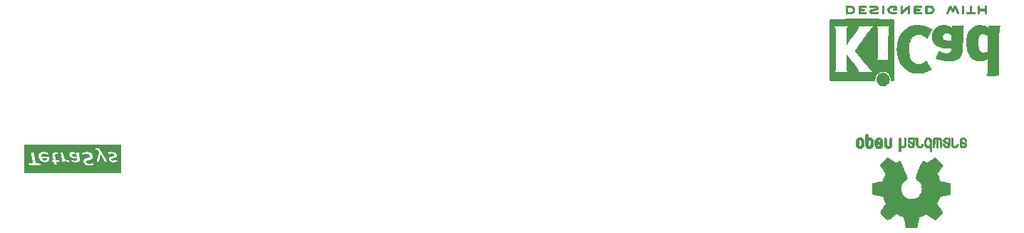
<source format=gbr>
%TF.GenerationSoftware,KiCad,Pcbnew,5.1.10-88a1d61d58~88~ubuntu20.04.1*%
%TF.CreationDate,2021-06-25T13:51:48-04:00*%
%TF.ProjectId,Li-Ion-BatteryPack,4c692d49-6f6e-42d4-9261-747465727950,rev?*%
%TF.SameCoordinates,Original*%
%TF.FileFunction,Legend,Bot*%
%TF.FilePolarity,Positive*%
%FSLAX46Y46*%
G04 Gerber Fmt 4.6, Leading zero omitted, Abs format (unit mm)*
G04 Created by KiCad (PCBNEW 5.1.10-88a1d61d58~88~ubuntu20.04.1) date 2021-06-25 13:51:48*
%MOMM*%
%LPD*%
G01*
G04 APERTURE LIST*
%ADD10C,0.010000*%
G04 APERTURE END LIST*
D10*
%TO.C,G\u002A\u002A\u002A*%
G36*
X112928400Y-89306400D02*
G01*
X101549200Y-89306400D01*
X101549200Y-89631520D01*
X109878558Y-89631520D01*
X110048579Y-89631520D01*
X110161378Y-89636548D01*
X110260988Y-89650324D01*
X110313595Y-89663888D01*
X110418317Y-89720833D01*
X110488477Y-89787014D01*
X110510322Y-89817373D01*
X110549087Y-89877081D01*
X110602152Y-89961733D01*
X110666900Y-90066923D01*
X110733128Y-90175780D01*
X111373684Y-90175780D01*
X111376245Y-90160902D01*
X111399268Y-90152608D01*
X111452205Y-90138900D01*
X111525108Y-90122287D01*
X111552610Y-90116436D01*
X111734594Y-90088906D01*
X111912390Y-90081645D01*
X112073755Y-90094794D01*
X112146890Y-90109687D01*
X112280765Y-90160250D01*
X112388804Y-90234379D01*
X112467243Y-90327951D01*
X112512316Y-90436840D01*
X112522000Y-90520646D01*
X112510704Y-90621330D01*
X112474530Y-90703817D01*
X112410044Y-90771136D01*
X112313813Y-90826317D01*
X112182404Y-90872390D01*
X112099372Y-90893675D01*
X111987867Y-90921929D01*
X111912596Y-90947132D01*
X111869504Y-90971583D01*
X111854539Y-90997579D01*
X111863594Y-91027330D01*
X111904264Y-91072867D01*
X111963518Y-91099625D01*
X112048564Y-91109728D01*
X112135920Y-91107507D01*
X112234034Y-91096635D01*
X112337361Y-91077913D01*
X112413075Y-91058421D01*
X112537830Y-91018939D01*
X112597038Y-91316495D01*
X112483319Y-91342354D01*
X112417049Y-91352662D01*
X112323181Y-91361081D01*
X112214745Y-91366682D01*
X112115600Y-91368546D01*
X112007465Y-91368090D01*
X111929830Y-91365341D01*
X111872558Y-91358732D01*
X111825516Y-91346695D01*
X111778568Y-91327660D01*
X111743723Y-91310999D01*
X111637382Y-91245510D01*
X111566951Y-91167900D01*
X111528029Y-91071190D01*
X111516213Y-90950367D01*
X111519537Y-90864778D01*
X111531541Y-90805983D01*
X111555152Y-90760544D01*
X111558600Y-90755763D01*
X111636405Y-90682633D01*
X111750523Y-90623441D01*
X111898685Y-90579340D01*
X111910098Y-90576885D01*
X112010347Y-90553699D01*
X112076641Y-90532017D01*
X112115355Y-90508334D01*
X112132864Y-90479146D01*
X112135920Y-90452729D01*
X112117553Y-90407148D01*
X112066915Y-90373608D01*
X111990701Y-90352602D01*
X111895605Y-90344627D01*
X111788323Y-90350176D01*
X111675549Y-90369744D01*
X111563978Y-90403827D01*
X111549774Y-90409405D01*
X111424346Y-90460067D01*
X111415289Y-90416634D01*
X111392073Y-90300986D01*
X111378359Y-90221710D01*
X111373684Y-90175780D01*
X110733128Y-90175780D01*
X110740713Y-90188246D01*
X110820972Y-90321297D01*
X110905060Y-90461669D01*
X110990357Y-90604958D01*
X111074246Y-90746757D01*
X111154109Y-90882662D01*
X111227327Y-91008267D01*
X111291283Y-91119166D01*
X111343357Y-91210953D01*
X111380933Y-91279224D01*
X111401391Y-91319573D01*
X111404400Y-91328197D01*
X111385519Y-91332492D01*
X111334628Y-91335895D01*
X111260354Y-91337970D01*
X111202388Y-91338400D01*
X111000377Y-91338400D01*
X110562109Y-90495120D01*
X110480334Y-90916746D01*
X110398560Y-91338371D01*
X110212869Y-91338386D01*
X110027178Y-91338400D01*
X110055615Y-91221560D01*
X110068355Y-91169032D01*
X110088915Y-91084044D01*
X110115590Y-90973644D01*
X110146680Y-90844883D01*
X110180481Y-90704808D01*
X110204099Y-90606880D01*
X110324146Y-90109040D01*
X110280291Y-90030848D01*
X110223112Y-89956363D01*
X110148848Y-89912841D01*
X110049719Y-89896159D01*
X110025263Y-89895680D01*
X109977027Y-89895702D01*
X109945844Y-89890800D01*
X109926394Y-89873529D01*
X109913359Y-89836439D01*
X109901418Y-89772084D01*
X109891008Y-89707720D01*
X109878558Y-89631520D01*
X101549200Y-89631520D01*
X101549200Y-91440000D01*
X101941205Y-91440000D01*
X102213932Y-91440000D01*
X102323842Y-91439602D01*
X102399158Y-91437860D01*
X102445921Y-91433956D01*
X102470173Y-91427071D01*
X102477956Y-91416387D01*
X102476352Y-91404440D01*
X102470070Y-91376073D01*
X102457289Y-91313042D01*
X102439039Y-91220620D01*
X102416352Y-91104079D01*
X102390257Y-90968692D01*
X102361786Y-90819732D01*
X102352224Y-90769440D01*
X102323309Y-90617820D01*
X102296524Y-90478610D01*
X102272878Y-90356969D01*
X102253384Y-90258054D01*
X102239053Y-90187027D01*
X102230896Y-90149044D01*
X102229718Y-90144600D01*
X102235848Y-90132633D01*
X102267318Y-90124829D01*
X102329124Y-90120562D01*
X102426262Y-90119203D01*
X102432112Y-90119200D01*
X102643188Y-90119200D01*
X102663795Y-90215720D01*
X102673019Y-90260946D01*
X102688649Y-90339846D01*
X102709465Y-90446173D01*
X102734251Y-90573683D01*
X102736217Y-90583854D01*
X103156132Y-90583854D01*
X103173925Y-90440636D01*
X103183538Y-90407959D01*
X103242847Y-90291599D01*
X103334797Y-90197656D01*
X103456851Y-90128195D01*
X103571040Y-90092402D01*
X103636249Y-90084367D01*
X103727350Y-90081447D01*
X103829944Y-90083437D01*
X103929632Y-90090133D01*
X103995623Y-90098412D01*
X104085005Y-90115556D01*
X104178463Y-90137240D01*
X104220622Y-90148615D01*
X104325838Y-90179202D01*
X104349759Y-90309024D01*
X104365069Y-90394518D01*
X104371430Y-90446132D01*
X104367235Y-90469959D01*
X104350876Y-90472090D01*
X104320745Y-90458618D01*
X104311535Y-90453868D01*
X104261173Y-90433033D01*
X104186525Y-90408151D01*
X104102911Y-90384290D01*
X104094925Y-90382226D01*
X103932168Y-90350463D01*
X103797419Y-90345286D01*
X103691467Y-90366441D01*
X103615099Y-90413673D01*
X103569105Y-90486729D01*
X103555172Y-90556080D01*
X103550720Y-90617040D01*
X104470084Y-90627950D01*
X104482618Y-90703775D01*
X104494445Y-90823683D01*
X104492212Y-90942541D01*
X104476782Y-91046473D01*
X104474351Y-91053920D01*
X104693720Y-91053920D01*
X104883521Y-91053920D01*
X104870077Y-90977720D01*
X104860000Y-90923442D01*
X104844509Y-90843235D01*
X104826302Y-90750994D01*
X104818357Y-90711324D01*
X104790794Y-90550350D01*
X104780911Y-90422228D01*
X104789939Y-90322647D01*
X104819110Y-90247296D01*
X104869656Y-90191864D01*
X104942811Y-90152040D01*
X104982093Y-90138468D01*
X105023820Y-90131701D01*
X105094939Y-90126019D01*
X105184200Y-90122159D01*
X105249922Y-90120947D01*
X105465765Y-90119200D01*
X105742017Y-90119200D01*
X106134535Y-90119200D01*
X106198229Y-90448189D01*
X106812751Y-90448189D01*
X106817335Y-90341443D01*
X106852801Y-90247157D01*
X106857964Y-90239045D01*
X106933020Y-90161061D01*
X107033310Y-90108001D01*
X107150203Y-90082322D01*
X107275069Y-90086480D01*
X107341256Y-90101538D01*
X107400543Y-90127008D01*
X107471777Y-90168187D01*
X107518180Y-90200379D01*
X107618414Y-90276243D01*
X107604055Y-90197722D01*
X107589696Y-90119200D01*
X107982540Y-90119200D01*
X108002725Y-90223733D01*
X108324445Y-90223733D01*
X108329619Y-90200295D01*
X108362410Y-90183147D01*
X108423544Y-90161025D01*
X108501616Y-90137422D01*
X108585222Y-90115830D01*
X108651040Y-90101866D01*
X108772616Y-90086775D01*
X108908397Y-90081601D01*
X109040607Y-90086361D01*
X109151473Y-90101071D01*
X109152959Y-90101384D01*
X109314761Y-90151812D01*
X109448839Y-90227299D01*
X109552851Y-90325351D01*
X109624456Y-90443477D01*
X109661312Y-90579183D01*
X109665958Y-90647457D01*
X109656676Y-90762670D01*
X109624490Y-90858519D01*
X109565987Y-90938253D01*
X109477752Y-91005120D01*
X109356371Y-91062366D01*
X109198428Y-91113240D01*
X109167551Y-91121527D01*
X109052545Y-91154207D01*
X108972243Y-91184206D01*
X108921173Y-91214960D01*
X108893861Y-91249904D01*
X108884835Y-91292476D01*
X108884720Y-91299104D01*
X108902985Y-91365304D01*
X108954237Y-91417035D01*
X109033157Y-91453407D01*
X109134426Y-91473530D01*
X109252726Y-91476513D01*
X109382739Y-91461467D01*
X109519146Y-91427502D01*
X109562936Y-91412616D01*
X109628995Y-91389396D01*
X109677002Y-91373967D01*
X109697370Y-91369393D01*
X109697520Y-91369615D01*
X109701062Y-91390870D01*
X109710466Y-91442069D01*
X109723892Y-91513253D01*
X109727788Y-91533664D01*
X109742379Y-91619429D01*
X109746440Y-91672819D01*
X109740226Y-91700645D01*
X109734268Y-91706565D01*
X109682626Y-91726281D01*
X109599438Y-91744053D01*
X109493793Y-91758709D01*
X109374777Y-91769078D01*
X109251477Y-91773987D01*
X109209840Y-91774202D01*
X109096527Y-91772169D01*
X109012308Y-91766275D01*
X108945704Y-91755001D01*
X108885236Y-91736830D01*
X108862787Y-91728319D01*
X108720825Y-91654547D01*
X108612514Y-91559309D01*
X108538759Y-91443833D01*
X108500467Y-91309341D01*
X108494861Y-91230875D01*
X108503801Y-91115166D01*
X108534605Y-91020520D01*
X108591043Y-90943153D01*
X108676886Y-90879281D01*
X108795903Y-90825118D01*
X108945424Y-90778596D01*
X109062468Y-90745761D01*
X109145423Y-90717621D01*
X109199981Y-90690546D01*
X109231831Y-90660909D01*
X109246664Y-90625079D01*
X109250168Y-90584251D01*
X109231522Y-90518579D01*
X109179317Y-90461687D01*
X109100359Y-90417651D01*
X109001457Y-90390545D01*
X108915200Y-90383774D01*
X108810278Y-90393566D01*
X108688516Y-90419453D01*
X108568045Y-90456822D01*
X108479203Y-90494673D01*
X108430442Y-90519329D01*
X108398268Y-90530175D01*
X108377549Y-90521861D01*
X108363155Y-90489038D01*
X108349954Y-90426356D01*
X108335753Y-90345117D01*
X108326429Y-90276215D01*
X108324445Y-90223733D01*
X108002725Y-90223733D01*
X108058073Y-90510360D01*
X108081846Y-90638860D01*
X108102474Y-90760665D01*
X108118698Y-90867497D01*
X108129262Y-90951077D01*
X108132909Y-91003120D01*
X108114794Y-91122556D01*
X108062175Y-91220522D01*
X107974956Y-91297173D01*
X107940382Y-91316887D01*
X107895446Y-91338447D01*
X107853433Y-91353056D01*
X107804987Y-91362034D01*
X107740755Y-91366700D01*
X107651381Y-91368373D01*
X107574622Y-91368480D01*
X107462590Y-91366283D01*
X107353796Y-91360598D01*
X107260749Y-91352291D01*
X107196456Y-91342340D01*
X107082992Y-91316601D01*
X107059296Y-91187998D01*
X107044289Y-91104318D01*
X107039483Y-91054698D01*
X107048421Y-91033106D01*
X107074645Y-91033512D01*
X107121698Y-91049883D01*
X107136994Y-91055712D01*
X107231900Y-91082967D01*
X107344928Y-91102448D01*
X107459627Y-91112329D01*
X107559547Y-91110788D01*
X107593193Y-91106288D01*
X107674437Y-91076159D01*
X107727442Y-91024431D01*
X107746793Y-90956434D01*
X107746800Y-90955064D01*
X107746800Y-90896847D01*
X107497880Y-90886104D01*
X107334554Y-90874485D01*
X107204094Y-90854067D01*
X107099313Y-90822924D01*
X107013021Y-90779131D01*
X106963310Y-90742861D01*
X106887836Y-90658929D01*
X106836950Y-90557361D01*
X106812751Y-90448189D01*
X106198229Y-90448189D01*
X106199982Y-90457240D01*
X106234014Y-90622205D01*
X106266563Y-90751851D01*
X106300371Y-90851282D01*
X106338177Y-90925600D01*
X106382722Y-90979905D01*
X106436746Y-91019302D01*
X106502989Y-91048890D01*
X106521119Y-91055135D01*
X106599035Y-91068400D01*
X106691107Y-91067083D01*
X106774167Y-91052007D01*
X106792496Y-91045498D01*
X106810055Y-91046350D01*
X106825318Y-91069404D01*
X106841107Y-91121027D01*
X106856691Y-91190418D01*
X106870897Y-91266815D01*
X106879006Y-91327938D01*
X106879667Y-91362919D01*
X106878574Y-91366204D01*
X106851731Y-91376193D01*
X106797257Y-91377593D01*
X106726934Y-91371740D01*
X106652543Y-91359968D01*
X106585863Y-91343612D01*
X106547001Y-91328640D01*
X106485985Y-91290965D01*
X106422367Y-91241786D01*
X106408619Y-91229446D01*
X106340439Y-91165680D01*
X106354525Y-91252040D01*
X106368612Y-91338400D01*
X105981841Y-91338400D01*
X105960285Y-91231720D01*
X105950373Y-91182026D01*
X105934037Y-91099375D01*
X105912639Y-90990694D01*
X105887541Y-90862913D01*
X105860108Y-90722962D01*
X105840373Y-90622120D01*
X105742017Y-90119200D01*
X105465765Y-90119200D01*
X105477982Y-90195400D01*
X105490274Y-90267355D01*
X105503080Y-90335842D01*
X105503439Y-90337640D01*
X105516680Y-90403680D01*
X105373351Y-90403680D01*
X105272920Y-90409581D01*
X105208152Y-90428654D01*
X105175622Y-90462960D01*
X105171901Y-90514559D01*
X105173577Y-90523728D01*
X105181620Y-90564213D01*
X105195221Y-90634437D01*
X105212416Y-90724203D01*
X105229572Y-90814488D01*
X105274638Y-91052575D01*
X105478610Y-91058328D01*
X105682581Y-91064080D01*
X105696224Y-91135200D01*
X105709745Y-91206565D01*
X105721985Y-91272360D01*
X105734104Y-91338400D01*
X105333757Y-91338400D01*
X105361005Y-91465400D01*
X105381337Y-91561240D01*
X105389663Y-91623998D01*
X105380800Y-91660655D01*
X105349568Y-91678194D01*
X105290786Y-91683596D01*
X105199273Y-91683841D01*
X105198901Y-91683840D01*
X105008122Y-91683840D01*
X104994111Y-91607640D01*
X104980813Y-91538536D01*
X104964626Y-91458537D01*
X104959685Y-91434920D01*
X104939272Y-91338400D01*
X104841953Y-91338400D01*
X104783206Y-91336904D01*
X104753018Y-91326811D01*
X104739310Y-91299719D01*
X104732417Y-91262200D01*
X104720125Y-91190246D01*
X104707319Y-91121759D01*
X104706960Y-91119960D01*
X104693720Y-91053920D01*
X104474351Y-91053920D01*
X104457703Y-91104895D01*
X104389598Y-91208913D01*
X104294781Y-91288435D01*
X104179157Y-91343206D01*
X104048635Y-91372972D01*
X103909119Y-91377476D01*
X103766516Y-91356464D01*
X103626733Y-91309682D01*
X103495676Y-91236873D01*
X103392084Y-91150901D01*
X103291840Y-91027156D01*
X103217496Y-90885686D01*
X103171458Y-90735061D01*
X103156132Y-90583854D01*
X102736217Y-90583854D01*
X102761788Y-90716130D01*
X102790859Y-90867269D01*
X102792440Y-90875511D01*
X102900480Y-91438781D01*
X103173993Y-91444471D01*
X103447507Y-91450160D01*
X103472827Y-91572080D01*
X103486465Y-91641028D01*
X103496007Y-91695473D01*
X103499033Y-91719400D01*
X103490931Y-91726271D01*
X103463994Y-91731871D01*
X103415066Y-91736308D01*
X103340991Y-91739689D01*
X103238612Y-91742122D01*
X103104772Y-91743713D01*
X102936316Y-91744569D01*
X102750887Y-91744801D01*
X102001855Y-91744801D01*
X101971530Y-91592401D01*
X101941205Y-91440000D01*
X101549200Y-91440000D01*
X101549200Y-92557600D01*
X112928400Y-92557600D01*
X112928400Y-89306400D01*
G37*
X112928400Y-89306400D02*
X101549200Y-89306400D01*
X101549200Y-89631520D01*
X109878558Y-89631520D01*
X110048579Y-89631520D01*
X110161378Y-89636548D01*
X110260988Y-89650324D01*
X110313595Y-89663888D01*
X110418317Y-89720833D01*
X110488477Y-89787014D01*
X110510322Y-89817373D01*
X110549087Y-89877081D01*
X110602152Y-89961733D01*
X110666900Y-90066923D01*
X110733128Y-90175780D01*
X111373684Y-90175780D01*
X111376245Y-90160902D01*
X111399268Y-90152608D01*
X111452205Y-90138900D01*
X111525108Y-90122287D01*
X111552610Y-90116436D01*
X111734594Y-90088906D01*
X111912390Y-90081645D01*
X112073755Y-90094794D01*
X112146890Y-90109687D01*
X112280765Y-90160250D01*
X112388804Y-90234379D01*
X112467243Y-90327951D01*
X112512316Y-90436840D01*
X112522000Y-90520646D01*
X112510704Y-90621330D01*
X112474530Y-90703817D01*
X112410044Y-90771136D01*
X112313813Y-90826317D01*
X112182404Y-90872390D01*
X112099372Y-90893675D01*
X111987867Y-90921929D01*
X111912596Y-90947132D01*
X111869504Y-90971583D01*
X111854539Y-90997579D01*
X111863594Y-91027330D01*
X111904264Y-91072867D01*
X111963518Y-91099625D01*
X112048564Y-91109728D01*
X112135920Y-91107507D01*
X112234034Y-91096635D01*
X112337361Y-91077913D01*
X112413075Y-91058421D01*
X112537830Y-91018939D01*
X112597038Y-91316495D01*
X112483319Y-91342354D01*
X112417049Y-91352662D01*
X112323181Y-91361081D01*
X112214745Y-91366682D01*
X112115600Y-91368546D01*
X112007465Y-91368090D01*
X111929830Y-91365341D01*
X111872558Y-91358732D01*
X111825516Y-91346695D01*
X111778568Y-91327660D01*
X111743723Y-91310999D01*
X111637382Y-91245510D01*
X111566951Y-91167900D01*
X111528029Y-91071190D01*
X111516213Y-90950367D01*
X111519537Y-90864778D01*
X111531541Y-90805983D01*
X111555152Y-90760544D01*
X111558600Y-90755763D01*
X111636405Y-90682633D01*
X111750523Y-90623441D01*
X111898685Y-90579340D01*
X111910098Y-90576885D01*
X112010347Y-90553699D01*
X112076641Y-90532017D01*
X112115355Y-90508334D01*
X112132864Y-90479146D01*
X112135920Y-90452729D01*
X112117553Y-90407148D01*
X112066915Y-90373608D01*
X111990701Y-90352602D01*
X111895605Y-90344627D01*
X111788323Y-90350176D01*
X111675549Y-90369744D01*
X111563978Y-90403827D01*
X111549774Y-90409405D01*
X111424346Y-90460067D01*
X111415289Y-90416634D01*
X111392073Y-90300986D01*
X111378359Y-90221710D01*
X111373684Y-90175780D01*
X110733128Y-90175780D01*
X110740713Y-90188246D01*
X110820972Y-90321297D01*
X110905060Y-90461669D01*
X110990357Y-90604958D01*
X111074246Y-90746757D01*
X111154109Y-90882662D01*
X111227327Y-91008267D01*
X111291283Y-91119166D01*
X111343357Y-91210953D01*
X111380933Y-91279224D01*
X111401391Y-91319573D01*
X111404400Y-91328197D01*
X111385519Y-91332492D01*
X111334628Y-91335895D01*
X111260354Y-91337970D01*
X111202388Y-91338400D01*
X111000377Y-91338400D01*
X110562109Y-90495120D01*
X110480334Y-90916746D01*
X110398560Y-91338371D01*
X110212869Y-91338386D01*
X110027178Y-91338400D01*
X110055615Y-91221560D01*
X110068355Y-91169032D01*
X110088915Y-91084044D01*
X110115590Y-90973644D01*
X110146680Y-90844883D01*
X110180481Y-90704808D01*
X110204099Y-90606880D01*
X110324146Y-90109040D01*
X110280291Y-90030848D01*
X110223112Y-89956363D01*
X110148848Y-89912841D01*
X110049719Y-89896159D01*
X110025263Y-89895680D01*
X109977027Y-89895702D01*
X109945844Y-89890800D01*
X109926394Y-89873529D01*
X109913359Y-89836439D01*
X109901418Y-89772084D01*
X109891008Y-89707720D01*
X109878558Y-89631520D01*
X101549200Y-89631520D01*
X101549200Y-91440000D01*
X101941205Y-91440000D01*
X102213932Y-91440000D01*
X102323842Y-91439602D01*
X102399158Y-91437860D01*
X102445921Y-91433956D01*
X102470173Y-91427071D01*
X102477956Y-91416387D01*
X102476352Y-91404440D01*
X102470070Y-91376073D01*
X102457289Y-91313042D01*
X102439039Y-91220620D01*
X102416352Y-91104079D01*
X102390257Y-90968692D01*
X102361786Y-90819732D01*
X102352224Y-90769440D01*
X102323309Y-90617820D01*
X102296524Y-90478610D01*
X102272878Y-90356969D01*
X102253384Y-90258054D01*
X102239053Y-90187027D01*
X102230896Y-90149044D01*
X102229718Y-90144600D01*
X102235848Y-90132633D01*
X102267318Y-90124829D01*
X102329124Y-90120562D01*
X102426262Y-90119203D01*
X102432112Y-90119200D01*
X102643188Y-90119200D01*
X102663795Y-90215720D01*
X102673019Y-90260946D01*
X102688649Y-90339846D01*
X102709465Y-90446173D01*
X102734251Y-90573683D01*
X102736217Y-90583854D01*
X103156132Y-90583854D01*
X103173925Y-90440636D01*
X103183538Y-90407959D01*
X103242847Y-90291599D01*
X103334797Y-90197656D01*
X103456851Y-90128195D01*
X103571040Y-90092402D01*
X103636249Y-90084367D01*
X103727350Y-90081447D01*
X103829944Y-90083437D01*
X103929632Y-90090133D01*
X103995623Y-90098412D01*
X104085005Y-90115556D01*
X104178463Y-90137240D01*
X104220622Y-90148615D01*
X104325838Y-90179202D01*
X104349759Y-90309024D01*
X104365069Y-90394518D01*
X104371430Y-90446132D01*
X104367235Y-90469959D01*
X104350876Y-90472090D01*
X104320745Y-90458618D01*
X104311535Y-90453868D01*
X104261173Y-90433033D01*
X104186525Y-90408151D01*
X104102911Y-90384290D01*
X104094925Y-90382226D01*
X103932168Y-90350463D01*
X103797419Y-90345286D01*
X103691467Y-90366441D01*
X103615099Y-90413673D01*
X103569105Y-90486729D01*
X103555172Y-90556080D01*
X103550720Y-90617040D01*
X104470084Y-90627950D01*
X104482618Y-90703775D01*
X104494445Y-90823683D01*
X104492212Y-90942541D01*
X104476782Y-91046473D01*
X104474351Y-91053920D01*
X104693720Y-91053920D01*
X104883521Y-91053920D01*
X104870077Y-90977720D01*
X104860000Y-90923442D01*
X104844509Y-90843235D01*
X104826302Y-90750994D01*
X104818357Y-90711324D01*
X104790794Y-90550350D01*
X104780911Y-90422228D01*
X104789939Y-90322647D01*
X104819110Y-90247296D01*
X104869656Y-90191864D01*
X104942811Y-90152040D01*
X104982093Y-90138468D01*
X105023820Y-90131701D01*
X105094939Y-90126019D01*
X105184200Y-90122159D01*
X105249922Y-90120947D01*
X105465765Y-90119200D01*
X105742017Y-90119200D01*
X106134535Y-90119200D01*
X106198229Y-90448189D01*
X106812751Y-90448189D01*
X106817335Y-90341443D01*
X106852801Y-90247157D01*
X106857964Y-90239045D01*
X106933020Y-90161061D01*
X107033310Y-90108001D01*
X107150203Y-90082322D01*
X107275069Y-90086480D01*
X107341256Y-90101538D01*
X107400543Y-90127008D01*
X107471777Y-90168187D01*
X107518180Y-90200379D01*
X107618414Y-90276243D01*
X107604055Y-90197722D01*
X107589696Y-90119200D01*
X107982540Y-90119200D01*
X108002725Y-90223733D01*
X108324445Y-90223733D01*
X108329619Y-90200295D01*
X108362410Y-90183147D01*
X108423544Y-90161025D01*
X108501616Y-90137422D01*
X108585222Y-90115830D01*
X108651040Y-90101866D01*
X108772616Y-90086775D01*
X108908397Y-90081601D01*
X109040607Y-90086361D01*
X109151473Y-90101071D01*
X109152959Y-90101384D01*
X109314761Y-90151812D01*
X109448839Y-90227299D01*
X109552851Y-90325351D01*
X109624456Y-90443477D01*
X109661312Y-90579183D01*
X109665958Y-90647457D01*
X109656676Y-90762670D01*
X109624490Y-90858519D01*
X109565987Y-90938253D01*
X109477752Y-91005120D01*
X109356371Y-91062366D01*
X109198428Y-91113240D01*
X109167551Y-91121527D01*
X109052545Y-91154207D01*
X108972243Y-91184206D01*
X108921173Y-91214960D01*
X108893861Y-91249904D01*
X108884835Y-91292476D01*
X108884720Y-91299104D01*
X108902985Y-91365304D01*
X108954237Y-91417035D01*
X109033157Y-91453407D01*
X109134426Y-91473530D01*
X109252726Y-91476513D01*
X109382739Y-91461467D01*
X109519146Y-91427502D01*
X109562936Y-91412616D01*
X109628995Y-91389396D01*
X109677002Y-91373967D01*
X109697370Y-91369393D01*
X109697520Y-91369615D01*
X109701062Y-91390870D01*
X109710466Y-91442069D01*
X109723892Y-91513253D01*
X109727788Y-91533664D01*
X109742379Y-91619429D01*
X109746440Y-91672819D01*
X109740226Y-91700645D01*
X109734268Y-91706565D01*
X109682626Y-91726281D01*
X109599438Y-91744053D01*
X109493793Y-91758709D01*
X109374777Y-91769078D01*
X109251477Y-91773987D01*
X109209840Y-91774202D01*
X109096527Y-91772169D01*
X109012308Y-91766275D01*
X108945704Y-91755001D01*
X108885236Y-91736830D01*
X108862787Y-91728319D01*
X108720825Y-91654547D01*
X108612514Y-91559309D01*
X108538759Y-91443833D01*
X108500467Y-91309341D01*
X108494861Y-91230875D01*
X108503801Y-91115166D01*
X108534605Y-91020520D01*
X108591043Y-90943153D01*
X108676886Y-90879281D01*
X108795903Y-90825118D01*
X108945424Y-90778596D01*
X109062468Y-90745761D01*
X109145423Y-90717621D01*
X109199981Y-90690546D01*
X109231831Y-90660909D01*
X109246664Y-90625079D01*
X109250168Y-90584251D01*
X109231522Y-90518579D01*
X109179317Y-90461687D01*
X109100359Y-90417651D01*
X109001457Y-90390545D01*
X108915200Y-90383774D01*
X108810278Y-90393566D01*
X108688516Y-90419453D01*
X108568045Y-90456822D01*
X108479203Y-90494673D01*
X108430442Y-90519329D01*
X108398268Y-90530175D01*
X108377549Y-90521861D01*
X108363155Y-90489038D01*
X108349954Y-90426356D01*
X108335753Y-90345117D01*
X108326429Y-90276215D01*
X108324445Y-90223733D01*
X108002725Y-90223733D01*
X108058073Y-90510360D01*
X108081846Y-90638860D01*
X108102474Y-90760665D01*
X108118698Y-90867497D01*
X108129262Y-90951077D01*
X108132909Y-91003120D01*
X108114794Y-91122556D01*
X108062175Y-91220522D01*
X107974956Y-91297173D01*
X107940382Y-91316887D01*
X107895446Y-91338447D01*
X107853433Y-91353056D01*
X107804987Y-91362034D01*
X107740755Y-91366700D01*
X107651381Y-91368373D01*
X107574622Y-91368480D01*
X107462590Y-91366283D01*
X107353796Y-91360598D01*
X107260749Y-91352291D01*
X107196456Y-91342340D01*
X107082992Y-91316601D01*
X107059296Y-91187998D01*
X107044289Y-91104318D01*
X107039483Y-91054698D01*
X107048421Y-91033106D01*
X107074645Y-91033512D01*
X107121698Y-91049883D01*
X107136994Y-91055712D01*
X107231900Y-91082967D01*
X107344928Y-91102448D01*
X107459627Y-91112329D01*
X107559547Y-91110788D01*
X107593193Y-91106288D01*
X107674437Y-91076159D01*
X107727442Y-91024431D01*
X107746793Y-90956434D01*
X107746800Y-90955064D01*
X107746800Y-90896847D01*
X107497880Y-90886104D01*
X107334554Y-90874485D01*
X107204094Y-90854067D01*
X107099313Y-90822924D01*
X107013021Y-90779131D01*
X106963310Y-90742861D01*
X106887836Y-90658929D01*
X106836950Y-90557361D01*
X106812751Y-90448189D01*
X106198229Y-90448189D01*
X106199982Y-90457240D01*
X106234014Y-90622205D01*
X106266563Y-90751851D01*
X106300371Y-90851282D01*
X106338177Y-90925600D01*
X106382722Y-90979905D01*
X106436746Y-91019302D01*
X106502989Y-91048890D01*
X106521119Y-91055135D01*
X106599035Y-91068400D01*
X106691107Y-91067083D01*
X106774167Y-91052007D01*
X106792496Y-91045498D01*
X106810055Y-91046350D01*
X106825318Y-91069404D01*
X106841107Y-91121027D01*
X106856691Y-91190418D01*
X106870897Y-91266815D01*
X106879006Y-91327938D01*
X106879667Y-91362919D01*
X106878574Y-91366204D01*
X106851731Y-91376193D01*
X106797257Y-91377593D01*
X106726934Y-91371740D01*
X106652543Y-91359968D01*
X106585863Y-91343612D01*
X106547001Y-91328640D01*
X106485985Y-91290965D01*
X106422367Y-91241786D01*
X106408619Y-91229446D01*
X106340439Y-91165680D01*
X106354525Y-91252040D01*
X106368612Y-91338400D01*
X105981841Y-91338400D01*
X105960285Y-91231720D01*
X105950373Y-91182026D01*
X105934037Y-91099375D01*
X105912639Y-90990694D01*
X105887541Y-90862913D01*
X105860108Y-90722962D01*
X105840373Y-90622120D01*
X105742017Y-90119200D01*
X105465765Y-90119200D01*
X105477982Y-90195400D01*
X105490274Y-90267355D01*
X105503080Y-90335842D01*
X105503439Y-90337640D01*
X105516680Y-90403680D01*
X105373351Y-90403680D01*
X105272920Y-90409581D01*
X105208152Y-90428654D01*
X105175622Y-90462960D01*
X105171901Y-90514559D01*
X105173577Y-90523728D01*
X105181620Y-90564213D01*
X105195221Y-90634437D01*
X105212416Y-90724203D01*
X105229572Y-90814488D01*
X105274638Y-91052575D01*
X105478610Y-91058328D01*
X105682581Y-91064080D01*
X105696224Y-91135200D01*
X105709745Y-91206565D01*
X105721985Y-91272360D01*
X105734104Y-91338400D01*
X105333757Y-91338400D01*
X105361005Y-91465400D01*
X105381337Y-91561240D01*
X105389663Y-91623998D01*
X105380800Y-91660655D01*
X105349568Y-91678194D01*
X105290786Y-91683596D01*
X105199273Y-91683841D01*
X105198901Y-91683840D01*
X105008122Y-91683840D01*
X104994111Y-91607640D01*
X104980813Y-91538536D01*
X104964626Y-91458537D01*
X104959685Y-91434920D01*
X104939272Y-91338400D01*
X104841953Y-91338400D01*
X104783206Y-91336904D01*
X104753018Y-91326811D01*
X104739310Y-91299719D01*
X104732417Y-91262200D01*
X104720125Y-91190246D01*
X104707319Y-91121759D01*
X104706960Y-91119960D01*
X104693720Y-91053920D01*
X104474351Y-91053920D01*
X104457703Y-91104895D01*
X104389598Y-91208913D01*
X104294781Y-91288435D01*
X104179157Y-91343206D01*
X104048635Y-91372972D01*
X103909119Y-91377476D01*
X103766516Y-91356464D01*
X103626733Y-91309682D01*
X103495676Y-91236873D01*
X103392084Y-91150901D01*
X103291840Y-91027156D01*
X103217496Y-90885686D01*
X103171458Y-90735061D01*
X103156132Y-90583854D01*
X102736217Y-90583854D01*
X102761788Y-90716130D01*
X102790859Y-90867269D01*
X102792440Y-90875511D01*
X102900480Y-91438781D01*
X103173993Y-91444471D01*
X103447507Y-91450160D01*
X103472827Y-91572080D01*
X103486465Y-91641028D01*
X103496007Y-91695473D01*
X103499033Y-91719400D01*
X103490931Y-91726271D01*
X103463994Y-91731871D01*
X103415066Y-91736308D01*
X103340991Y-91739689D01*
X103238612Y-91742122D01*
X103104772Y-91743713D01*
X102936316Y-91744569D01*
X102750887Y-91744801D01*
X102001855Y-91744801D01*
X101971530Y-91592401D01*
X101941205Y-91440000D01*
X101549200Y-91440000D01*
X101549200Y-92557600D01*
X112928400Y-92557600D01*
X112928400Y-89306400D01*
G36*
X103991074Y-91101877D02*
G01*
X104052707Y-91070441D01*
X104094520Y-91016611D01*
X104109520Y-90942160D01*
X104109520Y-90871040D01*
X103600476Y-90871040D01*
X103630748Y-90929580D01*
X103686422Y-91007356D01*
X103757296Y-91063658D01*
X103836364Y-91098301D01*
X103916625Y-91111102D01*
X103991074Y-91101877D01*
G37*
X103991074Y-91101877D02*
X104052707Y-91070441D01*
X104094520Y-91016611D01*
X104109520Y-90942160D01*
X104109520Y-90871040D01*
X103600476Y-90871040D01*
X103630748Y-90929580D01*
X103686422Y-91007356D01*
X103757296Y-91063658D01*
X103836364Y-91098301D01*
X103916625Y-91111102D01*
X103991074Y-91101877D01*
G36*
X107678619Y-90606339D02*
G01*
X107643568Y-90508741D01*
X107584843Y-90427071D01*
X107514808Y-90375364D01*
X107426078Y-90347404D01*
X107342108Y-90346078D01*
X107274411Y-90370976D01*
X107257962Y-90384518D01*
X107224524Y-90443774D01*
X107222702Y-90513075D01*
X107250876Y-90579081D01*
X107285994Y-90615022D01*
X107326058Y-90637997D01*
X107378453Y-90652708D01*
X107453944Y-90661476D01*
X107517576Y-90664968D01*
X107691803Y-90672256D01*
X107678619Y-90606339D01*
G37*
X107678619Y-90606339D02*
X107643568Y-90508741D01*
X107584843Y-90427071D01*
X107514808Y-90375364D01*
X107426078Y-90347404D01*
X107342108Y-90346078D01*
X107274411Y-90370976D01*
X107257962Y-90384518D01*
X107224524Y-90443774D01*
X107222702Y-90513075D01*
X107250876Y-90579081D01*
X107285994Y-90615022D01*
X107326058Y-90637997D01*
X107378453Y-90652708D01*
X107453944Y-90661476D01*
X107517576Y-90664968D01*
X107691803Y-90672256D01*
X107678619Y-90606339D01*
%TO.C,REF\u002A\u002A*%
G36*
X202080300Y-89711697D02*
G01*
X202191850Y-89656078D01*
X202290308Y-89553669D01*
X202317423Y-89515736D01*
X202346962Y-89466100D01*
X202366128Y-89412188D01*
X202377093Y-89340236D01*
X202382029Y-89236478D01*
X202383113Y-89099499D01*
X202378218Y-88911785D01*
X202361204Y-88770842D01*
X202328577Y-88665692D01*
X202276842Y-88585357D01*
X202202504Y-88518859D01*
X202197042Y-88514922D01*
X202123780Y-88474647D01*
X202035560Y-88454720D01*
X201923362Y-88449807D01*
X201740967Y-88449807D01*
X201740891Y-88272743D01*
X201739193Y-88174130D01*
X201728850Y-88116286D01*
X201701822Y-88081594D01*
X201650068Y-88052436D01*
X201637639Y-88046479D01*
X201579477Y-88018561D01*
X201534444Y-88000928D01*
X201500959Y-87999406D01*
X201477438Y-88019819D01*
X201462300Y-88067993D01*
X201453963Y-88149754D01*
X201450844Y-88270928D01*
X201451360Y-88437340D01*
X201453929Y-88654815D01*
X201454732Y-88719864D01*
X201457622Y-88944098D01*
X201460212Y-89090779D01*
X201740814Y-89090779D01*
X201742391Y-88966274D01*
X201749400Y-88884813D01*
X201765258Y-88831085D01*
X201793381Y-88789777D01*
X201812475Y-88769629D01*
X201890535Y-88710679D01*
X201959647Y-88705880D01*
X202030960Y-88754562D01*
X202032768Y-88756359D01*
X202061783Y-88793982D01*
X202079433Y-88845116D01*
X202088336Y-88923862D01*
X202091109Y-89044324D01*
X202091159Y-89071012D01*
X202084458Y-89237017D01*
X202062648Y-89352095D01*
X202023165Y-89422346D01*
X201963444Y-89453871D01*
X201928928Y-89457048D01*
X201847011Y-89442140D01*
X201790821Y-89393052D01*
X201756998Y-89303238D01*
X201742180Y-89166155D01*
X201740814Y-89090779D01*
X201460212Y-89090779D01*
X201460687Y-89117648D01*
X201464647Y-89248218D01*
X201470226Y-89343513D01*
X201478146Y-89411236D01*
X201489131Y-89459093D01*
X201503901Y-89494787D01*
X201523182Y-89526022D01*
X201531449Y-89537776D01*
X201641112Y-89648803D01*
X201779765Y-89711753D01*
X201940154Y-89729303D01*
X202080300Y-89711697D01*
G37*
X202080300Y-89711697D02*
X202191850Y-89656078D01*
X202290308Y-89553669D01*
X202317423Y-89515736D01*
X202346962Y-89466100D01*
X202366128Y-89412188D01*
X202377093Y-89340236D01*
X202382029Y-89236478D01*
X202383113Y-89099499D01*
X202378218Y-88911785D01*
X202361204Y-88770842D01*
X202328577Y-88665692D01*
X202276842Y-88585357D01*
X202202504Y-88518859D01*
X202197042Y-88514922D01*
X202123780Y-88474647D01*
X202035560Y-88454720D01*
X201923362Y-88449807D01*
X201740967Y-88449807D01*
X201740891Y-88272743D01*
X201739193Y-88174130D01*
X201728850Y-88116286D01*
X201701822Y-88081594D01*
X201650068Y-88052436D01*
X201637639Y-88046479D01*
X201579477Y-88018561D01*
X201534444Y-88000928D01*
X201500959Y-87999406D01*
X201477438Y-88019819D01*
X201462300Y-88067993D01*
X201453963Y-88149754D01*
X201450844Y-88270928D01*
X201451360Y-88437340D01*
X201453929Y-88654815D01*
X201454732Y-88719864D01*
X201457622Y-88944098D01*
X201460212Y-89090779D01*
X201740814Y-89090779D01*
X201742391Y-88966274D01*
X201749400Y-88884813D01*
X201765258Y-88831085D01*
X201793381Y-88789777D01*
X201812475Y-88769629D01*
X201890535Y-88710679D01*
X201959647Y-88705880D01*
X202030960Y-88754562D01*
X202032768Y-88756359D01*
X202061783Y-88793982D01*
X202079433Y-88845116D01*
X202088336Y-88923862D01*
X202091109Y-89044324D01*
X202091159Y-89071012D01*
X202084458Y-89237017D01*
X202062648Y-89352095D01*
X202023165Y-89422346D01*
X201963444Y-89453871D01*
X201928928Y-89457048D01*
X201847011Y-89442140D01*
X201790821Y-89393052D01*
X201756998Y-89303238D01*
X201742180Y-89166155D01*
X201740814Y-89090779D01*
X201460212Y-89090779D01*
X201460687Y-89117648D01*
X201464647Y-89248218D01*
X201470226Y-89343513D01*
X201478146Y-89411236D01*
X201489131Y-89459093D01*
X201503901Y-89494787D01*
X201523182Y-89526022D01*
X201531449Y-89537776D01*
X201641112Y-89648803D01*
X201779765Y-89711753D01*
X201940154Y-89729303D01*
X202080300Y-89711697D01*
G36*
X204325829Y-89695881D02*
G01*
X204419523Y-89641686D01*
X204484664Y-89587893D01*
X204532307Y-89531534D01*
X204565128Y-89462613D01*
X204585806Y-89371132D01*
X204597020Y-89247094D01*
X204601449Y-89080502D01*
X204601963Y-88960749D01*
X204601963Y-88519941D01*
X204477883Y-88464317D01*
X204353802Y-88408693D01*
X204339205Y-88891505D01*
X204333173Y-89071821D01*
X204326845Y-89202699D01*
X204319006Y-89293089D01*
X204308437Y-89351936D01*
X204293923Y-89388187D01*
X204274248Y-89410790D01*
X204267935Y-89415683D01*
X204172288Y-89453894D01*
X204075607Y-89438773D01*
X204018055Y-89398657D01*
X203994645Y-89370230D01*
X203978439Y-89332928D01*
X203968141Y-89276377D01*
X203962449Y-89190206D01*
X203960064Y-89064042D01*
X203959664Y-88932558D01*
X203959586Y-88767601D01*
X203956761Y-88650839D01*
X203947307Y-88572090D01*
X203927340Y-88521169D01*
X203892976Y-88487894D01*
X203840332Y-88462080D01*
X203770017Y-88435256D01*
X203693220Y-88406058D01*
X203702362Y-88924254D01*
X203706043Y-89111061D01*
X203710350Y-89249110D01*
X203716523Y-89348032D01*
X203725802Y-89417455D01*
X203739427Y-89467010D01*
X203758639Y-89506327D01*
X203781802Y-89541016D01*
X203893552Y-89651830D01*
X204029913Y-89715911D01*
X204178225Y-89731261D01*
X204325829Y-89695881D01*
G37*
X204325829Y-89695881D02*
X204419523Y-89641686D01*
X204484664Y-89587893D01*
X204532307Y-89531534D01*
X204565128Y-89462613D01*
X204585806Y-89371132D01*
X204597020Y-89247094D01*
X204601449Y-89080502D01*
X204601963Y-88960749D01*
X204601963Y-88519941D01*
X204477883Y-88464317D01*
X204353802Y-88408693D01*
X204339205Y-88891505D01*
X204333173Y-89071821D01*
X204326845Y-89202699D01*
X204319006Y-89293089D01*
X204308437Y-89351936D01*
X204293923Y-89388187D01*
X204274248Y-89410790D01*
X204267935Y-89415683D01*
X204172288Y-89453894D01*
X204075607Y-89438773D01*
X204018055Y-89398657D01*
X203994645Y-89370230D01*
X203978439Y-89332928D01*
X203968141Y-89276377D01*
X203962449Y-89190206D01*
X203960064Y-89064042D01*
X203959664Y-88932558D01*
X203959586Y-88767601D01*
X203956761Y-88650839D01*
X203947307Y-88572090D01*
X203927340Y-88521169D01*
X203892976Y-88487894D01*
X203840332Y-88462080D01*
X203770017Y-88435256D01*
X203693220Y-88406058D01*
X203702362Y-88924254D01*
X203706043Y-89111061D01*
X203710350Y-89249110D01*
X203716523Y-89348032D01*
X203725802Y-89417455D01*
X203739427Y-89467010D01*
X203758639Y-89506327D01*
X203781802Y-89541016D01*
X203893552Y-89651830D01*
X204029913Y-89715911D01*
X204178225Y-89731261D01*
X204325829Y-89695881D01*
G36*
X200956621Y-89707585D02*
G01*
X201093461Y-89635632D01*
X201194451Y-89519834D01*
X201230325Y-89445387D01*
X201258239Y-89333608D01*
X201272529Y-89192373D01*
X201273884Y-89038229D01*
X201262995Y-88887721D01*
X201240553Y-88757395D01*
X201207250Y-88663797D01*
X201197015Y-88647678D01*
X201075782Y-88527351D01*
X200931787Y-88455283D01*
X200775539Y-88434192D01*
X200617548Y-88466798D01*
X200573580Y-88486347D01*
X200487956Y-88546588D01*
X200412808Y-88626465D01*
X200405706Y-88636596D01*
X200376839Y-88685419D01*
X200357757Y-88737610D01*
X200346484Y-88806315D01*
X200341045Y-88904682D01*
X200339462Y-89045856D01*
X200339435Y-89077508D01*
X200339507Y-89087581D01*
X200631389Y-89087581D01*
X200633087Y-88954344D01*
X200639772Y-88865926D01*
X200653825Y-88808815D01*
X200677629Y-88769498D01*
X200689779Y-88756359D01*
X200759636Y-88706428D01*
X200827459Y-88708705D01*
X200896035Y-88752016D01*
X200936935Y-88798254D01*
X200961158Y-88865743D01*
X200974761Y-88972167D01*
X200975694Y-88984580D01*
X200978016Y-89177453D01*
X200953750Y-89320700D01*
X200903224Y-89413440D01*
X200826768Y-89454793D01*
X200799476Y-89457048D01*
X200727811Y-89445707D01*
X200678790Y-89406416D01*
X200648818Y-89331274D01*
X200634299Y-89212378D01*
X200631389Y-89087581D01*
X200339507Y-89087581D01*
X200340522Y-89227941D01*
X200345088Y-89333051D01*
X200355088Y-89405886D01*
X200372479Y-89459492D01*
X200399216Y-89506919D01*
X200405124Y-89515736D01*
X200504432Y-89634593D01*
X200612642Y-89703592D01*
X200744381Y-89730981D01*
X200789117Y-89732319D01*
X200956621Y-89707585D01*
G37*
X200956621Y-89707585D02*
X201093461Y-89635632D01*
X201194451Y-89519834D01*
X201230325Y-89445387D01*
X201258239Y-89333608D01*
X201272529Y-89192373D01*
X201273884Y-89038229D01*
X201262995Y-88887721D01*
X201240553Y-88757395D01*
X201207250Y-88663797D01*
X201197015Y-88647678D01*
X201075782Y-88527351D01*
X200931787Y-88455283D01*
X200775539Y-88434192D01*
X200617548Y-88466798D01*
X200573580Y-88486347D01*
X200487956Y-88546588D01*
X200412808Y-88626465D01*
X200405706Y-88636596D01*
X200376839Y-88685419D01*
X200357757Y-88737610D01*
X200346484Y-88806315D01*
X200341045Y-88904682D01*
X200339462Y-89045856D01*
X200339435Y-89077508D01*
X200339507Y-89087581D01*
X200631389Y-89087581D01*
X200633087Y-88954344D01*
X200639772Y-88865926D01*
X200653825Y-88808815D01*
X200677629Y-88769498D01*
X200689779Y-88756359D01*
X200759636Y-88706428D01*
X200827459Y-88708705D01*
X200896035Y-88752016D01*
X200936935Y-88798254D01*
X200961158Y-88865743D01*
X200974761Y-88972167D01*
X200975694Y-88984580D01*
X200978016Y-89177453D01*
X200953750Y-89320700D01*
X200903224Y-89413440D01*
X200826768Y-89454793D01*
X200799476Y-89457048D01*
X200727811Y-89445707D01*
X200678790Y-89406416D01*
X200648818Y-89331274D01*
X200634299Y-89212378D01*
X200631389Y-89087581D01*
X200339507Y-89087581D01*
X200340522Y-89227941D01*
X200345088Y-89333051D01*
X200355088Y-89405886D01*
X200372479Y-89459492D01*
X200399216Y-89506919D01*
X200405124Y-89515736D01*
X200504432Y-89634593D01*
X200612642Y-89703592D01*
X200744381Y-89730981D01*
X200789117Y-89732319D01*
X200956621Y-89707585D01*
G36*
X203223952Y-89688924D02*
G01*
X203339058Y-89611489D01*
X203428011Y-89499651D01*
X203481149Y-89357335D01*
X203491897Y-89252585D01*
X203490676Y-89208874D01*
X203480456Y-89175406D01*
X203452361Y-89145421D01*
X203397516Y-89112160D01*
X203307045Y-89068862D01*
X203172072Y-89008767D01*
X203171389Y-89008466D01*
X203047151Y-88951563D01*
X202945273Y-88901035D01*
X202876167Y-88862320D01*
X202850246Y-88840860D01*
X202850239Y-88840687D01*
X202873085Y-88793956D01*
X202926509Y-88742446D01*
X202987842Y-88705339D01*
X203018915Y-88697968D01*
X203103689Y-88723462D01*
X203176693Y-88787309D01*
X203212313Y-88857506D01*
X203246580Y-88909257D01*
X203313703Y-88968191D01*
X203392608Y-89019104D01*
X203462221Y-89046791D01*
X203476777Y-89048313D01*
X203493163Y-89023279D01*
X203494150Y-88959289D01*
X203482108Y-88873007D01*
X203459407Y-88781099D01*
X203428414Y-88700231D01*
X203426848Y-88697091D01*
X203333581Y-88566866D01*
X203212704Y-88478289D01*
X203075427Y-88434814D01*
X202932960Y-88439894D01*
X202796512Y-88496984D01*
X202790445Y-88500998D01*
X202683110Y-88598274D01*
X202612532Y-88725191D01*
X202573474Y-88892074D01*
X202568232Y-88938961D01*
X202558948Y-89160271D01*
X202570078Y-89263476D01*
X202850239Y-89263476D01*
X202853879Y-89199097D01*
X202873789Y-89180309D01*
X202923426Y-89194365D01*
X203001667Y-89227591D01*
X203089126Y-89269241D01*
X203091299Y-89270344D01*
X203165430Y-89309335D01*
X203195181Y-89335356D01*
X203187845Y-89362635D01*
X203156953Y-89398479D01*
X203078360Y-89450349D01*
X202993723Y-89454161D01*
X202917803Y-89416411D01*
X202865365Y-89343599D01*
X202850239Y-89263476D01*
X202570078Y-89263476D01*
X202578044Y-89337339D01*
X202627034Y-89477771D01*
X202695236Y-89576153D01*
X202818335Y-89675570D01*
X202953928Y-89724889D01*
X203092355Y-89728032D01*
X203223952Y-89688924D01*
G37*
X203223952Y-89688924D02*
X203339058Y-89611489D01*
X203428011Y-89499651D01*
X203481149Y-89357335D01*
X203491897Y-89252585D01*
X203490676Y-89208874D01*
X203480456Y-89175406D01*
X203452361Y-89145421D01*
X203397516Y-89112160D01*
X203307045Y-89068862D01*
X203172072Y-89008767D01*
X203171389Y-89008466D01*
X203047151Y-88951563D01*
X202945273Y-88901035D01*
X202876167Y-88862320D01*
X202850246Y-88840860D01*
X202850239Y-88840687D01*
X202873085Y-88793956D01*
X202926509Y-88742446D01*
X202987842Y-88705339D01*
X203018915Y-88697968D01*
X203103689Y-88723462D01*
X203176693Y-88787309D01*
X203212313Y-88857506D01*
X203246580Y-88909257D01*
X203313703Y-88968191D01*
X203392608Y-89019104D01*
X203462221Y-89046791D01*
X203476777Y-89048313D01*
X203493163Y-89023279D01*
X203494150Y-88959289D01*
X203482108Y-88873007D01*
X203459407Y-88781099D01*
X203428414Y-88700231D01*
X203426848Y-88697091D01*
X203333581Y-88566866D01*
X203212704Y-88478289D01*
X203075427Y-88434814D01*
X202932960Y-88439894D01*
X202796512Y-88496984D01*
X202790445Y-88500998D01*
X202683110Y-88598274D01*
X202612532Y-88725191D01*
X202573474Y-88892074D01*
X202568232Y-88938961D01*
X202558948Y-89160271D01*
X202570078Y-89263476D01*
X202850239Y-89263476D01*
X202853879Y-89199097D01*
X202873789Y-89180309D01*
X202923426Y-89194365D01*
X203001667Y-89227591D01*
X203089126Y-89269241D01*
X203091299Y-89270344D01*
X203165430Y-89309335D01*
X203195181Y-89335356D01*
X203187845Y-89362635D01*
X203156953Y-89398479D01*
X203078360Y-89450349D01*
X202993723Y-89454161D01*
X202917803Y-89416411D01*
X202865365Y-89343599D01*
X202850239Y-89263476D01*
X202570078Y-89263476D01*
X202578044Y-89337339D01*
X202627034Y-89477771D01*
X202695236Y-89576153D01*
X202818335Y-89675570D01*
X202953928Y-89724889D01*
X203092355Y-89728032D01*
X203223952Y-89688924D01*
G36*
X205652998Y-89849743D02*
G01*
X205661554Y-89730412D01*
X205671381Y-89660094D01*
X205684999Y-89629421D01*
X205704927Y-89629029D01*
X205711389Y-89632690D01*
X205797340Y-89659202D01*
X205909145Y-89657654D01*
X206022814Y-89630401D01*
X206093910Y-89595145D01*
X206166805Y-89538822D01*
X206220093Y-89475081D01*
X206256675Y-89394090D01*
X206279450Y-89286014D01*
X206291319Y-89141020D01*
X206295182Y-88949274D01*
X206295251Y-88912491D01*
X206295297Y-88499312D01*
X206203354Y-88467261D01*
X206138052Y-88445456D01*
X206102224Y-88435303D01*
X206101170Y-88435209D01*
X206097642Y-88462740D01*
X206094639Y-88538677D01*
X206092390Y-88653035D01*
X206091124Y-88795831D01*
X206090929Y-88882649D01*
X206090523Y-89053827D01*
X206088432Y-89176512D01*
X206083347Y-89260600D01*
X206073960Y-89315986D01*
X206058961Y-89352568D01*
X206037042Y-89380241D01*
X206023357Y-89393568D01*
X205929349Y-89447272D01*
X205826764Y-89451293D01*
X205733690Y-89405875D01*
X205716478Y-89389477D01*
X205691232Y-89358643D01*
X205673720Y-89322069D01*
X205662542Y-89269185D01*
X205656296Y-89189423D01*
X205653582Y-89072215D01*
X205652998Y-88910609D01*
X205652998Y-88499312D01*
X205561055Y-88467261D01*
X205495753Y-88445456D01*
X205459925Y-88435303D01*
X205458871Y-88435209D01*
X205456175Y-88463152D01*
X205453745Y-88541970D01*
X205451678Y-88664147D01*
X205450071Y-88822168D01*
X205449023Y-89008517D01*
X205448631Y-89215680D01*
X205448630Y-89224894D01*
X205448630Y-90014580D01*
X205543515Y-90054603D01*
X205638400Y-90094627D01*
X205652998Y-89849743D01*
G37*
X205652998Y-89849743D02*
X205661554Y-89730412D01*
X205671381Y-89660094D01*
X205684999Y-89629421D01*
X205704927Y-89629029D01*
X205711389Y-89632690D01*
X205797340Y-89659202D01*
X205909145Y-89657654D01*
X206022814Y-89630401D01*
X206093910Y-89595145D01*
X206166805Y-89538822D01*
X206220093Y-89475081D01*
X206256675Y-89394090D01*
X206279450Y-89286014D01*
X206291319Y-89141020D01*
X206295182Y-88949274D01*
X206295251Y-88912491D01*
X206295297Y-88499312D01*
X206203354Y-88467261D01*
X206138052Y-88445456D01*
X206102224Y-88435303D01*
X206101170Y-88435209D01*
X206097642Y-88462740D01*
X206094639Y-88538677D01*
X206092390Y-88653035D01*
X206091124Y-88795831D01*
X206090929Y-88882649D01*
X206090523Y-89053827D01*
X206088432Y-89176512D01*
X206083347Y-89260600D01*
X206073960Y-89315986D01*
X206058961Y-89352568D01*
X206037042Y-89380241D01*
X206023357Y-89393568D01*
X205929349Y-89447272D01*
X205826764Y-89451293D01*
X205733690Y-89405875D01*
X205716478Y-89389477D01*
X205691232Y-89358643D01*
X205673720Y-89322069D01*
X205662542Y-89269185D01*
X205656296Y-89189423D01*
X205653582Y-89072215D01*
X205652998Y-88910609D01*
X205652998Y-88499312D01*
X205561055Y-88467261D01*
X205495753Y-88445456D01*
X205459925Y-88435303D01*
X205458871Y-88435209D01*
X205456175Y-88463152D01*
X205453745Y-88541970D01*
X205451678Y-88664147D01*
X205450071Y-88822168D01*
X205449023Y-89008517D01*
X205448631Y-89215680D01*
X205448630Y-89224894D01*
X205448630Y-90014580D01*
X205543515Y-90054603D01*
X205638400Y-90094627D01*
X205652998Y-89849743D01*
G36*
X206988344Y-89649240D02*
G01*
X207102743Y-89606758D01*
X207104052Y-89605942D01*
X207174803Y-89553870D01*
X207227036Y-89493016D01*
X207263771Y-89413713D01*
X207288034Y-89306291D01*
X207302845Y-89161083D01*
X207311229Y-88968421D01*
X207311964Y-88940972D01*
X207322520Y-88527079D01*
X207233691Y-88481144D01*
X207169418Y-88450102D01*
X207130610Y-88435394D01*
X207128815Y-88435209D01*
X207122100Y-88462350D01*
X207116765Y-88535559D01*
X207113483Y-88642519D01*
X207112768Y-88729131D01*
X207112751Y-88869438D01*
X207106337Y-88957549D01*
X207083980Y-88999575D01*
X207036132Y-89001625D01*
X206953249Y-88969810D01*
X206828113Y-88911328D01*
X206736097Y-88862755D01*
X206688771Y-88820614D01*
X206674858Y-88774684D01*
X206674837Y-88772411D01*
X206697795Y-88693289D01*
X206765770Y-88650545D01*
X206869798Y-88644354D01*
X206944730Y-88645428D01*
X206984239Y-88623847D01*
X207008878Y-88572009D01*
X207023059Y-88505968D01*
X207002623Y-88468496D01*
X206994928Y-88463133D01*
X206922483Y-88441594D01*
X206821033Y-88438545D01*
X206716557Y-88452822D01*
X206642525Y-88478912D01*
X206540172Y-88565815D01*
X206481991Y-88686784D01*
X206470469Y-88781292D01*
X206479262Y-88866538D01*
X206511080Y-88936124D01*
X206574084Y-88997928D01*
X206676431Y-89059828D01*
X206826282Y-89129703D01*
X206835412Y-89133652D01*
X206970397Y-89196012D01*
X207053694Y-89247154D01*
X207089397Y-89293112D01*
X207081603Y-89339917D01*
X207034407Y-89393602D01*
X207020294Y-89405956D01*
X206925759Y-89453859D01*
X206827806Y-89451842D01*
X206742497Y-89404876D01*
X206685896Y-89317931D01*
X206680637Y-89300866D01*
X206629423Y-89218096D01*
X206564437Y-89178228D01*
X206470469Y-89138718D01*
X206470469Y-89240942D01*
X206499053Y-89389528D01*
X206583895Y-89525816D01*
X206628045Y-89571409D01*
X206728405Y-89629926D01*
X206856035Y-89656416D01*
X206988344Y-89649240D01*
G37*
X206988344Y-89649240D02*
X207102743Y-89606758D01*
X207104052Y-89605942D01*
X207174803Y-89553870D01*
X207227036Y-89493016D01*
X207263771Y-89413713D01*
X207288034Y-89306291D01*
X207302845Y-89161083D01*
X207311229Y-88968421D01*
X207311964Y-88940972D01*
X207322520Y-88527079D01*
X207233691Y-88481144D01*
X207169418Y-88450102D01*
X207130610Y-88435394D01*
X207128815Y-88435209D01*
X207122100Y-88462350D01*
X207116765Y-88535559D01*
X207113483Y-88642519D01*
X207112768Y-88729131D01*
X207112751Y-88869438D01*
X207106337Y-88957549D01*
X207083980Y-88999575D01*
X207036132Y-89001625D01*
X206953249Y-88969810D01*
X206828113Y-88911328D01*
X206736097Y-88862755D01*
X206688771Y-88820614D01*
X206674858Y-88774684D01*
X206674837Y-88772411D01*
X206697795Y-88693289D01*
X206765770Y-88650545D01*
X206869798Y-88644354D01*
X206944730Y-88645428D01*
X206984239Y-88623847D01*
X207008878Y-88572009D01*
X207023059Y-88505968D01*
X207002623Y-88468496D01*
X206994928Y-88463133D01*
X206922483Y-88441594D01*
X206821033Y-88438545D01*
X206716557Y-88452822D01*
X206642525Y-88478912D01*
X206540172Y-88565815D01*
X206481991Y-88686784D01*
X206470469Y-88781292D01*
X206479262Y-88866538D01*
X206511080Y-88936124D01*
X206574084Y-88997928D01*
X206676431Y-89059828D01*
X206826282Y-89129703D01*
X206835412Y-89133652D01*
X206970397Y-89196012D01*
X207053694Y-89247154D01*
X207089397Y-89293112D01*
X207081603Y-89339917D01*
X207034407Y-89393602D01*
X207020294Y-89405956D01*
X206925759Y-89453859D01*
X206827806Y-89451842D01*
X206742497Y-89404876D01*
X206685896Y-89317931D01*
X206680637Y-89300866D01*
X206629423Y-89218096D01*
X206564437Y-89178228D01*
X206470469Y-89138718D01*
X206470469Y-89240942D01*
X206499053Y-89389528D01*
X206583895Y-89525816D01*
X206628045Y-89571409D01*
X206728405Y-89629926D01*
X206856035Y-89656416D01*
X206988344Y-89649240D01*
G36*
X207974343Y-89651680D02*
G01*
X208106965Y-89602741D01*
X208214410Y-89516181D01*
X208256432Y-89455248D01*
X208302243Y-89343439D01*
X208301291Y-89262594D01*
X208253208Y-89208222D01*
X208235417Y-89198976D01*
X208158604Y-89170150D01*
X208119376Y-89177535D01*
X208106089Y-89225942D01*
X208105412Y-89252680D01*
X208081086Y-89351052D01*
X208017681Y-89419866D01*
X207929554Y-89453102D01*
X207831063Y-89444739D01*
X207751002Y-89401304D01*
X207723961Y-89376528D01*
X207704794Y-89346471D01*
X207691846Y-89301035D01*
X207683464Y-89230124D01*
X207677993Y-89123640D01*
X207673778Y-88971488D01*
X207672687Y-88923313D01*
X207668707Y-88758505D01*
X207664181Y-88642512D01*
X207657395Y-88565767D01*
X207646631Y-88518707D01*
X207630173Y-88491765D01*
X207606306Y-88475377D01*
X207591026Y-88468137D01*
X207526133Y-88443380D01*
X207487934Y-88435209D01*
X207475312Y-88462497D01*
X207467608Y-88544997D01*
X207464780Y-88683659D01*
X207466786Y-88879438D01*
X207467411Y-88909635D01*
X207471821Y-89088251D01*
X207477035Y-89218677D01*
X207484455Y-89311108D01*
X207495482Y-89375742D01*
X207511517Y-89422775D01*
X207533961Y-89462404D01*
X207545702Y-89479385D01*
X207613019Y-89554520D01*
X207688310Y-89612962D01*
X207697528Y-89618064D01*
X207832533Y-89658340D01*
X207974343Y-89651680D01*
G37*
X207974343Y-89651680D02*
X208106965Y-89602741D01*
X208214410Y-89516181D01*
X208256432Y-89455248D01*
X208302243Y-89343439D01*
X208301291Y-89262594D01*
X208253208Y-89208222D01*
X208235417Y-89198976D01*
X208158604Y-89170150D01*
X208119376Y-89177535D01*
X208106089Y-89225942D01*
X208105412Y-89252680D01*
X208081086Y-89351052D01*
X208017681Y-89419866D01*
X207929554Y-89453102D01*
X207831063Y-89444739D01*
X207751002Y-89401304D01*
X207723961Y-89376528D01*
X207704794Y-89346471D01*
X207691846Y-89301035D01*
X207683464Y-89230124D01*
X207677993Y-89123640D01*
X207673778Y-88971488D01*
X207672687Y-88923313D01*
X207668707Y-88758505D01*
X207664181Y-88642512D01*
X207657395Y-88565767D01*
X207646631Y-88518707D01*
X207630173Y-88491765D01*
X207606306Y-88475377D01*
X207591026Y-88468137D01*
X207526133Y-88443380D01*
X207487934Y-88435209D01*
X207475312Y-88462497D01*
X207467608Y-88544997D01*
X207464780Y-88683659D01*
X207466786Y-88879438D01*
X207467411Y-88909635D01*
X207471821Y-89088251D01*
X207477035Y-89218677D01*
X207484455Y-89311108D01*
X207495482Y-89375742D01*
X207511517Y-89422775D01*
X207533961Y-89462404D01*
X207545702Y-89479385D01*
X207613019Y-89554520D01*
X207688310Y-89612962D01*
X207697528Y-89618064D01*
X207832533Y-89658340D01*
X207974343Y-89651680D01*
G36*
X209302314Y-89419145D02*
G01*
X209301943Y-89200939D01*
X209300508Y-89033081D01*
X209297402Y-88907530D01*
X209292022Y-88816245D01*
X209283762Y-88751185D01*
X209272016Y-88704309D01*
X209256181Y-88667576D01*
X209244190Y-88646609D01*
X209144890Y-88532906D01*
X209018988Y-88461635D01*
X208879691Y-88436062D01*
X208740205Y-88459450D01*
X208657143Y-88501481D01*
X208569945Y-88574189D01*
X208510517Y-88662988D01*
X208474661Y-88779280D01*
X208458181Y-88934465D01*
X208455847Y-89048313D01*
X208456161Y-89056494D01*
X208660124Y-89056494D01*
X208661370Y-88925943D01*
X208667078Y-88839520D01*
X208680204Y-88782982D01*
X208703706Y-88742086D01*
X208731786Y-88711238D01*
X208826088Y-88651695D01*
X208927340Y-88646608D01*
X209023036Y-88696321D01*
X209030484Y-88703057D01*
X209062274Y-88738098D01*
X209082208Y-88779789D01*
X209093000Y-88841838D01*
X209097365Y-88937956D01*
X209098055Y-89044221D01*
X209096559Y-89177720D01*
X209090364Y-89266778D01*
X209076914Y-89325307D01*
X209053651Y-89367218D01*
X209034575Y-89389477D01*
X208945963Y-89445615D01*
X208843908Y-89452365D01*
X208746495Y-89409486D01*
X208727696Y-89393568D01*
X208695693Y-89358218D01*
X208675718Y-89316098D01*
X208664993Y-89253349D01*
X208660739Y-89156113D01*
X208660124Y-89056494D01*
X208456161Y-89056494D01*
X208462904Y-89231653D01*
X208486872Y-89369405D01*
X208531948Y-89472968D01*
X208602328Y-89553744D01*
X208657143Y-89595145D01*
X208756776Y-89639872D01*
X208872255Y-89660633D01*
X208979599Y-89655075D01*
X209039664Y-89632657D01*
X209063235Y-89626277D01*
X209078877Y-89650065D01*
X209089795Y-89713812D01*
X209098055Y-89810913D01*
X209107099Y-89919059D01*
X209119661Y-89984125D01*
X209142519Y-90021332D01*
X209182451Y-90045901D01*
X209207538Y-90056781D01*
X209302423Y-90096528D01*
X209302314Y-89419145D01*
G37*
X209302314Y-89419145D02*
X209301943Y-89200939D01*
X209300508Y-89033081D01*
X209297402Y-88907530D01*
X209292022Y-88816245D01*
X209283762Y-88751185D01*
X209272016Y-88704309D01*
X209256181Y-88667576D01*
X209244190Y-88646609D01*
X209144890Y-88532906D01*
X209018988Y-88461635D01*
X208879691Y-88436062D01*
X208740205Y-88459450D01*
X208657143Y-88501481D01*
X208569945Y-88574189D01*
X208510517Y-88662988D01*
X208474661Y-88779280D01*
X208458181Y-88934465D01*
X208455847Y-89048313D01*
X208456161Y-89056494D01*
X208660124Y-89056494D01*
X208661370Y-88925943D01*
X208667078Y-88839520D01*
X208680204Y-88782982D01*
X208703706Y-88742086D01*
X208731786Y-88711238D01*
X208826088Y-88651695D01*
X208927340Y-88646608D01*
X209023036Y-88696321D01*
X209030484Y-88703057D01*
X209062274Y-88738098D01*
X209082208Y-88779789D01*
X209093000Y-88841838D01*
X209097365Y-88937956D01*
X209098055Y-89044221D01*
X209096559Y-89177720D01*
X209090364Y-89266778D01*
X209076914Y-89325307D01*
X209053651Y-89367218D01*
X209034575Y-89389477D01*
X208945963Y-89445615D01*
X208843908Y-89452365D01*
X208746495Y-89409486D01*
X208727696Y-89393568D01*
X208695693Y-89358218D01*
X208675718Y-89316098D01*
X208664993Y-89253349D01*
X208660739Y-89156113D01*
X208660124Y-89056494D01*
X208456161Y-89056494D01*
X208462904Y-89231653D01*
X208486872Y-89369405D01*
X208531948Y-89472968D01*
X208602328Y-89553744D01*
X208657143Y-89595145D01*
X208756776Y-89639872D01*
X208872255Y-89660633D01*
X208979599Y-89655075D01*
X209039664Y-89632657D01*
X209063235Y-89626277D01*
X209078877Y-89650065D01*
X209089795Y-89713812D01*
X209098055Y-89810913D01*
X209107099Y-89919059D01*
X209119661Y-89984125D01*
X209142519Y-90021332D01*
X209182451Y-90045901D01*
X209207538Y-90056781D01*
X209302423Y-90096528D01*
X209302314Y-89419145D01*
G36*
X210488524Y-89633760D02*
G01*
X210492979Y-89556947D01*
X210496471Y-89440209D01*
X210498715Y-89292779D01*
X210499435Y-89138145D01*
X210499435Y-88614873D01*
X210407045Y-88522483D01*
X210343378Y-88465553D01*
X210287489Y-88442493D01*
X210211102Y-88443953D01*
X210180780Y-88447666D01*
X210086010Y-88458474D01*
X210007622Y-88464667D01*
X209988515Y-88465239D01*
X209924099Y-88461498D01*
X209831971Y-88452106D01*
X209796250Y-88447666D01*
X209708514Y-88440799D01*
X209649553Y-88455715D01*
X209591090Y-88501765D01*
X209569985Y-88522483D01*
X209477595Y-88614873D01*
X209477595Y-89593653D01*
X209551958Y-89627534D01*
X209615990Y-89652630D01*
X209653452Y-89661416D01*
X209663057Y-89633650D01*
X209672035Y-89556070D01*
X209679786Y-89437252D01*
X209685714Y-89285772D01*
X209688573Y-89157795D01*
X209696561Y-88654175D01*
X209766248Y-88644322D01*
X209829629Y-88651211D01*
X209860686Y-88673517D01*
X209869367Y-88715221D01*
X209876778Y-88804056D01*
X209882331Y-88928766D01*
X209885436Y-89078093D01*
X209885884Y-89154939D01*
X209886331Y-89597313D01*
X209978274Y-89629365D01*
X210043349Y-89651157D01*
X210078747Y-89661319D01*
X210079768Y-89661416D01*
X210083320Y-89633791D01*
X210087223Y-89557189D01*
X210091151Y-89441021D01*
X210094776Y-89294696D01*
X210097308Y-89157795D01*
X210105297Y-88654175D01*
X210280469Y-88654175D01*
X210288507Y-89113635D01*
X210296546Y-89573095D01*
X210381943Y-89617256D01*
X210444993Y-89647581D01*
X210482310Y-89661342D01*
X210483387Y-89661416D01*
X210488524Y-89633760D01*
G37*
X210488524Y-89633760D02*
X210492979Y-89556947D01*
X210496471Y-89440209D01*
X210498715Y-89292779D01*
X210499435Y-89138145D01*
X210499435Y-88614873D01*
X210407045Y-88522483D01*
X210343378Y-88465553D01*
X210287489Y-88442493D01*
X210211102Y-88443953D01*
X210180780Y-88447666D01*
X210086010Y-88458474D01*
X210007622Y-88464667D01*
X209988515Y-88465239D01*
X209924099Y-88461498D01*
X209831971Y-88452106D01*
X209796250Y-88447666D01*
X209708514Y-88440799D01*
X209649553Y-88455715D01*
X209591090Y-88501765D01*
X209569985Y-88522483D01*
X209477595Y-88614873D01*
X209477595Y-89593653D01*
X209551958Y-89627534D01*
X209615990Y-89652630D01*
X209653452Y-89661416D01*
X209663057Y-89633650D01*
X209672035Y-89556070D01*
X209679786Y-89437252D01*
X209685714Y-89285772D01*
X209688573Y-89157795D01*
X209696561Y-88654175D01*
X209766248Y-88644322D01*
X209829629Y-88651211D01*
X209860686Y-88673517D01*
X209869367Y-88715221D01*
X209876778Y-88804056D01*
X209882331Y-88928766D01*
X209885436Y-89078093D01*
X209885884Y-89154939D01*
X209886331Y-89597313D01*
X209978274Y-89629365D01*
X210043349Y-89651157D01*
X210078747Y-89661319D01*
X210079768Y-89661416D01*
X210083320Y-89633791D01*
X210087223Y-89557189D01*
X210091151Y-89441021D01*
X210094776Y-89294696D01*
X210097308Y-89157795D01*
X210105297Y-88654175D01*
X210280469Y-88654175D01*
X210288507Y-89113635D01*
X210296546Y-89573095D01*
X210381943Y-89617256D01*
X210444993Y-89647581D01*
X210482310Y-89661342D01*
X210483387Y-89661416D01*
X210488524Y-89633760D01*
G36*
X211222806Y-89638444D02*
G01*
X211306869Y-89600207D01*
X211372850Y-89553874D01*
X211421194Y-89502068D01*
X211454572Y-89435237D01*
X211475653Y-89343831D01*
X211487107Y-89218299D01*
X211491603Y-89049092D01*
X211492078Y-88937667D01*
X211492078Y-88502973D01*
X211417716Y-88469091D01*
X211359146Y-88444328D01*
X211330130Y-88435209D01*
X211324579Y-88462343D01*
X211320175Y-88535506D01*
X211317478Y-88642337D01*
X211316906Y-88727163D01*
X211314446Y-88849713D01*
X211307812Y-88946932D01*
X211298126Y-89006466D01*
X211290432Y-89019117D01*
X211238711Y-89006198D01*
X211157517Y-88973061D01*
X211063502Y-88928139D01*
X210973317Y-88879865D01*
X210903615Y-88836672D01*
X210871048Y-88806992D01*
X210870919Y-88806671D01*
X210873720Y-88751743D01*
X210898839Y-88699308D01*
X210942941Y-88656719D01*
X211007309Y-88642474D01*
X211062321Y-88644134D01*
X211140235Y-88645355D01*
X211181132Y-88627102D01*
X211205695Y-88578874D01*
X211208792Y-88569780D01*
X211219440Y-88501002D01*
X211190965Y-88459240D01*
X211116744Y-88439337D01*
X211036568Y-88435656D01*
X210892290Y-88462942D01*
X210817603Y-88501910D01*
X210725363Y-88593452D01*
X210676443Y-88705818D01*
X210672054Y-88824549D01*
X210713401Y-88935189D01*
X210775597Y-89004520D01*
X210837694Y-89043335D01*
X210935295Y-89092475D01*
X211049032Y-89142308D01*
X211067990Y-89149923D01*
X211192921Y-89205055D01*
X211264939Y-89253646D01*
X211288100Y-89301953D01*
X211266464Y-89356230D01*
X211229320Y-89398657D01*
X211141527Y-89450898D01*
X211044930Y-89454816D01*
X210956344Y-89414559D01*
X210892586Y-89334274D01*
X210884217Y-89313560D01*
X210835496Y-89237375D01*
X210764365Y-89180815D01*
X210674607Y-89134399D01*
X210674607Y-89266016D01*
X210679890Y-89346432D01*
X210702542Y-89409814D01*
X210752767Y-89477437D01*
X210800982Y-89529524D01*
X210875954Y-89603278D01*
X210934206Y-89642898D01*
X210996772Y-89658790D01*
X211067593Y-89661416D01*
X211222806Y-89638444D01*
G37*
X211222806Y-89638444D02*
X211306869Y-89600207D01*
X211372850Y-89553874D01*
X211421194Y-89502068D01*
X211454572Y-89435237D01*
X211475653Y-89343831D01*
X211487107Y-89218299D01*
X211491603Y-89049092D01*
X211492078Y-88937667D01*
X211492078Y-88502973D01*
X211417716Y-88469091D01*
X211359146Y-88444328D01*
X211330130Y-88435209D01*
X211324579Y-88462343D01*
X211320175Y-88535506D01*
X211317478Y-88642337D01*
X211316906Y-88727163D01*
X211314446Y-88849713D01*
X211307812Y-88946932D01*
X211298126Y-89006466D01*
X211290432Y-89019117D01*
X211238711Y-89006198D01*
X211157517Y-88973061D01*
X211063502Y-88928139D01*
X210973317Y-88879865D01*
X210903615Y-88836672D01*
X210871048Y-88806992D01*
X210870919Y-88806671D01*
X210873720Y-88751743D01*
X210898839Y-88699308D01*
X210942941Y-88656719D01*
X211007309Y-88642474D01*
X211062321Y-88644134D01*
X211140235Y-88645355D01*
X211181132Y-88627102D01*
X211205695Y-88578874D01*
X211208792Y-88569780D01*
X211219440Y-88501002D01*
X211190965Y-88459240D01*
X211116744Y-88439337D01*
X211036568Y-88435656D01*
X210892290Y-88462942D01*
X210817603Y-88501910D01*
X210725363Y-88593452D01*
X210676443Y-88705818D01*
X210672054Y-88824549D01*
X210713401Y-88935189D01*
X210775597Y-89004520D01*
X210837694Y-89043335D01*
X210935295Y-89092475D01*
X211049032Y-89142308D01*
X211067990Y-89149923D01*
X211192921Y-89205055D01*
X211264939Y-89253646D01*
X211288100Y-89301953D01*
X211266464Y-89356230D01*
X211229320Y-89398657D01*
X211141527Y-89450898D01*
X211044930Y-89454816D01*
X210956344Y-89414559D01*
X210892586Y-89334274D01*
X210884217Y-89313560D01*
X210835496Y-89237375D01*
X210764365Y-89180815D01*
X210674607Y-89134399D01*
X210674607Y-89266016D01*
X210679890Y-89346432D01*
X210702542Y-89409814D01*
X210752767Y-89477437D01*
X210800982Y-89529524D01*
X210875954Y-89603278D01*
X210934206Y-89642898D01*
X210996772Y-89658790D01*
X211067593Y-89661416D01*
X211222806Y-89638444D01*
G36*
X212244090Y-89633582D02*
G01*
X212278985Y-89618331D01*
X212362277Y-89552365D01*
X212433503Y-89456982D01*
X212477553Y-89355194D01*
X212484722Y-89305013D01*
X212460685Y-89234953D01*
X212407961Y-89197883D01*
X212351431Y-89175436D01*
X212325546Y-89171300D01*
X212312942Y-89201317D01*
X212288054Y-89266639D01*
X212277135Y-89296155D01*
X212215908Y-89398252D01*
X212127261Y-89449177D01*
X212013593Y-89447611D01*
X212005174Y-89445606D01*
X211944488Y-89416833D01*
X211899874Y-89360741D01*
X211869402Y-89270437D01*
X211851144Y-89139029D01*
X211843171Y-88959626D01*
X211842423Y-88864167D01*
X211842052Y-88713687D01*
X211839623Y-88611105D01*
X211833160Y-88545928D01*
X211820688Y-88507662D01*
X211800233Y-88485815D01*
X211769819Y-88469893D01*
X211768061Y-88469091D01*
X211709491Y-88444328D01*
X211680475Y-88435209D01*
X211676016Y-88462778D01*
X211672199Y-88538980D01*
X211669299Y-88654059D01*
X211667591Y-88798259D01*
X211667251Y-88903786D01*
X211668988Y-89107987D01*
X211675782Y-89262903D01*
X211690007Y-89377576D01*
X211714038Y-89461049D01*
X211750248Y-89522364D01*
X211801012Y-89570566D01*
X211851139Y-89604207D01*
X211971675Y-89648981D01*
X212111957Y-89659079D01*
X212244090Y-89633582D01*
G37*
X212244090Y-89633582D02*
X212278985Y-89618331D01*
X212362277Y-89552365D01*
X212433503Y-89456982D01*
X212477553Y-89355194D01*
X212484722Y-89305013D01*
X212460685Y-89234953D01*
X212407961Y-89197883D01*
X212351431Y-89175436D01*
X212325546Y-89171300D01*
X212312942Y-89201317D01*
X212288054Y-89266639D01*
X212277135Y-89296155D01*
X212215908Y-89398252D01*
X212127261Y-89449177D01*
X212013593Y-89447611D01*
X212005174Y-89445606D01*
X211944488Y-89416833D01*
X211899874Y-89360741D01*
X211869402Y-89270437D01*
X211851144Y-89139029D01*
X211843171Y-88959626D01*
X211842423Y-88864167D01*
X211842052Y-88713687D01*
X211839623Y-88611105D01*
X211833160Y-88545928D01*
X211820688Y-88507662D01*
X211800233Y-88485815D01*
X211769819Y-88469893D01*
X211768061Y-88469091D01*
X211709491Y-88444328D01*
X211680475Y-88435209D01*
X211676016Y-88462778D01*
X211672199Y-88538980D01*
X211669299Y-88654059D01*
X211667591Y-88798259D01*
X211667251Y-88903786D01*
X211668988Y-89107987D01*
X211675782Y-89262903D01*
X211690007Y-89377576D01*
X211714038Y-89461049D01*
X211750248Y-89522364D01*
X211801012Y-89570566D01*
X211851139Y-89604207D01*
X211971675Y-89648981D01*
X212111957Y-89659079D01*
X212244090Y-89633582D01*
G36*
X213251839Y-89617060D02*
G01*
X213367350Y-89541566D01*
X213423064Y-89473983D01*
X213467204Y-89351345D01*
X213470709Y-89254302D01*
X213462768Y-89124544D01*
X213163515Y-88993561D01*
X213018011Y-88926642D01*
X212922937Y-88872810D01*
X212873501Y-88826184D01*
X212864911Y-88780880D01*
X212892372Y-88731018D01*
X212922653Y-88697968D01*
X213010763Y-88644967D01*
X213106596Y-88641253D01*
X213194612Y-88682559D01*
X213259269Y-88764617D01*
X213270833Y-88793592D01*
X213326225Y-88884091D01*
X213389953Y-88922660D01*
X213477366Y-88955654D01*
X213477366Y-88830566D01*
X213469638Y-88745444D01*
X213439366Y-88673662D01*
X213375918Y-88591244D01*
X213366488Y-88580534D01*
X213295913Y-88507209D01*
X213235247Y-88467858D01*
X213159350Y-88449755D01*
X213096430Y-88443826D01*
X212983887Y-88442349D01*
X212903770Y-88461065D01*
X212853790Y-88488853D01*
X212775238Y-88549959D01*
X212720863Y-88616046D01*
X212686452Y-88699159D01*
X212667788Y-88811346D01*
X212660656Y-88964654D01*
X212660087Y-89042464D01*
X212662022Y-89135747D01*
X212838299Y-89135747D01*
X212840344Y-89085704D01*
X212845439Y-89077508D01*
X212879066Y-89088642D01*
X212951430Y-89118107D01*
X213048147Y-89159999D01*
X213068373Y-89169003D01*
X213190603Y-89231158D01*
X213257947Y-89285785D01*
X213272748Y-89336951D01*
X213237347Y-89388724D01*
X213208111Y-89411600D01*
X213102616Y-89457350D01*
X213003876Y-89449792D01*
X212921212Y-89393949D01*
X212863948Y-89294847D01*
X212845588Y-89216186D01*
X212838299Y-89135747D01*
X212662022Y-89135747D01*
X212663859Y-89224249D01*
X212677759Y-89358747D01*
X212705294Y-89456684D01*
X212749972Y-89528789D01*
X212815301Y-89585787D01*
X212843783Y-89604207D01*
X212973163Y-89652178D01*
X213114812Y-89655197D01*
X213251839Y-89617060D01*
G37*
X213251839Y-89617060D02*
X213367350Y-89541566D01*
X213423064Y-89473983D01*
X213467204Y-89351345D01*
X213470709Y-89254302D01*
X213462768Y-89124544D01*
X213163515Y-88993561D01*
X213018011Y-88926642D01*
X212922937Y-88872810D01*
X212873501Y-88826184D01*
X212864911Y-88780880D01*
X212892372Y-88731018D01*
X212922653Y-88697968D01*
X213010763Y-88644967D01*
X213106596Y-88641253D01*
X213194612Y-88682559D01*
X213259269Y-88764617D01*
X213270833Y-88793592D01*
X213326225Y-88884091D01*
X213389953Y-88922660D01*
X213477366Y-88955654D01*
X213477366Y-88830566D01*
X213469638Y-88745444D01*
X213439366Y-88673662D01*
X213375918Y-88591244D01*
X213366488Y-88580534D01*
X213295913Y-88507209D01*
X213235247Y-88467858D01*
X213159350Y-88449755D01*
X213096430Y-88443826D01*
X212983887Y-88442349D01*
X212903770Y-88461065D01*
X212853790Y-88488853D01*
X212775238Y-88549959D01*
X212720863Y-88616046D01*
X212686452Y-88699159D01*
X212667788Y-88811346D01*
X212660656Y-88964654D01*
X212660087Y-89042464D01*
X212662022Y-89135747D01*
X212838299Y-89135747D01*
X212840344Y-89085704D01*
X212845439Y-89077508D01*
X212879066Y-89088642D01*
X212951430Y-89118107D01*
X213048147Y-89159999D01*
X213068373Y-89169003D01*
X213190603Y-89231158D01*
X213257947Y-89285785D01*
X213272748Y-89336951D01*
X213237347Y-89388724D01*
X213208111Y-89411600D01*
X213102616Y-89457350D01*
X213003876Y-89449792D01*
X212921212Y-89393949D01*
X212863948Y-89294847D01*
X212845588Y-89216186D01*
X212838299Y-89135747D01*
X212662022Y-89135747D01*
X212663859Y-89224249D01*
X212677759Y-89358747D01*
X212705294Y-89456684D01*
X212749972Y-89528789D01*
X212815301Y-89585787D01*
X212843783Y-89604207D01*
X212973163Y-89652178D01*
X213114812Y-89655197D01*
X213251839Y-89617060D01*
G36*
X207117414Y-99120602D02*
G01*
X207275406Y-99119737D01*
X207389747Y-99117395D01*
X207467807Y-99112838D01*
X207516954Y-99105330D01*
X207544559Y-99094134D01*
X207557992Y-99078512D01*
X207564621Y-99057727D01*
X207565265Y-99055037D01*
X207575335Y-99006487D01*
X207593975Y-98910695D01*
X207619245Y-98777857D01*
X207649207Y-98618169D01*
X207681922Y-98441826D01*
X207683064Y-98435633D01*
X207715833Y-98262818D01*
X207746493Y-98110131D01*
X207773064Y-97986729D01*
X207793567Y-97901769D01*
X207806026Y-97864410D01*
X207806620Y-97863748D01*
X207843319Y-97845505D01*
X207918986Y-97815103D01*
X208017278Y-97779107D01*
X208017825Y-97778915D01*
X208141633Y-97732378D01*
X208287596Y-97673096D01*
X208425181Y-97613491D01*
X208431693Y-97610544D01*
X208655790Y-97508835D01*
X209152019Y-97847703D01*
X209304246Y-97951008D01*
X209442141Y-98043363D01*
X209557715Y-98119516D01*
X209642979Y-98174215D01*
X209689944Y-98202207D01*
X209694404Y-98204283D01*
X209728534Y-98195040D01*
X209792281Y-98150444D01*
X209888131Y-98068391D01*
X210018569Y-97946779D01*
X210151728Y-97817395D01*
X210280094Y-97689898D01*
X210394981Y-97573554D01*
X210489473Y-97475548D01*
X210556653Y-97403064D01*
X210589606Y-97363287D01*
X210590832Y-97361239D01*
X210594474Y-97333944D01*
X210580750Y-97289366D01*
X210546269Y-97221488D01*
X210487639Y-97124289D01*
X210401470Y-96991749D01*
X210286600Y-96821124D01*
X210184654Y-96670945D01*
X210093523Y-96536250D01*
X210018473Y-96424860D01*
X209964769Y-96344595D01*
X209937680Y-96303275D01*
X209935974Y-96300470D01*
X209939282Y-96260879D01*
X209964353Y-96183931D01*
X210006198Y-96084168D01*
X210021112Y-96052309D01*
X210086186Y-95910374D01*
X210155612Y-95749327D01*
X210212009Y-95609979D01*
X210252647Y-95506556D01*
X210284926Y-95427958D01*
X210303578Y-95386880D01*
X210305897Y-95383715D01*
X210340203Y-95378472D01*
X210421069Y-95364106D01*
X210537743Y-95342663D01*
X210679475Y-95316187D01*
X210835510Y-95286723D01*
X210995098Y-95256317D01*
X211147485Y-95227012D01*
X211281921Y-95200855D01*
X211387652Y-95179890D01*
X211453926Y-95166161D01*
X211470182Y-95162280D01*
X211486973Y-95152700D01*
X211499649Y-95131064D01*
X211508778Y-95090069D01*
X211514931Y-95022411D01*
X211518680Y-94920788D01*
X211520592Y-94777897D01*
X211521240Y-94586435D01*
X211521274Y-94507955D01*
X211521274Y-93869694D01*
X211367998Y-93839440D01*
X211282722Y-93823036D01*
X211155470Y-93799091D01*
X211001715Y-93770493D01*
X210836934Y-93740133D01*
X210791389Y-93731794D01*
X210639332Y-93702230D01*
X210506868Y-93673158D01*
X210405114Y-93647271D01*
X210345188Y-93627263D01*
X210335205Y-93621299D01*
X210310693Y-93579066D01*
X210275548Y-93497230D01*
X210236573Y-93391917D01*
X210228842Y-93369232D01*
X210177760Y-93228582D01*
X210114354Y-93069886D01*
X210052304Y-92927375D01*
X210051998Y-92926714D01*
X209948667Y-92703160D01*
X210628361Y-91703368D01*
X210192021Y-91266300D01*
X210060049Y-91136219D01*
X209939679Y-91021552D01*
X209837673Y-90928419D01*
X209760791Y-90862942D01*
X209715793Y-90831243D01*
X209709338Y-90829232D01*
X209671440Y-90845071D01*
X209594108Y-90889104D01*
X209485789Y-90956110D01*
X209354932Y-91040866D01*
X209213452Y-91135784D01*
X209069861Y-91232602D01*
X208941835Y-91316849D01*
X208837505Y-91383342D01*
X208765000Y-91426898D01*
X208732558Y-91442336D01*
X208692976Y-91429272D01*
X208617919Y-91394850D01*
X208522868Y-91346220D01*
X208512792Y-91340815D01*
X208384791Y-91276620D01*
X208297018Y-91245137D01*
X208242428Y-91244802D01*
X208213975Y-91274052D01*
X208213810Y-91274462D01*
X208199588Y-91309102D01*
X208165669Y-91391331D01*
X208114684Y-91514786D01*
X208049262Y-91673102D01*
X207972034Y-91859914D01*
X207885629Y-92068858D01*
X207801951Y-92271154D01*
X207709988Y-92494400D01*
X207625550Y-92701208D01*
X207551169Y-92885238D01*
X207489374Y-93040149D01*
X207442697Y-93159604D01*
X207413668Y-93237261D01*
X207404722Y-93266244D01*
X207427156Y-93299490D01*
X207485839Y-93352477D01*
X207564089Y-93410896D01*
X207786934Y-93595648D01*
X207961118Y-93807418D01*
X208084554Y-94041744D01*
X208155154Y-94294166D01*
X208170831Y-94560223D01*
X208159436Y-94683025D01*
X208097350Y-94937807D01*
X207990423Y-95162799D01*
X207845289Y-95355783D01*
X207668578Y-95514539D01*
X207466922Y-95636850D01*
X207246954Y-95720495D01*
X207015306Y-95763256D01*
X206778609Y-95762913D01*
X206543495Y-95717248D01*
X206316596Y-95624041D01*
X206104544Y-95481073D01*
X206016036Y-95400217D01*
X205846289Y-95192593D01*
X205728099Y-94965705D01*
X205660678Y-94726167D01*
X205643240Y-94480593D01*
X205674998Y-94235597D01*
X205755165Y-93997792D01*
X205882955Y-93773793D01*
X206057580Y-93570213D01*
X206252712Y-93410896D01*
X206333991Y-93349998D01*
X206391409Y-93297585D01*
X206412078Y-93266194D01*
X206401256Y-93231961D01*
X206370477Y-93150181D01*
X206322274Y-93027193D01*
X206259178Y-92869337D01*
X206183722Y-92682951D01*
X206098438Y-92474374D01*
X206014619Y-92271104D01*
X205922145Y-92047667D01*
X205836489Y-91840616D01*
X205760282Y-91656314D01*
X205696153Y-91501125D01*
X205646732Y-91381412D01*
X205614648Y-91303539D01*
X205602759Y-91274462D01*
X205574674Y-91244923D01*
X205520349Y-91245009D01*
X205432795Y-91276274D01*
X205305019Y-91340271D01*
X205304008Y-91340815D01*
X205207802Y-91390479D01*
X205130031Y-91426655D01*
X205086177Y-91442192D01*
X205084242Y-91442336D01*
X205051229Y-91426576D01*
X204978346Y-91382750D01*
X204873722Y-91316043D01*
X204745490Y-91231636D01*
X204603348Y-91135784D01*
X204458633Y-91038733D01*
X204328204Y-90954330D01*
X204220510Y-90887799D01*
X204143998Y-90844362D01*
X204107462Y-90829232D01*
X204073818Y-90849118D01*
X204006176Y-90904697D01*
X203911293Y-90989846D01*
X203795930Y-91098447D01*
X203666845Y-91224379D01*
X203624629Y-91266451D01*
X203188139Y-91703669D01*
X203520377Y-92191260D01*
X203621346Y-92340995D01*
X203709962Y-92475380D01*
X203781254Y-92586631D01*
X203830250Y-92666961D01*
X203851978Y-92708586D01*
X203852615Y-92711547D01*
X203841160Y-92750782D01*
X203810349Y-92829705D01*
X203765516Y-92935091D01*
X203734047Y-93005646D01*
X203675208Y-93140724D01*
X203619796Y-93277191D01*
X203576836Y-93392497D01*
X203565166Y-93427623D01*
X203532011Y-93521426D01*
X203499601Y-93593906D01*
X203481799Y-93621299D01*
X203442514Y-93638064D01*
X203356774Y-93661830D01*
X203235703Y-93689903D01*
X203090427Y-93719591D01*
X203025412Y-93731794D01*
X202860313Y-93762132D01*
X202701952Y-93791507D01*
X202565804Y-93817031D01*
X202467343Y-93835815D01*
X202448802Y-93839440D01*
X202295527Y-93869694D01*
X202295527Y-94507955D01*
X202295871Y-94717830D01*
X202297284Y-94876620D01*
X202300336Y-94991627D01*
X202305597Y-95070154D01*
X202313637Y-95119504D01*
X202325027Y-95146981D01*
X202340337Y-95159887D01*
X202346618Y-95162280D01*
X202384504Y-95170767D01*
X202468205Y-95187700D01*
X202586967Y-95211034D01*
X202730039Y-95238725D01*
X202886668Y-95268727D01*
X203046103Y-95298996D01*
X203197591Y-95327485D01*
X203330381Y-95352151D01*
X203433719Y-95370949D01*
X203496855Y-95381833D01*
X203510903Y-95383715D01*
X203523630Y-95408896D01*
X203551800Y-95475978D01*
X203590148Y-95572267D01*
X203604791Y-95609979D01*
X203663852Y-95755679D01*
X203733400Y-95916649D01*
X203795688Y-96052309D01*
X203841521Y-96156039D01*
X203872013Y-96241274D01*
X203882192Y-96293474D01*
X203880569Y-96300470D01*
X203859057Y-96333498D01*
X203809935Y-96406957D01*
X203738477Y-96513023D01*
X203649955Y-96643874D01*
X203549641Y-96791688D01*
X203529806Y-96820866D01*
X203413412Y-96993737D01*
X203327852Y-97125374D01*
X203269716Y-97221839D01*
X203235592Y-97289192D01*
X203222069Y-97333494D01*
X203225736Y-97360806D01*
X203225830Y-97360980D01*
X203254693Y-97396854D01*
X203318533Y-97466209D01*
X203410431Y-97561855D01*
X203523467Y-97676601D01*
X203650721Y-97803259D01*
X203665072Y-97817395D01*
X203825443Y-97972697D01*
X203949205Y-98086730D01*
X204038845Y-98161598D01*
X204096848Y-98199404D01*
X204122396Y-98204283D01*
X204159682Y-98182997D01*
X204237057Y-98133827D01*
X204346533Y-98062025D01*
X204480120Y-97972845D01*
X204629830Y-97871537D01*
X204664782Y-97847703D01*
X205161010Y-97508835D01*
X205385107Y-97610544D01*
X205521389Y-97669817D01*
X205667676Y-97729430D01*
X205793435Y-97776960D01*
X205798975Y-97778915D01*
X205897343Y-97814923D01*
X205973171Y-97845371D01*
X206010118Y-97863695D01*
X206010180Y-97863748D01*
X206021904Y-97896871D01*
X206041832Y-97978333D01*
X206067987Y-98098975D01*
X206098390Y-98249641D01*
X206131063Y-98421172D01*
X206133736Y-98435633D01*
X206166510Y-98612365D01*
X206196598Y-98772790D01*
X206222061Y-98906712D01*
X206240959Y-99003937D01*
X206251353Y-99054268D01*
X206251535Y-99055037D01*
X206257861Y-99076447D01*
X206270161Y-99092612D01*
X206295806Y-99104269D01*
X206342165Y-99112155D01*
X206416608Y-99117007D01*
X206526505Y-99119561D01*
X206679225Y-99120555D01*
X206882138Y-99120726D01*
X206908400Y-99120726D01*
X207117414Y-99120602D01*
G37*
X207117414Y-99120602D02*
X207275406Y-99119737D01*
X207389747Y-99117395D01*
X207467807Y-99112838D01*
X207516954Y-99105330D01*
X207544559Y-99094134D01*
X207557992Y-99078512D01*
X207564621Y-99057727D01*
X207565265Y-99055037D01*
X207575335Y-99006487D01*
X207593975Y-98910695D01*
X207619245Y-98777857D01*
X207649207Y-98618169D01*
X207681922Y-98441826D01*
X207683064Y-98435633D01*
X207715833Y-98262818D01*
X207746493Y-98110131D01*
X207773064Y-97986729D01*
X207793567Y-97901769D01*
X207806026Y-97864410D01*
X207806620Y-97863748D01*
X207843319Y-97845505D01*
X207918986Y-97815103D01*
X208017278Y-97779107D01*
X208017825Y-97778915D01*
X208141633Y-97732378D01*
X208287596Y-97673096D01*
X208425181Y-97613491D01*
X208431693Y-97610544D01*
X208655790Y-97508835D01*
X209152019Y-97847703D01*
X209304246Y-97951008D01*
X209442141Y-98043363D01*
X209557715Y-98119516D01*
X209642979Y-98174215D01*
X209689944Y-98202207D01*
X209694404Y-98204283D01*
X209728534Y-98195040D01*
X209792281Y-98150444D01*
X209888131Y-98068391D01*
X210018569Y-97946779D01*
X210151728Y-97817395D01*
X210280094Y-97689898D01*
X210394981Y-97573554D01*
X210489473Y-97475548D01*
X210556653Y-97403064D01*
X210589606Y-97363287D01*
X210590832Y-97361239D01*
X210594474Y-97333944D01*
X210580750Y-97289366D01*
X210546269Y-97221488D01*
X210487639Y-97124289D01*
X210401470Y-96991749D01*
X210286600Y-96821124D01*
X210184654Y-96670945D01*
X210093523Y-96536250D01*
X210018473Y-96424860D01*
X209964769Y-96344595D01*
X209937680Y-96303275D01*
X209935974Y-96300470D01*
X209939282Y-96260879D01*
X209964353Y-96183931D01*
X210006198Y-96084168D01*
X210021112Y-96052309D01*
X210086186Y-95910374D01*
X210155612Y-95749327D01*
X210212009Y-95609979D01*
X210252647Y-95506556D01*
X210284926Y-95427958D01*
X210303578Y-95386880D01*
X210305897Y-95383715D01*
X210340203Y-95378472D01*
X210421069Y-95364106D01*
X210537743Y-95342663D01*
X210679475Y-95316187D01*
X210835510Y-95286723D01*
X210995098Y-95256317D01*
X211147485Y-95227012D01*
X211281921Y-95200855D01*
X211387652Y-95179890D01*
X211453926Y-95166161D01*
X211470182Y-95162280D01*
X211486973Y-95152700D01*
X211499649Y-95131064D01*
X211508778Y-95090069D01*
X211514931Y-95022411D01*
X211518680Y-94920788D01*
X211520592Y-94777897D01*
X211521240Y-94586435D01*
X211521274Y-94507955D01*
X211521274Y-93869694D01*
X211367998Y-93839440D01*
X211282722Y-93823036D01*
X211155470Y-93799091D01*
X211001715Y-93770493D01*
X210836934Y-93740133D01*
X210791389Y-93731794D01*
X210639332Y-93702230D01*
X210506868Y-93673158D01*
X210405114Y-93647271D01*
X210345188Y-93627263D01*
X210335205Y-93621299D01*
X210310693Y-93579066D01*
X210275548Y-93497230D01*
X210236573Y-93391917D01*
X210228842Y-93369232D01*
X210177760Y-93228582D01*
X210114354Y-93069886D01*
X210052304Y-92927375D01*
X210051998Y-92926714D01*
X209948667Y-92703160D01*
X210628361Y-91703368D01*
X210192021Y-91266300D01*
X210060049Y-91136219D01*
X209939679Y-91021552D01*
X209837673Y-90928419D01*
X209760791Y-90862942D01*
X209715793Y-90831243D01*
X209709338Y-90829232D01*
X209671440Y-90845071D01*
X209594108Y-90889104D01*
X209485789Y-90956110D01*
X209354932Y-91040866D01*
X209213452Y-91135784D01*
X209069861Y-91232602D01*
X208941835Y-91316849D01*
X208837505Y-91383342D01*
X208765000Y-91426898D01*
X208732558Y-91442336D01*
X208692976Y-91429272D01*
X208617919Y-91394850D01*
X208522868Y-91346220D01*
X208512792Y-91340815D01*
X208384791Y-91276620D01*
X208297018Y-91245137D01*
X208242428Y-91244802D01*
X208213975Y-91274052D01*
X208213810Y-91274462D01*
X208199588Y-91309102D01*
X208165669Y-91391331D01*
X208114684Y-91514786D01*
X208049262Y-91673102D01*
X207972034Y-91859914D01*
X207885629Y-92068858D01*
X207801951Y-92271154D01*
X207709988Y-92494400D01*
X207625550Y-92701208D01*
X207551169Y-92885238D01*
X207489374Y-93040149D01*
X207442697Y-93159604D01*
X207413668Y-93237261D01*
X207404722Y-93266244D01*
X207427156Y-93299490D01*
X207485839Y-93352477D01*
X207564089Y-93410896D01*
X207786934Y-93595648D01*
X207961118Y-93807418D01*
X208084554Y-94041744D01*
X208155154Y-94294166D01*
X208170831Y-94560223D01*
X208159436Y-94683025D01*
X208097350Y-94937807D01*
X207990423Y-95162799D01*
X207845289Y-95355783D01*
X207668578Y-95514539D01*
X207466922Y-95636850D01*
X207246954Y-95720495D01*
X207015306Y-95763256D01*
X206778609Y-95762913D01*
X206543495Y-95717248D01*
X206316596Y-95624041D01*
X206104544Y-95481073D01*
X206016036Y-95400217D01*
X205846289Y-95192593D01*
X205728099Y-94965705D01*
X205660678Y-94726167D01*
X205643240Y-94480593D01*
X205674998Y-94235597D01*
X205755165Y-93997792D01*
X205882955Y-93773793D01*
X206057580Y-93570213D01*
X206252712Y-93410896D01*
X206333991Y-93349998D01*
X206391409Y-93297585D01*
X206412078Y-93266194D01*
X206401256Y-93231961D01*
X206370477Y-93150181D01*
X206322274Y-93027193D01*
X206259178Y-92869337D01*
X206183722Y-92682951D01*
X206098438Y-92474374D01*
X206014619Y-92271104D01*
X205922145Y-92047667D01*
X205836489Y-91840616D01*
X205760282Y-91656314D01*
X205696153Y-91501125D01*
X205646732Y-91381412D01*
X205614648Y-91303539D01*
X205602759Y-91274462D01*
X205574674Y-91244923D01*
X205520349Y-91245009D01*
X205432795Y-91276274D01*
X205305019Y-91340271D01*
X205304008Y-91340815D01*
X205207802Y-91390479D01*
X205130031Y-91426655D01*
X205086177Y-91442192D01*
X205084242Y-91442336D01*
X205051229Y-91426576D01*
X204978346Y-91382750D01*
X204873722Y-91316043D01*
X204745490Y-91231636D01*
X204603348Y-91135784D01*
X204458633Y-91038733D01*
X204328204Y-90954330D01*
X204220510Y-90887799D01*
X204143998Y-90844362D01*
X204107462Y-90829232D01*
X204073818Y-90849118D01*
X204006176Y-90904697D01*
X203911293Y-90989846D01*
X203795930Y-91098447D01*
X203666845Y-91224379D01*
X203624629Y-91266451D01*
X203188139Y-91703669D01*
X203520377Y-92191260D01*
X203621346Y-92340995D01*
X203709962Y-92475380D01*
X203781254Y-92586631D01*
X203830250Y-92666961D01*
X203851978Y-92708586D01*
X203852615Y-92711547D01*
X203841160Y-92750782D01*
X203810349Y-92829705D01*
X203765516Y-92935091D01*
X203734047Y-93005646D01*
X203675208Y-93140724D01*
X203619796Y-93277191D01*
X203576836Y-93392497D01*
X203565166Y-93427623D01*
X203532011Y-93521426D01*
X203499601Y-93593906D01*
X203481799Y-93621299D01*
X203442514Y-93638064D01*
X203356774Y-93661830D01*
X203235703Y-93689903D01*
X203090427Y-93719591D01*
X203025412Y-93731794D01*
X202860313Y-93762132D01*
X202701952Y-93791507D01*
X202565804Y-93817031D01*
X202467343Y-93835815D01*
X202448802Y-93839440D01*
X202295527Y-93869694D01*
X202295527Y-94507955D01*
X202295871Y-94717830D01*
X202297284Y-94876620D01*
X202300336Y-94991627D01*
X202305597Y-95070154D01*
X202313637Y-95119504D01*
X202325027Y-95146981D01*
X202340337Y-95159887D01*
X202346618Y-95162280D01*
X202384504Y-95170767D01*
X202468205Y-95187700D01*
X202586967Y-95211034D01*
X202730039Y-95238725D01*
X202886668Y-95268727D01*
X203046103Y-95298996D01*
X203197591Y-95327485D01*
X203330381Y-95352151D01*
X203433719Y-95370949D01*
X203496855Y-95381833D01*
X203510903Y-95383715D01*
X203523630Y-95408896D01*
X203551800Y-95475978D01*
X203590148Y-95572267D01*
X203604791Y-95609979D01*
X203663852Y-95755679D01*
X203733400Y-95916649D01*
X203795688Y-96052309D01*
X203841521Y-96156039D01*
X203872013Y-96241274D01*
X203882192Y-96293474D01*
X203880569Y-96300470D01*
X203859057Y-96333498D01*
X203809935Y-96406957D01*
X203738477Y-96513023D01*
X203649955Y-96643874D01*
X203549641Y-96791688D01*
X203529806Y-96820866D01*
X203413412Y-96993737D01*
X203327852Y-97125374D01*
X203269716Y-97221839D01*
X203235592Y-97289192D01*
X203222069Y-97333494D01*
X203225736Y-97360806D01*
X203225830Y-97360980D01*
X203254693Y-97396854D01*
X203318533Y-97466209D01*
X203410431Y-97561855D01*
X203523467Y-97676601D01*
X203650721Y-97803259D01*
X203665072Y-97817395D01*
X203825443Y-97972697D01*
X203949205Y-98086730D01*
X204038845Y-98161598D01*
X204096848Y-98199404D01*
X204122396Y-98204283D01*
X204159682Y-98182997D01*
X204237057Y-98133827D01*
X204346533Y-98062025D01*
X204480120Y-97972845D01*
X204629830Y-97871537D01*
X204664782Y-97847703D01*
X205161010Y-97508835D01*
X205385107Y-97610544D01*
X205521389Y-97669817D01*
X205667676Y-97729430D01*
X205793435Y-97776960D01*
X205798975Y-97778915D01*
X205897343Y-97814923D01*
X205973171Y-97845371D01*
X206010118Y-97863695D01*
X206010180Y-97863748D01*
X206021904Y-97896871D01*
X206041832Y-97978333D01*
X206067987Y-98098975D01*
X206098390Y-98249641D01*
X206131063Y-98421172D01*
X206133736Y-98435633D01*
X206166510Y-98612365D01*
X206196598Y-98772790D01*
X206222061Y-98906712D01*
X206240959Y-99003937D01*
X206251353Y-99054268D01*
X206251535Y-99055037D01*
X206257861Y-99076447D01*
X206270161Y-99092612D01*
X206295806Y-99104269D01*
X206342165Y-99112155D01*
X206416608Y-99117007D01*
X206526505Y-99119561D01*
X206679225Y-99120555D01*
X206882138Y-99120726D01*
X206908400Y-99120726D01*
X207117414Y-99120602D01*
G36*
X199444711Y-81671940D02*
G01*
X199794260Y-81671893D01*
X199956970Y-81671886D01*
X202561371Y-81671885D01*
X202561371Y-81518362D01*
X202577757Y-81331537D01*
X202627212Y-81159233D01*
X202710180Y-81000425D01*
X202827105Y-80854090D01*
X202866664Y-80814568D01*
X203008970Y-80702462D01*
X203165878Y-80620701D01*
X203332728Y-80569247D01*
X203504861Y-80548063D01*
X203677615Y-80557113D01*
X203846330Y-80596358D01*
X204006346Y-80665762D01*
X204153002Y-80765289D01*
X204218868Y-80825335D01*
X204341608Y-80972557D01*
X204431612Y-81134453D01*
X204488094Y-81309173D01*
X204510271Y-81494865D01*
X204510566Y-81513133D01*
X204511728Y-81671880D01*
X204581500Y-81671883D01*
X204643395Y-81663482D01*
X204699935Y-81643044D01*
X204703672Y-81640933D01*
X204716442Y-81634307D01*
X204728168Y-81629146D01*
X204738894Y-81623949D01*
X204748661Y-81617210D01*
X204757512Y-81607429D01*
X204765489Y-81593100D01*
X204772635Y-81572722D01*
X204778992Y-81544792D01*
X204784602Y-81507805D01*
X204789507Y-81460260D01*
X204793751Y-81400653D01*
X204797376Y-81327481D01*
X204800423Y-81239241D01*
X204802936Y-81134430D01*
X204804956Y-81011545D01*
X204806526Y-80869083D01*
X204807688Y-80705540D01*
X204808486Y-80519414D01*
X204808960Y-80309202D01*
X204809154Y-80073400D01*
X204809110Y-79810506D01*
X204808870Y-79519016D01*
X204808477Y-79197428D01*
X204807973Y-78844238D01*
X204807400Y-78457943D01*
X204806801Y-78037040D01*
X204806732Y-77985760D01*
X204806195Y-77562174D01*
X204805739Y-77173370D01*
X204805316Y-76817847D01*
X204804879Y-76494102D01*
X204804378Y-76200634D01*
X204803765Y-75935939D01*
X204802992Y-75698515D01*
X204802011Y-75486860D01*
X204800774Y-75299471D01*
X204799232Y-75134846D01*
X204797337Y-74991483D01*
X204795041Y-74867880D01*
X204792296Y-74762533D01*
X204789053Y-74673941D01*
X204785264Y-74600600D01*
X204780881Y-74541010D01*
X204775855Y-74493667D01*
X204770139Y-74457069D01*
X204763684Y-74429714D01*
X204756441Y-74410098D01*
X204748363Y-74396721D01*
X204739402Y-74388079D01*
X204729508Y-74382670D01*
X204718635Y-74378992D01*
X204706733Y-74375542D01*
X204693754Y-74370818D01*
X204690583Y-74369380D01*
X204680619Y-74366149D01*
X204663941Y-74363180D01*
X204639093Y-74360463D01*
X204604620Y-74357987D01*
X204559064Y-74355742D01*
X204500970Y-74353717D01*
X204428881Y-74351902D01*
X204341342Y-74350285D01*
X204236895Y-74348857D01*
X204114085Y-74347607D01*
X203971455Y-74346524D01*
X203807549Y-74345598D01*
X203620910Y-74344818D01*
X203410084Y-74344174D01*
X203173612Y-74343654D01*
X202910039Y-74343249D01*
X202617910Y-74342948D01*
X202295766Y-74342740D01*
X201942153Y-74342615D01*
X201555614Y-74342562D01*
X201134692Y-74342571D01*
X200998344Y-74342584D01*
X200568084Y-74342653D01*
X200172636Y-74342766D01*
X199810527Y-74342935D01*
X199480283Y-74343170D01*
X199180429Y-74343484D01*
X198909492Y-74343887D01*
X198666000Y-74344393D01*
X198448477Y-74345011D01*
X198255450Y-74345754D01*
X198085446Y-74346632D01*
X197936990Y-74347659D01*
X197808610Y-74348844D01*
X197698831Y-74350200D01*
X197606180Y-74351738D01*
X197529183Y-74353470D01*
X197466366Y-74355406D01*
X197416256Y-74357560D01*
X197377379Y-74359941D01*
X197348262Y-74362563D01*
X197327429Y-74365435D01*
X197313409Y-74368570D01*
X197305766Y-74371441D01*
X197292182Y-74377170D01*
X197279710Y-74381394D01*
X197268302Y-74385615D01*
X197257911Y-74391332D01*
X197248491Y-74400045D01*
X197239992Y-74413255D01*
X197232370Y-74432463D01*
X197225575Y-74459167D01*
X197219562Y-74494870D01*
X197214283Y-74541070D01*
X197209690Y-74599268D01*
X197205736Y-74670965D01*
X197202375Y-74757660D01*
X197199559Y-74860854D01*
X197197240Y-74982047D01*
X197195372Y-75122740D01*
X197194884Y-75176743D01*
X197679096Y-75176743D01*
X199390544Y-75176743D01*
X199357613Y-75226636D01*
X199324853Y-75277907D01*
X199297111Y-75326731D01*
X199273993Y-75376524D01*
X199255103Y-75430702D01*
X199240049Y-75492684D01*
X199228433Y-75565885D01*
X199219864Y-75653722D01*
X199213944Y-75759612D01*
X199210281Y-75886972D01*
X199208479Y-76039219D01*
X199208144Y-76219768D01*
X199208881Y-76432038D01*
X199209299Y-76510845D01*
X199214014Y-77355689D01*
X199749228Y-76627043D01*
X199900854Y-76420335D01*
X200032219Y-76240340D01*
X200144743Y-76084675D01*
X200239843Y-75950953D01*
X200318938Y-75836791D01*
X200383447Y-75739803D01*
X200434788Y-75657606D01*
X200474380Y-75587814D01*
X200503640Y-75528042D01*
X200523988Y-75475907D01*
X200536842Y-75429024D01*
X200543619Y-75385007D01*
X200545740Y-75341473D01*
X200544621Y-75296036D01*
X200544336Y-75290325D01*
X200538443Y-75176667D01*
X202414029Y-75176743D01*
X202274522Y-75317411D01*
X202236665Y-75355885D01*
X202200753Y-75393321D01*
X202165207Y-75431786D01*
X202128453Y-75473342D01*
X202088914Y-75520055D01*
X202045014Y-75573990D01*
X201995177Y-75637210D01*
X201937828Y-75711782D01*
X201871389Y-75799768D01*
X201794285Y-75903235D01*
X201704939Y-76024246D01*
X201601776Y-76164866D01*
X201483220Y-76327160D01*
X201347695Y-76513193D01*
X201193623Y-76725029D01*
X201067338Y-76898796D01*
X200908846Y-77117099D01*
X200770584Y-77307971D01*
X200651301Y-77473226D01*
X200549743Y-77614674D01*
X200464659Y-77734129D01*
X200394795Y-77833402D01*
X200338900Y-77914305D01*
X200295720Y-77978651D01*
X200264003Y-78028253D01*
X200242498Y-78064921D01*
X200229950Y-78090468D01*
X200225108Y-78106707D01*
X200226563Y-78115245D01*
X200244201Y-78137965D01*
X200282334Y-78186057D01*
X200338662Y-78256662D01*
X200410884Y-78346922D01*
X200496699Y-78453979D01*
X200593806Y-78574973D01*
X200699904Y-78707046D01*
X200812691Y-78847340D01*
X200929868Y-78992997D01*
X201049133Y-79141156D01*
X201114733Y-79222600D01*
X202743486Y-79222600D01*
X202811179Y-79100135D01*
X202878871Y-78977671D01*
X202878871Y-75421671D01*
X202811179Y-75299207D01*
X202743486Y-75176743D01*
X203544241Y-75176743D01*
X203735402Y-75176798D01*
X203893299Y-75177049D01*
X204020952Y-75177621D01*
X204121381Y-75178641D01*
X204197607Y-75180235D01*
X204252652Y-75182530D01*
X204289536Y-75185650D01*
X204311279Y-75189723D01*
X204320902Y-75194875D01*
X204321427Y-75201233D01*
X204315874Y-75208921D01*
X204315816Y-75208985D01*
X204292940Y-75242076D01*
X204262649Y-75295881D01*
X204235897Y-75349592D01*
X204185157Y-75457957D01*
X204179982Y-77340278D01*
X204174807Y-79222600D01*
X202743486Y-79222600D01*
X201114733Y-79222600D01*
X201168185Y-79288961D01*
X201284723Y-79433553D01*
X201396446Y-79572072D01*
X201501054Y-79701661D01*
X201596244Y-79819460D01*
X201679717Y-79922612D01*
X201749171Y-80008257D01*
X201802306Y-80073538D01*
X201833515Y-80111600D01*
X201954703Y-80253930D01*
X202071293Y-80382370D01*
X202179197Y-80492714D01*
X202274330Y-80580759D01*
X202341843Y-80634738D01*
X202421673Y-80692171D01*
X200585692Y-80692171D01*
X200586208Y-80584435D01*
X200581076Y-80505228D01*
X200561785Y-80431795D01*
X200531923Y-80362185D01*
X200512512Y-80322859D01*
X200491641Y-80283893D01*
X200467404Y-80242699D01*
X200437894Y-80196692D01*
X200401206Y-80143283D01*
X200355432Y-80079886D01*
X200298665Y-80003915D01*
X200229000Y-79912783D01*
X200144530Y-79803902D01*
X200043347Y-79674686D01*
X199923547Y-79522548D01*
X199783221Y-79344902D01*
X199767371Y-79324858D01*
X199214014Y-78625092D01*
X199208657Y-79400096D01*
X199207579Y-79632232D01*
X199207808Y-79828754D01*
X199209357Y-79990308D01*
X199212237Y-80117544D01*
X199216459Y-80211108D01*
X199222034Y-80271648D01*
X199223907Y-80283132D01*
X199253305Y-80404101D01*
X199291822Y-80513154D01*
X199335774Y-80600837D01*
X199362179Y-80638026D01*
X199407740Y-80692171D01*
X198543270Y-80692171D01*
X198337055Y-80691995D01*
X198164612Y-80691421D01*
X198023427Y-80690383D01*
X197910988Y-80688813D01*
X197824783Y-80686646D01*
X197762298Y-80683812D01*
X197721021Y-80680247D01*
X197698440Y-80675882D01*
X197692041Y-80670651D01*
X197692483Y-80669493D01*
X197710809Y-80641831D01*
X197741404Y-80597985D01*
X197757233Y-80575809D01*
X197773598Y-80553680D01*
X197788308Y-80533891D01*
X197801456Y-80514494D01*
X197813133Y-80493542D01*
X197823432Y-80469088D01*
X197832446Y-80439184D01*
X197840268Y-80401883D01*
X197846991Y-80355237D01*
X197852706Y-80297299D01*
X197857507Y-80226121D01*
X197861485Y-80139756D01*
X197864735Y-80036256D01*
X197867348Y-79913675D01*
X197869417Y-79770063D01*
X197871034Y-79603475D01*
X197872293Y-79411963D01*
X197873285Y-79193578D01*
X197874104Y-78946374D01*
X197874842Y-78668404D01*
X197875591Y-78357719D01*
X197876292Y-78072300D01*
X197876953Y-77754108D01*
X197877297Y-77450523D01*
X197877332Y-77163485D01*
X197877068Y-76894931D01*
X197876515Y-76646802D01*
X197875680Y-76421037D01*
X197874573Y-76219574D01*
X197873204Y-76044354D01*
X197871581Y-75897314D01*
X197869713Y-75780394D01*
X197867611Y-75695533D01*
X197865282Y-75644671D01*
X197864841Y-75639296D01*
X197848792Y-75515987D01*
X197823736Y-75416956D01*
X197785579Y-75330530D01*
X197730228Y-75245035D01*
X197723304Y-75235707D01*
X197679096Y-75176743D01*
X197194884Y-75176743D01*
X197193908Y-75284432D01*
X197192799Y-75468624D01*
X197191999Y-75676816D01*
X197191461Y-75910509D01*
X197191138Y-76171202D01*
X197190983Y-76460396D01*
X197190946Y-76779591D01*
X197190983Y-77130287D01*
X197191045Y-77513986D01*
X197191085Y-77932186D01*
X197191086Y-78015207D01*
X197191109Y-78437811D01*
X197191188Y-78825619D01*
X197191333Y-79180120D01*
X197191556Y-79502803D01*
X197191869Y-79795158D01*
X197192283Y-80058673D01*
X197192809Y-80294838D01*
X197193460Y-80505142D01*
X197194247Y-80691074D01*
X197195181Y-80854125D01*
X197196274Y-80995782D01*
X197197537Y-81117536D01*
X197198983Y-81220875D01*
X197200621Y-81307289D01*
X197202466Y-81378267D01*
X197204526Y-81435299D01*
X197206815Y-81479873D01*
X197209344Y-81513479D01*
X197212124Y-81537607D01*
X197215167Y-81553744D01*
X197218484Y-81563382D01*
X197218607Y-81563622D01*
X197225440Y-81578345D01*
X197231130Y-81591674D01*
X197237426Y-81603678D01*
X197246072Y-81614427D01*
X197258814Y-81623989D01*
X197277400Y-81632433D01*
X197303574Y-81639829D01*
X197339084Y-81646246D01*
X197385675Y-81651752D01*
X197445093Y-81656417D01*
X197519085Y-81660309D01*
X197609397Y-81663498D01*
X197717775Y-81666053D01*
X197845965Y-81668042D01*
X197995713Y-81669535D01*
X198168766Y-81670602D01*
X198366869Y-81671309D01*
X198591769Y-81671728D01*
X198845212Y-81671927D01*
X199128944Y-81671974D01*
X199444711Y-81671940D01*
G37*
X199444711Y-81671940D02*
X199794260Y-81671893D01*
X199956970Y-81671886D01*
X202561371Y-81671885D01*
X202561371Y-81518362D01*
X202577757Y-81331537D01*
X202627212Y-81159233D01*
X202710180Y-81000425D01*
X202827105Y-80854090D01*
X202866664Y-80814568D01*
X203008970Y-80702462D01*
X203165878Y-80620701D01*
X203332728Y-80569247D01*
X203504861Y-80548063D01*
X203677615Y-80557113D01*
X203846330Y-80596358D01*
X204006346Y-80665762D01*
X204153002Y-80765289D01*
X204218868Y-80825335D01*
X204341608Y-80972557D01*
X204431612Y-81134453D01*
X204488094Y-81309173D01*
X204510271Y-81494865D01*
X204510566Y-81513133D01*
X204511728Y-81671880D01*
X204581500Y-81671883D01*
X204643395Y-81663482D01*
X204699935Y-81643044D01*
X204703672Y-81640933D01*
X204716442Y-81634307D01*
X204728168Y-81629146D01*
X204738894Y-81623949D01*
X204748661Y-81617210D01*
X204757512Y-81607429D01*
X204765489Y-81593100D01*
X204772635Y-81572722D01*
X204778992Y-81544792D01*
X204784602Y-81507805D01*
X204789507Y-81460260D01*
X204793751Y-81400653D01*
X204797376Y-81327481D01*
X204800423Y-81239241D01*
X204802936Y-81134430D01*
X204804956Y-81011545D01*
X204806526Y-80869083D01*
X204807688Y-80705540D01*
X204808486Y-80519414D01*
X204808960Y-80309202D01*
X204809154Y-80073400D01*
X204809110Y-79810506D01*
X204808870Y-79519016D01*
X204808477Y-79197428D01*
X204807973Y-78844238D01*
X204807400Y-78457943D01*
X204806801Y-78037040D01*
X204806732Y-77985760D01*
X204806195Y-77562174D01*
X204805739Y-77173370D01*
X204805316Y-76817847D01*
X204804879Y-76494102D01*
X204804378Y-76200634D01*
X204803765Y-75935939D01*
X204802992Y-75698515D01*
X204802011Y-75486860D01*
X204800774Y-75299471D01*
X204799232Y-75134846D01*
X204797337Y-74991483D01*
X204795041Y-74867880D01*
X204792296Y-74762533D01*
X204789053Y-74673941D01*
X204785264Y-74600600D01*
X204780881Y-74541010D01*
X204775855Y-74493667D01*
X204770139Y-74457069D01*
X204763684Y-74429714D01*
X204756441Y-74410098D01*
X204748363Y-74396721D01*
X204739402Y-74388079D01*
X204729508Y-74382670D01*
X204718635Y-74378992D01*
X204706733Y-74375542D01*
X204693754Y-74370818D01*
X204690583Y-74369380D01*
X204680619Y-74366149D01*
X204663941Y-74363180D01*
X204639093Y-74360463D01*
X204604620Y-74357987D01*
X204559064Y-74355742D01*
X204500970Y-74353717D01*
X204428881Y-74351902D01*
X204341342Y-74350285D01*
X204236895Y-74348857D01*
X204114085Y-74347607D01*
X203971455Y-74346524D01*
X203807549Y-74345598D01*
X203620910Y-74344818D01*
X203410084Y-74344174D01*
X203173612Y-74343654D01*
X202910039Y-74343249D01*
X202617910Y-74342948D01*
X202295766Y-74342740D01*
X201942153Y-74342615D01*
X201555614Y-74342562D01*
X201134692Y-74342571D01*
X200998344Y-74342584D01*
X200568084Y-74342653D01*
X200172636Y-74342766D01*
X199810527Y-74342935D01*
X199480283Y-74343170D01*
X199180429Y-74343484D01*
X198909492Y-74343887D01*
X198666000Y-74344393D01*
X198448477Y-74345011D01*
X198255450Y-74345754D01*
X198085446Y-74346632D01*
X197936990Y-74347659D01*
X197808610Y-74348844D01*
X197698831Y-74350200D01*
X197606180Y-74351738D01*
X197529183Y-74353470D01*
X197466366Y-74355406D01*
X197416256Y-74357560D01*
X197377379Y-74359941D01*
X197348262Y-74362563D01*
X197327429Y-74365435D01*
X197313409Y-74368570D01*
X197305766Y-74371441D01*
X197292182Y-74377170D01*
X197279710Y-74381394D01*
X197268302Y-74385615D01*
X197257911Y-74391332D01*
X197248491Y-74400045D01*
X197239992Y-74413255D01*
X197232370Y-74432463D01*
X197225575Y-74459167D01*
X197219562Y-74494870D01*
X197214283Y-74541070D01*
X197209690Y-74599268D01*
X197205736Y-74670965D01*
X197202375Y-74757660D01*
X197199559Y-74860854D01*
X197197240Y-74982047D01*
X197195372Y-75122740D01*
X197194884Y-75176743D01*
X197679096Y-75176743D01*
X199390544Y-75176743D01*
X199357613Y-75226636D01*
X199324853Y-75277907D01*
X199297111Y-75326731D01*
X199273993Y-75376524D01*
X199255103Y-75430702D01*
X199240049Y-75492684D01*
X199228433Y-75565885D01*
X199219864Y-75653722D01*
X199213944Y-75759612D01*
X199210281Y-75886972D01*
X199208479Y-76039219D01*
X199208144Y-76219768D01*
X199208881Y-76432038D01*
X199209299Y-76510845D01*
X199214014Y-77355689D01*
X199749228Y-76627043D01*
X199900854Y-76420335D01*
X200032219Y-76240340D01*
X200144743Y-76084675D01*
X200239843Y-75950953D01*
X200318938Y-75836791D01*
X200383447Y-75739803D01*
X200434788Y-75657606D01*
X200474380Y-75587814D01*
X200503640Y-75528042D01*
X200523988Y-75475907D01*
X200536842Y-75429024D01*
X200543619Y-75385007D01*
X200545740Y-75341473D01*
X200544621Y-75296036D01*
X200544336Y-75290325D01*
X200538443Y-75176667D01*
X202414029Y-75176743D01*
X202274522Y-75317411D01*
X202236665Y-75355885D01*
X202200753Y-75393321D01*
X202165207Y-75431786D01*
X202128453Y-75473342D01*
X202088914Y-75520055D01*
X202045014Y-75573990D01*
X201995177Y-75637210D01*
X201937828Y-75711782D01*
X201871389Y-75799768D01*
X201794285Y-75903235D01*
X201704939Y-76024246D01*
X201601776Y-76164866D01*
X201483220Y-76327160D01*
X201347695Y-76513193D01*
X201193623Y-76725029D01*
X201067338Y-76898796D01*
X200908846Y-77117099D01*
X200770584Y-77307971D01*
X200651301Y-77473226D01*
X200549743Y-77614674D01*
X200464659Y-77734129D01*
X200394795Y-77833402D01*
X200338900Y-77914305D01*
X200295720Y-77978651D01*
X200264003Y-78028253D01*
X200242498Y-78064921D01*
X200229950Y-78090468D01*
X200225108Y-78106707D01*
X200226563Y-78115245D01*
X200244201Y-78137965D01*
X200282334Y-78186057D01*
X200338662Y-78256662D01*
X200410884Y-78346922D01*
X200496699Y-78453979D01*
X200593806Y-78574973D01*
X200699904Y-78707046D01*
X200812691Y-78847340D01*
X200929868Y-78992997D01*
X201049133Y-79141156D01*
X201114733Y-79222600D01*
X202743486Y-79222600D01*
X202811179Y-79100135D01*
X202878871Y-78977671D01*
X202878871Y-75421671D01*
X202811179Y-75299207D01*
X202743486Y-75176743D01*
X203544241Y-75176743D01*
X203735402Y-75176798D01*
X203893299Y-75177049D01*
X204020952Y-75177621D01*
X204121381Y-75178641D01*
X204197607Y-75180235D01*
X204252652Y-75182530D01*
X204289536Y-75185650D01*
X204311279Y-75189723D01*
X204320902Y-75194875D01*
X204321427Y-75201233D01*
X204315874Y-75208921D01*
X204315816Y-75208985D01*
X204292940Y-75242076D01*
X204262649Y-75295881D01*
X204235897Y-75349592D01*
X204185157Y-75457957D01*
X204179982Y-77340278D01*
X204174807Y-79222600D01*
X202743486Y-79222600D01*
X201114733Y-79222600D01*
X201168185Y-79288961D01*
X201284723Y-79433553D01*
X201396446Y-79572072D01*
X201501054Y-79701661D01*
X201596244Y-79819460D01*
X201679717Y-79922612D01*
X201749171Y-80008257D01*
X201802306Y-80073538D01*
X201833515Y-80111600D01*
X201954703Y-80253930D01*
X202071293Y-80382370D01*
X202179197Y-80492714D01*
X202274330Y-80580759D01*
X202341843Y-80634738D01*
X202421673Y-80692171D01*
X200585692Y-80692171D01*
X200586208Y-80584435D01*
X200581076Y-80505228D01*
X200561785Y-80431795D01*
X200531923Y-80362185D01*
X200512512Y-80322859D01*
X200491641Y-80283893D01*
X200467404Y-80242699D01*
X200437894Y-80196692D01*
X200401206Y-80143283D01*
X200355432Y-80079886D01*
X200298665Y-80003915D01*
X200229000Y-79912783D01*
X200144530Y-79803902D01*
X200043347Y-79674686D01*
X199923547Y-79522548D01*
X199783221Y-79344902D01*
X199767371Y-79324858D01*
X199214014Y-78625092D01*
X199208657Y-79400096D01*
X199207579Y-79632232D01*
X199207808Y-79828754D01*
X199209357Y-79990308D01*
X199212237Y-80117544D01*
X199216459Y-80211108D01*
X199222034Y-80271648D01*
X199223907Y-80283132D01*
X199253305Y-80404101D01*
X199291822Y-80513154D01*
X199335774Y-80600837D01*
X199362179Y-80638026D01*
X199407740Y-80692171D01*
X198543270Y-80692171D01*
X198337055Y-80691995D01*
X198164612Y-80691421D01*
X198023427Y-80690383D01*
X197910988Y-80688813D01*
X197824783Y-80686646D01*
X197762298Y-80683812D01*
X197721021Y-80680247D01*
X197698440Y-80675882D01*
X197692041Y-80670651D01*
X197692483Y-80669493D01*
X197710809Y-80641831D01*
X197741404Y-80597985D01*
X197757233Y-80575809D01*
X197773598Y-80553680D01*
X197788308Y-80533891D01*
X197801456Y-80514494D01*
X197813133Y-80493542D01*
X197823432Y-80469088D01*
X197832446Y-80439184D01*
X197840268Y-80401883D01*
X197846991Y-80355237D01*
X197852706Y-80297299D01*
X197857507Y-80226121D01*
X197861485Y-80139756D01*
X197864735Y-80036256D01*
X197867348Y-79913675D01*
X197869417Y-79770063D01*
X197871034Y-79603475D01*
X197872293Y-79411963D01*
X197873285Y-79193578D01*
X197874104Y-78946374D01*
X197874842Y-78668404D01*
X197875591Y-78357719D01*
X197876292Y-78072300D01*
X197876953Y-77754108D01*
X197877297Y-77450523D01*
X197877332Y-77163485D01*
X197877068Y-76894931D01*
X197876515Y-76646802D01*
X197875680Y-76421037D01*
X197874573Y-76219574D01*
X197873204Y-76044354D01*
X197871581Y-75897314D01*
X197869713Y-75780394D01*
X197867611Y-75695533D01*
X197865282Y-75644671D01*
X197864841Y-75639296D01*
X197848792Y-75515987D01*
X197823736Y-75416956D01*
X197785579Y-75330530D01*
X197730228Y-75245035D01*
X197723304Y-75235707D01*
X197679096Y-75176743D01*
X197194884Y-75176743D01*
X197193908Y-75284432D01*
X197192799Y-75468624D01*
X197191999Y-75676816D01*
X197191461Y-75910509D01*
X197191138Y-76171202D01*
X197190983Y-76460396D01*
X197190946Y-76779591D01*
X197190983Y-77130287D01*
X197191045Y-77513986D01*
X197191085Y-77932186D01*
X197191086Y-78015207D01*
X197191109Y-78437811D01*
X197191188Y-78825619D01*
X197191333Y-79180120D01*
X197191556Y-79502803D01*
X197191869Y-79795158D01*
X197192283Y-80058673D01*
X197192809Y-80294838D01*
X197193460Y-80505142D01*
X197194247Y-80691074D01*
X197195181Y-80854125D01*
X197196274Y-80995782D01*
X197197537Y-81117536D01*
X197198983Y-81220875D01*
X197200621Y-81307289D01*
X197202466Y-81378267D01*
X197204526Y-81435299D01*
X197206815Y-81479873D01*
X197209344Y-81513479D01*
X197212124Y-81537607D01*
X197215167Y-81553744D01*
X197218484Y-81563382D01*
X197218607Y-81563622D01*
X197225440Y-81578345D01*
X197231130Y-81591674D01*
X197237426Y-81603678D01*
X197246072Y-81614427D01*
X197258814Y-81623989D01*
X197277400Y-81632433D01*
X197303574Y-81639829D01*
X197339084Y-81646246D01*
X197385675Y-81651752D01*
X197445093Y-81656417D01*
X197519085Y-81660309D01*
X197609397Y-81663498D01*
X197717775Y-81666053D01*
X197845965Y-81668042D01*
X197995713Y-81669535D01*
X198168766Y-81670602D01*
X198366869Y-81671309D01*
X198591769Y-81671728D01*
X198845212Y-81671927D01*
X199128944Y-81671974D01*
X199444711Y-81671940D01*
G36*
X207896178Y-80764369D02*
G01*
X208091819Y-80742951D01*
X208281362Y-80704615D01*
X208472517Y-80647362D01*
X208672996Y-80569191D01*
X208890508Y-80468104D01*
X208929680Y-80448524D01*
X209019572Y-80404238D01*
X209104353Y-80364361D01*
X209175655Y-80332702D01*
X209225110Y-80313068D01*
X209232708Y-80310596D01*
X209305514Y-80288783D01*
X208979603Y-79814656D01*
X208899923Y-79698777D01*
X208827072Y-79592906D01*
X208763530Y-79500638D01*
X208711772Y-79425567D01*
X208674277Y-79371287D01*
X208653523Y-79341393D01*
X208650151Y-79336659D01*
X208636455Y-79346558D01*
X208602743Y-79376315D01*
X208555044Y-79420527D01*
X208528720Y-79445516D01*
X208379572Y-79564144D01*
X208212068Y-79654287D01*
X208067728Y-79703664D01*
X207981083Y-79719171D01*
X207872596Y-79728621D01*
X207755027Y-79731839D01*
X207641134Y-79728649D01*
X207543679Y-79718876D01*
X207504790Y-79711391D01*
X207329512Y-79651088D01*
X207171565Y-79559010D01*
X207031068Y-79435327D01*
X206908135Y-79280207D01*
X206802885Y-79093819D01*
X206715435Y-78876330D01*
X206645900Y-78627908D01*
X206604575Y-78415243D01*
X206593794Y-78321359D01*
X206586448Y-78200076D01*
X206582467Y-78060107D01*
X206581779Y-77910169D01*
X206584314Y-77758978D01*
X206590000Y-77615249D01*
X206598767Y-77487697D01*
X206610544Y-77385038D01*
X206613093Y-77369199D01*
X206669281Y-77114064D01*
X206745836Y-76888258D01*
X206843226Y-76690769D01*
X206961914Y-76520586D01*
X207046163Y-76428578D01*
X207197570Y-76303657D01*
X207363617Y-76211060D01*
X207541501Y-76151291D01*
X207728422Y-76124854D01*
X207921578Y-76132252D01*
X208118169Y-76173989D01*
X208234397Y-76214829D01*
X208395238Y-76296610D01*
X208561013Y-76413922D01*
X208653873Y-76493255D01*
X208706014Y-76539171D01*
X208746980Y-76572858D01*
X208770298Y-76589090D01*
X208773193Y-76589585D01*
X208783600Y-76572999D01*
X208810567Y-76529168D01*
X208851796Y-76461852D01*
X208904989Y-76374806D01*
X208967850Y-76271790D01*
X209038081Y-76156559D01*
X209077172Y-76092369D01*
X209375764Y-75601923D01*
X209002961Y-75417685D01*
X208868169Y-75351507D01*
X208758975Y-75299322D01*
X208668707Y-75258540D01*
X208590688Y-75226567D01*
X208518244Y-75200813D01*
X208444701Y-75178686D01*
X208363384Y-75157593D01*
X208285443Y-75139070D01*
X208216166Y-75124737D01*
X208143717Y-75113906D01*
X208060842Y-75105974D01*
X207960288Y-75100342D01*
X207834803Y-75096408D01*
X207750228Y-75094709D01*
X207629554Y-75093550D01*
X207513842Y-75094135D01*
X207410751Y-75096296D01*
X207327938Y-75099868D01*
X207273060Y-75104683D01*
X207269808Y-75105163D01*
X206984843Y-75166814D01*
X206717242Y-75260315D01*
X206467097Y-75385607D01*
X206234504Y-75542626D01*
X206019557Y-75731311D01*
X205822350Y-75951600D01*
X205679527Y-76147386D01*
X205527480Y-76403651D01*
X205404573Y-76674283D01*
X205310210Y-76961451D01*
X205243799Y-77267324D01*
X205204744Y-77594072D01*
X205192440Y-77925861D01*
X205202559Y-78246821D01*
X205234361Y-78542954D01*
X205288854Y-78819255D01*
X205367050Y-79080719D01*
X205469959Y-79332342D01*
X205482247Y-79358410D01*
X205617620Y-79602093D01*
X205783889Y-79833982D01*
X205976341Y-80049277D01*
X206190266Y-80243178D01*
X206420955Y-80410885D01*
X206635909Y-80533904D01*
X206853058Y-80630255D01*
X207070668Y-80700049D01*
X207297162Y-80745187D01*
X207540966Y-80767569D01*
X207686728Y-80770869D01*
X207896178Y-80764369D01*
G37*
X207896178Y-80764369D02*
X208091819Y-80742951D01*
X208281362Y-80704615D01*
X208472517Y-80647362D01*
X208672996Y-80569191D01*
X208890508Y-80468104D01*
X208929680Y-80448524D01*
X209019572Y-80404238D01*
X209104353Y-80364361D01*
X209175655Y-80332702D01*
X209225110Y-80313068D01*
X209232708Y-80310596D01*
X209305514Y-80288783D01*
X208979603Y-79814656D01*
X208899923Y-79698777D01*
X208827072Y-79592906D01*
X208763530Y-79500638D01*
X208711772Y-79425567D01*
X208674277Y-79371287D01*
X208653523Y-79341393D01*
X208650151Y-79336659D01*
X208636455Y-79346558D01*
X208602743Y-79376315D01*
X208555044Y-79420527D01*
X208528720Y-79445516D01*
X208379572Y-79564144D01*
X208212068Y-79654287D01*
X208067728Y-79703664D01*
X207981083Y-79719171D01*
X207872596Y-79728621D01*
X207755027Y-79731839D01*
X207641134Y-79728649D01*
X207543679Y-79718876D01*
X207504790Y-79711391D01*
X207329512Y-79651088D01*
X207171565Y-79559010D01*
X207031068Y-79435327D01*
X206908135Y-79280207D01*
X206802885Y-79093819D01*
X206715435Y-78876330D01*
X206645900Y-78627908D01*
X206604575Y-78415243D01*
X206593794Y-78321359D01*
X206586448Y-78200076D01*
X206582467Y-78060107D01*
X206581779Y-77910169D01*
X206584314Y-77758978D01*
X206590000Y-77615249D01*
X206598767Y-77487697D01*
X206610544Y-77385038D01*
X206613093Y-77369199D01*
X206669281Y-77114064D01*
X206745836Y-76888258D01*
X206843226Y-76690769D01*
X206961914Y-76520586D01*
X207046163Y-76428578D01*
X207197570Y-76303657D01*
X207363617Y-76211060D01*
X207541501Y-76151291D01*
X207728422Y-76124854D01*
X207921578Y-76132252D01*
X208118169Y-76173989D01*
X208234397Y-76214829D01*
X208395238Y-76296610D01*
X208561013Y-76413922D01*
X208653873Y-76493255D01*
X208706014Y-76539171D01*
X208746980Y-76572858D01*
X208770298Y-76589090D01*
X208773193Y-76589585D01*
X208783600Y-76572999D01*
X208810567Y-76529168D01*
X208851796Y-76461852D01*
X208904989Y-76374806D01*
X208967850Y-76271790D01*
X209038081Y-76156559D01*
X209077172Y-76092369D01*
X209375764Y-75601923D01*
X209002961Y-75417685D01*
X208868169Y-75351507D01*
X208758975Y-75299322D01*
X208668707Y-75258540D01*
X208590688Y-75226567D01*
X208518244Y-75200813D01*
X208444701Y-75178686D01*
X208363384Y-75157593D01*
X208285443Y-75139070D01*
X208216166Y-75124737D01*
X208143717Y-75113906D01*
X208060842Y-75105974D01*
X207960288Y-75100342D01*
X207834803Y-75096408D01*
X207750228Y-75094709D01*
X207629554Y-75093550D01*
X207513842Y-75094135D01*
X207410751Y-75096296D01*
X207327938Y-75099868D01*
X207273060Y-75104683D01*
X207269808Y-75105163D01*
X206984843Y-75166814D01*
X206717242Y-75260315D01*
X206467097Y-75385607D01*
X206234504Y-75542626D01*
X206019557Y-75731311D01*
X205822350Y-75951600D01*
X205679527Y-76147386D01*
X205527480Y-76403651D01*
X205404573Y-76674283D01*
X205310210Y-76961451D01*
X205243799Y-77267324D01*
X205204744Y-77594072D01*
X205192440Y-77925861D01*
X205202559Y-78246821D01*
X205234361Y-78542954D01*
X205288854Y-78819255D01*
X205367050Y-79080719D01*
X205469959Y-79332342D01*
X205482247Y-79358410D01*
X205617620Y-79602093D01*
X205783889Y-79833982D01*
X205976341Y-80049277D01*
X206190266Y-80243178D01*
X206420955Y-80410885D01*
X206635909Y-80533904D01*
X206853058Y-80630255D01*
X207070668Y-80700049D01*
X207297162Y-80745187D01*
X207540966Y-80767569D01*
X207686728Y-80770869D01*
X207896178Y-80764369D01*
G36*
X211500432Y-79305870D02*
G01*
X211590323Y-79299065D01*
X211847515Y-79264847D01*
X212075285Y-79210269D01*
X212274743Y-79134580D01*
X212446997Y-79037030D01*
X212593159Y-78916868D01*
X212714336Y-78773342D01*
X212811639Y-78605702D01*
X212882691Y-78424314D01*
X212900727Y-78366454D01*
X212916432Y-78312271D01*
X212929992Y-78258848D01*
X212941592Y-78203267D01*
X212951417Y-78142612D01*
X212959653Y-78073965D01*
X212966484Y-77994410D01*
X212972095Y-77901028D01*
X212976672Y-77790904D01*
X212980400Y-77661119D01*
X212983465Y-77508758D01*
X212986050Y-77330902D01*
X212988342Y-77124635D01*
X212990525Y-76887039D01*
X212992086Y-76700743D01*
X213002585Y-75421671D01*
X213070621Y-75298582D01*
X213102838Y-75239283D01*
X213126812Y-75193223D01*
X213138250Y-75168707D01*
X213138657Y-75167047D01*
X213121175Y-75165146D01*
X213071374Y-75163395D01*
X212993221Y-75161842D01*
X212890682Y-75160538D01*
X212767722Y-75159530D01*
X212628310Y-75158869D01*
X212476411Y-75158603D01*
X212458300Y-75158600D01*
X211777943Y-75158600D01*
X211777943Y-75312814D01*
X211776782Y-75382506D01*
X211773687Y-75435806D01*
X211769232Y-75464383D01*
X211767263Y-75467028D01*
X211749255Y-75455947D01*
X211712193Y-75426864D01*
X211664022Y-75386021D01*
X211662941Y-75385076D01*
X211575035Y-75319629D01*
X211464017Y-75253912D01*
X211342431Y-75194381D01*
X211222821Y-75147491D01*
X211170157Y-75131467D01*
X211065351Y-75111115D01*
X210936750Y-75098128D01*
X210796125Y-75092691D01*
X210655248Y-75094989D01*
X210525893Y-75105208D01*
X210435371Y-75119911D01*
X210213380Y-75185101D01*
X210013529Y-75278006D01*
X209837119Y-75397474D01*
X209685450Y-75542353D01*
X209559824Y-75711490D01*
X209461541Y-75903733D01*
X209419141Y-76020386D01*
X209392568Y-76133767D01*
X209374958Y-76269878D01*
X209366810Y-76416163D01*
X209367078Y-76437449D01*
X210594121Y-76437449D01*
X210604296Y-76328750D01*
X210638178Y-76238415D01*
X210700800Y-76154605D01*
X210724852Y-76130029D01*
X210810351Y-76063589D01*
X210909173Y-76021026D01*
X211027568Y-76000423D01*
X211152245Y-75998906D01*
X211270498Y-76008923D01*
X211361039Y-76028515D01*
X211400360Y-76043230D01*
X211471232Y-76083335D01*
X211546325Y-76139737D01*
X211614838Y-76203039D01*
X211665972Y-76263845D01*
X211679550Y-76286151D01*
X211690105Y-76317388D01*
X211697610Y-76367093D01*
X211702413Y-76440013D01*
X211704865Y-76540897D01*
X211705371Y-76636911D01*
X211705028Y-76748850D01*
X211703643Y-76829791D01*
X211700681Y-76885015D01*
X211695608Y-76919806D01*
X211687890Y-76939446D01*
X211676992Y-76949220D01*
X211673621Y-76950776D01*
X211644329Y-76955571D01*
X211586556Y-76959492D01*
X211508104Y-76962186D01*
X211416774Y-76963301D01*
X211396943Y-76963302D01*
X211274863Y-76961354D01*
X211180549Y-76955559D01*
X211105607Y-76945125D01*
X211043703Y-76929886D01*
X210890149Y-76871816D01*
X210769732Y-76800421D01*
X210681410Y-76714561D01*
X210624139Y-76613093D01*
X210596878Y-76494875D01*
X210594121Y-76437449D01*
X209367078Y-76437449D01*
X209368623Y-76560067D01*
X209380896Y-76689035D01*
X209390470Y-76741140D01*
X209451601Y-76934603D01*
X209544557Y-77112607D01*
X209667583Y-77273445D01*
X209818924Y-77415410D01*
X209996825Y-77536794D01*
X210199532Y-77635891D01*
X210371871Y-77696067D01*
X210487053Y-77727681D01*
X210597223Y-77752246D01*
X210709519Y-77770561D01*
X210831075Y-77783422D01*
X210969029Y-77791628D01*
X211130515Y-77795976D01*
X211276515Y-77797200D01*
X211709445Y-77798385D01*
X211701151Y-77928520D01*
X211677601Y-78069717D01*
X211627503Y-78191082D01*
X211552991Y-78289583D01*
X211456199Y-78362191D01*
X211370971Y-78397621D01*
X211248856Y-78419950D01*
X211103483Y-78423157D01*
X210941667Y-78408423D01*
X210770222Y-78376930D01*
X210595963Y-78329860D01*
X210425704Y-78268397D01*
X210301976Y-78212183D01*
X210242447Y-78183317D01*
X210197042Y-78163157D01*
X210173950Y-78155290D01*
X210172697Y-78155542D01*
X210164729Y-78173163D01*
X210144831Y-78219867D01*
X210114877Y-78291182D01*
X210076739Y-78382631D01*
X210032288Y-78489741D01*
X209987105Y-78599051D01*
X209806467Y-79036860D01*
X209934955Y-79057964D01*
X209990646Y-79068553D01*
X210074364Y-79086337D01*
X210178939Y-79109702D01*
X210297199Y-79137035D01*
X210421972Y-79166719D01*
X210471657Y-79178782D01*
X210686607Y-79228638D01*
X210874795Y-79266016D01*
X211043246Y-79291673D01*
X211198986Y-79306365D01*
X211349040Y-79310845D01*
X211500432Y-79305870D01*
G37*
X211500432Y-79305870D02*
X211590323Y-79299065D01*
X211847515Y-79264847D01*
X212075285Y-79210269D01*
X212274743Y-79134580D01*
X212446997Y-79037030D01*
X212593159Y-78916868D01*
X212714336Y-78773342D01*
X212811639Y-78605702D01*
X212882691Y-78424314D01*
X212900727Y-78366454D01*
X212916432Y-78312271D01*
X212929992Y-78258848D01*
X212941592Y-78203267D01*
X212951417Y-78142612D01*
X212959653Y-78073965D01*
X212966484Y-77994410D01*
X212972095Y-77901028D01*
X212976672Y-77790904D01*
X212980400Y-77661119D01*
X212983465Y-77508758D01*
X212986050Y-77330902D01*
X212988342Y-77124635D01*
X212990525Y-76887039D01*
X212992086Y-76700743D01*
X213002585Y-75421671D01*
X213070621Y-75298582D01*
X213102838Y-75239283D01*
X213126812Y-75193223D01*
X213138250Y-75168707D01*
X213138657Y-75167047D01*
X213121175Y-75165146D01*
X213071374Y-75163395D01*
X212993221Y-75161842D01*
X212890682Y-75160538D01*
X212767722Y-75159530D01*
X212628310Y-75158869D01*
X212476411Y-75158603D01*
X212458300Y-75158600D01*
X211777943Y-75158600D01*
X211777943Y-75312814D01*
X211776782Y-75382506D01*
X211773687Y-75435806D01*
X211769232Y-75464383D01*
X211767263Y-75467028D01*
X211749255Y-75455947D01*
X211712193Y-75426864D01*
X211664022Y-75386021D01*
X211662941Y-75385076D01*
X211575035Y-75319629D01*
X211464017Y-75253912D01*
X211342431Y-75194381D01*
X211222821Y-75147491D01*
X211170157Y-75131467D01*
X211065351Y-75111115D01*
X210936750Y-75098128D01*
X210796125Y-75092691D01*
X210655248Y-75094989D01*
X210525893Y-75105208D01*
X210435371Y-75119911D01*
X210213380Y-75185101D01*
X210013529Y-75278006D01*
X209837119Y-75397474D01*
X209685450Y-75542353D01*
X209559824Y-75711490D01*
X209461541Y-75903733D01*
X209419141Y-76020386D01*
X209392568Y-76133767D01*
X209374958Y-76269878D01*
X209366810Y-76416163D01*
X209367078Y-76437449D01*
X210594121Y-76437449D01*
X210604296Y-76328750D01*
X210638178Y-76238415D01*
X210700800Y-76154605D01*
X210724852Y-76130029D01*
X210810351Y-76063589D01*
X210909173Y-76021026D01*
X211027568Y-76000423D01*
X211152245Y-75998906D01*
X211270498Y-76008923D01*
X211361039Y-76028515D01*
X211400360Y-76043230D01*
X211471232Y-76083335D01*
X211546325Y-76139737D01*
X211614838Y-76203039D01*
X211665972Y-76263845D01*
X211679550Y-76286151D01*
X211690105Y-76317388D01*
X211697610Y-76367093D01*
X211702413Y-76440013D01*
X211704865Y-76540897D01*
X211705371Y-76636911D01*
X211705028Y-76748850D01*
X211703643Y-76829791D01*
X211700681Y-76885015D01*
X211695608Y-76919806D01*
X211687890Y-76939446D01*
X211676992Y-76949220D01*
X211673621Y-76950776D01*
X211644329Y-76955571D01*
X211586556Y-76959492D01*
X211508104Y-76962186D01*
X211416774Y-76963301D01*
X211396943Y-76963302D01*
X211274863Y-76961354D01*
X211180549Y-76955559D01*
X211105607Y-76945125D01*
X211043703Y-76929886D01*
X210890149Y-76871816D01*
X210769732Y-76800421D01*
X210681410Y-76714561D01*
X210624139Y-76613093D01*
X210596878Y-76494875D01*
X210594121Y-76437449D01*
X209367078Y-76437449D01*
X209368623Y-76560067D01*
X209380896Y-76689035D01*
X209390470Y-76741140D01*
X209451601Y-76934603D01*
X209544557Y-77112607D01*
X209667583Y-77273445D01*
X209818924Y-77415410D01*
X209996825Y-77536794D01*
X210199532Y-77635891D01*
X210371871Y-77696067D01*
X210487053Y-77727681D01*
X210597223Y-77752246D01*
X210709519Y-77770561D01*
X210831075Y-77783422D01*
X210969029Y-77791628D01*
X211130515Y-77795976D01*
X211276515Y-77797200D01*
X211709445Y-77798385D01*
X211701151Y-77928520D01*
X211677601Y-78069717D01*
X211627503Y-78191082D01*
X211552991Y-78289583D01*
X211456199Y-78362191D01*
X211370971Y-78397621D01*
X211248856Y-78419950D01*
X211103483Y-78423157D01*
X210941667Y-78408423D01*
X210770222Y-78376930D01*
X210595963Y-78329860D01*
X210425704Y-78268397D01*
X210301976Y-78212183D01*
X210242447Y-78183317D01*
X210197042Y-78163157D01*
X210173950Y-78155290D01*
X210172697Y-78155542D01*
X210164729Y-78173163D01*
X210144831Y-78219867D01*
X210114877Y-78291182D01*
X210076739Y-78382631D01*
X210032288Y-78489741D01*
X209987105Y-78599051D01*
X209806467Y-79036860D01*
X209934955Y-79057964D01*
X209990646Y-79068553D01*
X210074364Y-79086337D01*
X210178939Y-79109702D01*
X210297199Y-79137035D01*
X210421972Y-79166719D01*
X210471657Y-79178782D01*
X210686607Y-79228638D01*
X210874795Y-79266016D01*
X211043246Y-79291673D01*
X211198986Y-79306365D01*
X211349040Y-79310845D01*
X211500432Y-79305870D01*
G36*
X216356371Y-81033511D02*
G01*
X216510676Y-81032877D01*
X216563121Y-81032558D01*
X217284300Y-81027814D01*
X217293371Y-78261028D01*
X217294569Y-77885844D01*
X217295632Y-77545183D01*
X217296627Y-77237282D01*
X217297623Y-76960379D01*
X217298688Y-76712712D01*
X217299891Y-76492519D01*
X217301299Y-76298038D01*
X217302982Y-76127506D01*
X217305006Y-75979160D01*
X217307441Y-75851239D01*
X217310354Y-75741980D01*
X217313815Y-75649621D01*
X217317890Y-75572400D01*
X217322649Y-75508554D01*
X217328160Y-75456322D01*
X217334491Y-75413940D01*
X217341710Y-75379647D01*
X217349885Y-75351680D01*
X217359085Y-75328276D01*
X217369377Y-75307675D01*
X217380831Y-75288113D01*
X217393515Y-75267828D01*
X217407495Y-75245057D01*
X217410361Y-75240207D01*
X217458440Y-75158167D01*
X216068728Y-75167671D01*
X216059657Y-75320305D01*
X216054718Y-75393555D01*
X216049571Y-75435904D01*
X216042586Y-75452708D01*
X216032137Y-75449323D01*
X216023371Y-75439640D01*
X215985188Y-75404371D01*
X215922955Y-75359037D01*
X215845441Y-75309054D01*
X215761413Y-75259839D01*
X215679639Y-75216809D01*
X215616852Y-75188499D01*
X215469754Y-75141976D01*
X215300980Y-75109021D01*
X215122991Y-75090893D01*
X214948247Y-75088850D01*
X214789207Y-75104153D01*
X214786588Y-75104591D01*
X214568968Y-75159198D01*
X214365255Y-75246199D01*
X214177413Y-75363724D01*
X214007407Y-75509903D01*
X213857202Y-75682866D01*
X213728764Y-75880743D01*
X213624057Y-76101664D01*
X213567046Y-76265314D01*
X213529451Y-76402225D01*
X213501571Y-76534802D01*
X213482553Y-76671098D01*
X213471545Y-76819167D01*
X213467695Y-76987063D01*
X213469400Y-77124160D01*
X214808159Y-77124160D01*
X214814494Y-76894271D01*
X214834479Y-76696489D01*
X214868727Y-76529061D01*
X214917855Y-76390231D01*
X214982476Y-76278242D01*
X215063205Y-76191341D01*
X215156391Y-76129908D01*
X215204880Y-76106974D01*
X215246934Y-76093225D01*
X215293820Y-76086934D01*
X215356804Y-76086378D01*
X215424657Y-76088827D01*
X215558095Y-76100596D01*
X215663632Y-76123645D01*
X215696800Y-76135190D01*
X215772535Y-76169289D01*
X215852414Y-76212109D01*
X215887300Y-76233543D01*
X215978014Y-76293044D01*
X215978014Y-78179016D01*
X215878228Y-78238829D01*
X215739067Y-78306415D01*
X215596887Y-78346386D01*
X215456890Y-78358978D01*
X215324274Y-78344427D01*
X215204240Y-78302968D01*
X215101988Y-78234837D01*
X215068995Y-78202134D01*
X214989467Y-78094981D01*
X214925099Y-77965273D01*
X214875353Y-77810786D01*
X214839691Y-77629298D01*
X214817575Y-77418585D01*
X214808467Y-77176425D01*
X214808159Y-77124160D01*
X213469400Y-77124160D01*
X213470110Y-77181226D01*
X213485405Y-77479887D01*
X213516158Y-77749275D01*
X213563181Y-77993315D01*
X213627282Y-78215930D01*
X213709272Y-78421044D01*
X213738530Y-78481854D01*
X213856381Y-78680160D01*
X213998796Y-78856388D01*
X214162429Y-79007692D01*
X214343931Y-79131229D01*
X214539953Y-79224153D01*
X214657455Y-79262485D01*
X214772854Y-79285241D01*
X214911707Y-79298780D01*
X215062374Y-79303108D01*
X215213213Y-79298232D01*
X215352585Y-79284156D01*
X215464491Y-79262075D01*
X215597684Y-79218772D01*
X215726779Y-79163089D01*
X215839728Y-79100664D01*
X215899843Y-79058297D01*
X215941310Y-79026793D01*
X215970345Y-79007610D01*
X215976950Y-79004886D01*
X215978998Y-79022437D01*
X215980907Y-79072725D01*
X215982636Y-79152200D01*
X215984141Y-79257314D01*
X215985381Y-79384517D01*
X215986313Y-79530261D01*
X215986895Y-79690997D01*
X215987086Y-79854716D01*
X215986979Y-80064412D01*
X215986458Y-80241204D01*
X215985216Y-80388474D01*
X215982948Y-80509603D01*
X215979350Y-80607973D01*
X215974117Y-80686966D01*
X215966944Y-80749962D01*
X215957526Y-80800345D01*
X215945558Y-80841495D01*
X215930735Y-80876794D01*
X215912752Y-80909623D01*
X215891305Y-80943365D01*
X215888545Y-80947543D01*
X215860883Y-80991244D01*
X215844182Y-81021295D01*
X215841943Y-81027633D01*
X215859443Y-81029633D01*
X215909374Y-81031260D01*
X215987885Y-81032488D01*
X216091123Y-81033289D01*
X216215236Y-81033639D01*
X216356371Y-81033511D01*
G37*
X216356371Y-81033511D02*
X216510676Y-81032877D01*
X216563121Y-81032558D01*
X217284300Y-81027814D01*
X217293371Y-78261028D01*
X217294569Y-77885844D01*
X217295632Y-77545183D01*
X217296627Y-77237282D01*
X217297623Y-76960379D01*
X217298688Y-76712712D01*
X217299891Y-76492519D01*
X217301299Y-76298038D01*
X217302982Y-76127506D01*
X217305006Y-75979160D01*
X217307441Y-75851239D01*
X217310354Y-75741980D01*
X217313815Y-75649621D01*
X217317890Y-75572400D01*
X217322649Y-75508554D01*
X217328160Y-75456322D01*
X217334491Y-75413940D01*
X217341710Y-75379647D01*
X217349885Y-75351680D01*
X217359085Y-75328276D01*
X217369377Y-75307675D01*
X217380831Y-75288113D01*
X217393515Y-75267828D01*
X217407495Y-75245057D01*
X217410361Y-75240207D01*
X217458440Y-75158167D01*
X216068728Y-75167671D01*
X216059657Y-75320305D01*
X216054718Y-75393555D01*
X216049571Y-75435904D01*
X216042586Y-75452708D01*
X216032137Y-75449323D01*
X216023371Y-75439640D01*
X215985188Y-75404371D01*
X215922955Y-75359037D01*
X215845441Y-75309054D01*
X215761413Y-75259839D01*
X215679639Y-75216809D01*
X215616852Y-75188499D01*
X215469754Y-75141976D01*
X215300980Y-75109021D01*
X215122991Y-75090893D01*
X214948247Y-75088850D01*
X214789207Y-75104153D01*
X214786588Y-75104591D01*
X214568968Y-75159198D01*
X214365255Y-75246199D01*
X214177413Y-75363724D01*
X214007407Y-75509903D01*
X213857202Y-75682866D01*
X213728764Y-75880743D01*
X213624057Y-76101664D01*
X213567046Y-76265314D01*
X213529451Y-76402225D01*
X213501571Y-76534802D01*
X213482553Y-76671098D01*
X213471545Y-76819167D01*
X213467695Y-76987063D01*
X213469400Y-77124160D01*
X214808159Y-77124160D01*
X214814494Y-76894271D01*
X214834479Y-76696489D01*
X214868727Y-76529061D01*
X214917855Y-76390231D01*
X214982476Y-76278242D01*
X215063205Y-76191341D01*
X215156391Y-76129908D01*
X215204880Y-76106974D01*
X215246934Y-76093225D01*
X215293820Y-76086934D01*
X215356804Y-76086378D01*
X215424657Y-76088827D01*
X215558095Y-76100596D01*
X215663632Y-76123645D01*
X215696800Y-76135190D01*
X215772535Y-76169289D01*
X215852414Y-76212109D01*
X215887300Y-76233543D01*
X215978014Y-76293044D01*
X215978014Y-78179016D01*
X215878228Y-78238829D01*
X215739067Y-78306415D01*
X215596887Y-78346386D01*
X215456890Y-78358978D01*
X215324274Y-78344427D01*
X215204240Y-78302968D01*
X215101988Y-78234837D01*
X215068995Y-78202134D01*
X214989467Y-78094981D01*
X214925099Y-77965273D01*
X214875353Y-77810786D01*
X214839691Y-77629298D01*
X214817575Y-77418585D01*
X214808467Y-77176425D01*
X214808159Y-77124160D01*
X213469400Y-77124160D01*
X213470110Y-77181226D01*
X213485405Y-77479887D01*
X213516158Y-77749275D01*
X213563181Y-77993315D01*
X213627282Y-78215930D01*
X213709272Y-78421044D01*
X213738530Y-78481854D01*
X213856381Y-78680160D01*
X213998796Y-78856388D01*
X214162429Y-79007692D01*
X214343931Y-79131229D01*
X214539953Y-79224153D01*
X214657455Y-79262485D01*
X214772854Y-79285241D01*
X214911707Y-79298780D01*
X215062374Y-79303108D01*
X215213213Y-79298232D01*
X215352585Y-79284156D01*
X215464491Y-79262075D01*
X215597684Y-79218772D01*
X215726779Y-79163089D01*
X215839728Y-79100664D01*
X215899843Y-79058297D01*
X215941310Y-79026793D01*
X215970345Y-79007610D01*
X215976950Y-79004886D01*
X215978998Y-79022437D01*
X215980907Y-79072725D01*
X215982636Y-79152200D01*
X215984141Y-79257314D01*
X215985381Y-79384517D01*
X215986313Y-79530261D01*
X215986895Y-79690997D01*
X215987086Y-79854716D01*
X215986979Y-80064412D01*
X215986458Y-80241204D01*
X215985216Y-80388474D01*
X215982948Y-80509603D01*
X215979350Y-80607973D01*
X215974117Y-80686966D01*
X215966944Y-80749962D01*
X215957526Y-80800345D01*
X215945558Y-80841495D01*
X215930735Y-80876794D01*
X215912752Y-80909623D01*
X215891305Y-80943365D01*
X215888545Y-80947543D01*
X215860883Y-80991244D01*
X215844182Y-81021295D01*
X215841943Y-81027633D01*
X215859443Y-81029633D01*
X215909374Y-81031260D01*
X215987885Y-81032488D01*
X216091123Y-81033289D01*
X216215236Y-81033639D01*
X216356371Y-81033511D01*
G36*
X203712482Y-82249667D02*
G01*
X203848729Y-82202428D01*
X203975579Y-82128073D01*
X204088867Y-82026613D01*
X204184428Y-81898057D01*
X204227354Y-81817028D01*
X204264505Y-81703692D01*
X204282512Y-81572849D01*
X204280517Y-81438335D01*
X204258377Y-81316442D01*
X204197864Y-81167493D01*
X204110114Y-81038291D01*
X203999588Y-80931377D01*
X203870746Y-80849294D01*
X203728047Y-80794584D01*
X203575951Y-80769790D01*
X203418919Y-80777453D01*
X203341514Y-80793828D01*
X203190659Y-80852511D01*
X203056675Y-80942057D01*
X202942794Y-81059707D01*
X202852248Y-81202698D01*
X202844588Y-81218314D01*
X202818106Y-81276914D01*
X202801478Y-81326266D01*
X202792450Y-81378330D01*
X202788768Y-81445061D01*
X202788157Y-81517671D01*
X202789167Y-81604909D01*
X202793728Y-81667976D01*
X202804134Y-81718964D01*
X202822679Y-81769967D01*
X202845570Y-81820287D01*
X202930954Y-81963130D01*
X203036101Y-82078790D01*
X203156845Y-82167275D01*
X203289021Y-82228595D01*
X203428463Y-82262761D01*
X203571005Y-82269782D01*
X203712482Y-82249667D01*
G37*
X203712482Y-82249667D02*
X203848729Y-82202428D01*
X203975579Y-82128073D01*
X204088867Y-82026613D01*
X204184428Y-81898057D01*
X204227354Y-81817028D01*
X204264505Y-81703692D01*
X204282512Y-81572849D01*
X204280517Y-81438335D01*
X204258377Y-81316442D01*
X204197864Y-81167493D01*
X204110114Y-81038291D01*
X203999588Y-80931377D01*
X203870746Y-80849294D01*
X203728047Y-80794584D01*
X203575951Y-80769790D01*
X203418919Y-80777453D01*
X203341514Y-80793828D01*
X203190659Y-80852511D01*
X203056675Y-80942057D01*
X202942794Y-81059707D01*
X202852248Y-81202698D01*
X202844588Y-81218314D01*
X202818106Y-81276914D01*
X202801478Y-81326266D01*
X202792450Y-81378330D01*
X202788768Y-81445061D01*
X202788157Y-81517671D01*
X202789167Y-81604909D01*
X202793728Y-81667976D01*
X202804134Y-81718964D01*
X202822679Y-81769967D01*
X202845570Y-81820287D01*
X202930954Y-81963130D01*
X203036101Y-82078790D01*
X203156845Y-82167275D01*
X203289021Y-82228595D01*
X203428463Y-82262761D01*
X203571005Y-82269782D01*
X203712482Y-82249667D01*
G36*
X215782659Y-73719912D02*
G01*
X215824435Y-73690299D01*
X215861325Y-73653408D01*
X215861325Y-73241438D01*
X215861229Y-73119114D01*
X215860772Y-73023202D01*
X215859703Y-72950056D01*
X215857771Y-72896030D01*
X215854723Y-72857477D01*
X215850309Y-72830752D01*
X215844276Y-72812206D01*
X215836374Y-72798195D01*
X215830175Y-72789867D01*
X215789261Y-72757151D01*
X215742282Y-72753600D01*
X215699344Y-72773663D01*
X215685156Y-72785508D01*
X215675672Y-72801242D01*
X215669951Y-72826578D01*
X215667053Y-72867230D01*
X215666038Y-72928912D01*
X215665941Y-72976562D01*
X215665941Y-73156065D01*
X215004639Y-73156065D01*
X215004639Y-72992767D01*
X215003955Y-72918095D01*
X215001219Y-72866776D01*
X214995404Y-72832123D01*
X214985484Y-72807445D01*
X214973489Y-72789867D01*
X214932346Y-72757243D01*
X214885817Y-72753380D01*
X214841273Y-72776568D01*
X214829112Y-72788724D01*
X214820523Y-72804839D01*
X214814858Y-72829940D01*
X214811469Y-72869056D01*
X214809708Y-72927214D01*
X214808928Y-73009442D01*
X214808836Y-73028314D01*
X214808192Y-73183243D01*
X214807860Y-73310926D01*
X214807968Y-73414173D01*
X214808645Y-73495797D01*
X214810018Y-73558608D01*
X214812216Y-73605419D01*
X214815366Y-73639041D01*
X214819598Y-73662285D01*
X214825038Y-73677964D01*
X214831815Y-73688889D01*
X214839314Y-73697130D01*
X214881733Y-73723493D01*
X214925972Y-73719912D01*
X214967748Y-73690299D01*
X214984653Y-73671193D01*
X214995429Y-73650089D01*
X215001441Y-73620032D01*
X215004056Y-73574067D01*
X215004639Y-73505240D01*
X215004639Y-73351450D01*
X215665941Y-73351450D01*
X215665941Y-73509261D01*
X215666616Y-73581964D01*
X215669326Y-73631055D01*
X215675101Y-73662964D01*
X215684969Y-73684122D01*
X215696000Y-73697130D01*
X215738419Y-73723493D01*
X215782659Y-73719912D01*
G37*
X215782659Y-73719912D02*
X215824435Y-73690299D01*
X215861325Y-73653408D01*
X215861325Y-73241438D01*
X215861229Y-73119114D01*
X215860772Y-73023202D01*
X215859703Y-72950056D01*
X215857771Y-72896030D01*
X215854723Y-72857477D01*
X215850309Y-72830752D01*
X215844276Y-72812206D01*
X215836374Y-72798195D01*
X215830175Y-72789867D01*
X215789261Y-72757151D01*
X215742282Y-72753600D01*
X215699344Y-72773663D01*
X215685156Y-72785508D01*
X215675672Y-72801242D01*
X215669951Y-72826578D01*
X215667053Y-72867230D01*
X215666038Y-72928912D01*
X215665941Y-72976562D01*
X215665941Y-73156065D01*
X215004639Y-73156065D01*
X215004639Y-72992767D01*
X215003955Y-72918095D01*
X215001219Y-72866776D01*
X214995404Y-72832123D01*
X214985484Y-72807445D01*
X214973489Y-72789867D01*
X214932346Y-72757243D01*
X214885817Y-72753380D01*
X214841273Y-72776568D01*
X214829112Y-72788724D01*
X214820523Y-72804839D01*
X214814858Y-72829940D01*
X214811469Y-72869056D01*
X214809708Y-72927214D01*
X214808928Y-73009442D01*
X214808836Y-73028314D01*
X214808192Y-73183243D01*
X214807860Y-73310926D01*
X214807968Y-73414173D01*
X214808645Y-73495797D01*
X214810018Y-73558608D01*
X214812216Y-73605419D01*
X214815366Y-73639041D01*
X214819598Y-73662285D01*
X214825038Y-73677964D01*
X214831815Y-73688889D01*
X214839314Y-73697130D01*
X214881733Y-73723493D01*
X214925972Y-73719912D01*
X214967748Y-73690299D01*
X214984653Y-73671193D01*
X214995429Y-73650089D01*
X215001441Y-73620032D01*
X215004056Y-73574067D01*
X215004639Y-73505240D01*
X215004639Y-73351450D01*
X215665941Y-73351450D01*
X215665941Y-73509261D01*
X215666616Y-73581964D01*
X215669326Y-73631055D01*
X215675101Y-73662964D01*
X215684969Y-73684122D01*
X215696000Y-73697130D01*
X215738419Y-73723493D01*
X215782659Y-73719912D01*
G36*
X214097477Y-73727061D02*
G01*
X214202265Y-73726557D01*
X214283599Y-73725504D01*
X214344780Y-73723724D01*
X214389111Y-73721043D01*
X214419894Y-73717286D01*
X214440431Y-73712275D01*
X214454025Y-73705837D01*
X214460603Y-73700888D01*
X214494744Y-73657571D01*
X214498874Y-73612597D01*
X214477776Y-73571740D01*
X214463979Y-73555414D01*
X214449132Y-73544282D01*
X214427615Y-73537350D01*
X214393808Y-73533623D01*
X214342092Y-73532106D01*
X214266847Y-73531806D01*
X214252069Y-73531805D01*
X214057775Y-73531805D01*
X214057775Y-73171095D01*
X214057647Y-73057399D01*
X214057066Y-72969915D01*
X214055736Y-72904798D01*
X214053360Y-72858202D01*
X214049644Y-72826281D01*
X214044292Y-72805188D01*
X214037007Y-72791077D01*
X214027716Y-72780326D01*
X213983871Y-72753904D01*
X213938100Y-72755986D01*
X213896590Y-72786131D01*
X213893541Y-72789867D01*
X213883612Y-72803990D01*
X213876048Y-72820514D01*
X213870529Y-72843454D01*
X213866733Y-72876827D01*
X213864342Y-72924645D01*
X213863034Y-72990926D01*
X213862491Y-73079682D01*
X213862391Y-73180637D01*
X213862391Y-73531805D01*
X213676850Y-73531805D01*
X213597227Y-73532344D01*
X213542104Y-73534443D01*
X213505932Y-73538829D01*
X213483162Y-73546224D01*
X213468247Y-73557355D01*
X213466436Y-73559290D01*
X213444658Y-73603543D01*
X213446584Y-73653571D01*
X213471621Y-73697130D01*
X213481304Y-73705580D01*
X213493788Y-73712279D01*
X213512403Y-73717431D01*
X213540477Y-73721239D01*
X213581341Y-73723903D01*
X213638322Y-73725628D01*
X213714752Y-73726616D01*
X213813957Y-73727068D01*
X213939269Y-73727188D01*
X213965933Y-73727190D01*
X214097477Y-73727061D01*
G37*
X214097477Y-73727061D02*
X214202265Y-73726557D01*
X214283599Y-73725504D01*
X214344780Y-73723724D01*
X214389111Y-73721043D01*
X214419894Y-73717286D01*
X214440431Y-73712275D01*
X214454025Y-73705837D01*
X214460603Y-73700888D01*
X214494744Y-73657571D01*
X214498874Y-73612597D01*
X214477776Y-73571740D01*
X214463979Y-73555414D01*
X214449132Y-73544282D01*
X214427615Y-73537350D01*
X214393808Y-73533623D01*
X214342092Y-73532106D01*
X214266847Y-73531806D01*
X214252069Y-73531805D01*
X214057775Y-73531805D01*
X214057775Y-73171095D01*
X214057647Y-73057399D01*
X214057066Y-72969915D01*
X214055736Y-72904798D01*
X214053360Y-72858202D01*
X214049644Y-72826281D01*
X214044292Y-72805188D01*
X214037007Y-72791077D01*
X214027716Y-72780326D01*
X213983871Y-72753904D01*
X213938100Y-72755986D01*
X213896590Y-72786131D01*
X213893541Y-72789867D01*
X213883612Y-72803990D01*
X213876048Y-72820514D01*
X213870529Y-72843454D01*
X213866733Y-72876827D01*
X213864342Y-72924645D01*
X213863034Y-72990926D01*
X213862491Y-73079682D01*
X213862391Y-73180637D01*
X213862391Y-73531805D01*
X213676850Y-73531805D01*
X213597227Y-73532344D01*
X213542104Y-73534443D01*
X213505932Y-73538829D01*
X213483162Y-73546224D01*
X213468247Y-73557355D01*
X213466436Y-73559290D01*
X213444658Y-73603543D01*
X213446584Y-73653571D01*
X213471621Y-73697130D01*
X213481304Y-73705580D01*
X213493788Y-73712279D01*
X213512403Y-73717431D01*
X213540477Y-73721239D01*
X213581341Y-73723903D01*
X213638322Y-73725628D01*
X213714752Y-73726616D01*
X213813957Y-73727068D01*
X213939269Y-73727188D01*
X213965933Y-73727190D01*
X214097477Y-73727061D01*
G36*
X213066404Y-73718123D02*
G01*
X213097974Y-73698458D01*
X213133456Y-73669727D01*
X213133456Y-73241634D01*
X213133343Y-73116410D01*
X213132859Y-73017753D01*
X213131786Y-72942170D01*
X213129908Y-72886167D01*
X213127006Y-72846253D01*
X213122863Y-72818934D01*
X213117262Y-72800719D01*
X213109985Y-72788114D01*
X213104824Y-72781904D01*
X213062968Y-72754620D01*
X213015305Y-72755733D01*
X212973553Y-72778998D01*
X212938071Y-72807729D01*
X212938071Y-73669727D01*
X212973553Y-73698458D01*
X213007798Y-73719358D01*
X213035763Y-73727190D01*
X213066404Y-73718123D01*
G37*
X213066404Y-73718123D02*
X213097974Y-73698458D01*
X213133456Y-73669727D01*
X213133456Y-73241634D01*
X213133343Y-73116410D01*
X213132859Y-73017753D01*
X213131786Y-72942170D01*
X213129908Y-72886167D01*
X213127006Y-72846253D01*
X213122863Y-72818934D01*
X213117262Y-72800719D01*
X213109985Y-72788114D01*
X213104824Y-72781904D01*
X213062968Y-72754620D01*
X213015305Y-72755733D01*
X212973553Y-72778998D01*
X212938071Y-72807729D01*
X212938071Y-73669727D01*
X212973553Y-73698458D01*
X213007798Y-73719358D01*
X213035763Y-73727190D01*
X213066404Y-73718123D01*
G36*
X212475347Y-73724570D02*
G01*
X212501428Y-73715250D01*
X212502434Y-73714794D01*
X212537852Y-73687766D01*
X212557366Y-73659964D01*
X212561184Y-73646928D01*
X212560995Y-73629608D01*
X212555622Y-73604933D01*
X212543888Y-73569836D01*
X212524613Y-73521247D01*
X212496622Y-73456098D01*
X212458736Y-73371319D01*
X212409778Y-73263841D01*
X212382831Y-73205097D01*
X212334170Y-73100227D01*
X212288490Y-73003786D01*
X212247534Y-72919302D01*
X212213046Y-72850300D01*
X212186769Y-72800306D01*
X212170446Y-72772846D01*
X212167216Y-72769053D01*
X212125889Y-72752320D01*
X212079209Y-72754561D01*
X212041770Y-72774913D01*
X212040244Y-72776568D01*
X212025351Y-72799114D01*
X212000369Y-72843029D01*
X211968379Y-72902660D01*
X211932460Y-72972354D01*
X211919552Y-72998037D01*
X211822114Y-73193203D01*
X211715906Y-72981193D01*
X211677997Y-72907939D01*
X211642827Y-72844410D01*
X211613268Y-72795469D01*
X211592194Y-72765978D01*
X211585052Y-72759724D01*
X211529538Y-72751255D01*
X211483729Y-72769053D01*
X211470254Y-72788075D01*
X211446936Y-72830351D01*
X211415677Y-72891720D01*
X211378380Y-72968024D01*
X211336946Y-73055101D01*
X211293278Y-73148793D01*
X211249278Y-73244939D01*
X211206848Y-73339379D01*
X211167890Y-73427955D01*
X211134307Y-73506504D01*
X211108001Y-73570869D01*
X211090874Y-73616889D01*
X211084829Y-73640403D01*
X211084891Y-73641255D01*
X211099600Y-73670844D01*
X211129002Y-73700980D01*
X211130733Y-73702292D01*
X211166870Y-73722718D01*
X211200294Y-73722520D01*
X211212822Y-73718669D01*
X211228087Y-73710347D01*
X211244298Y-73693975D01*
X211263399Y-73666158D01*
X211287335Y-73623500D01*
X211318051Y-73562605D01*
X211357491Y-73480075D01*
X211393058Y-73403893D01*
X211433977Y-73315586D01*
X211470644Y-73236174D01*
X211501154Y-73169804D01*
X211523602Y-73120625D01*
X211536083Y-73092787D01*
X211537903Y-73088432D01*
X211546090Y-73095551D01*
X211564905Y-73125359D01*
X211591846Y-73173504D01*
X211624408Y-73235637D01*
X211637366Y-73261272D01*
X211681260Y-73347835D01*
X211715111Y-73410875D01*
X211741697Y-73454058D01*
X211763795Y-73481048D01*
X211784184Y-73495512D01*
X211805640Y-73501113D01*
X211819623Y-73501746D01*
X211844288Y-73499560D01*
X211865902Y-73490521D01*
X211887378Y-73470903D01*
X211911630Y-73436983D01*
X211941570Y-73385038D01*
X211980113Y-73311342D01*
X212001378Y-73269420D01*
X212035872Y-73202606D01*
X212065956Y-73147199D01*
X212088977Y-73107873D01*
X212102280Y-73089304D01*
X212104089Y-73088531D01*
X212112680Y-73103145D01*
X212131914Y-73141093D01*
X212159865Y-73198404D01*
X212194607Y-73271104D01*
X212234213Y-73355224D01*
X212253696Y-73397006D01*
X212304380Y-73504837D01*
X212345193Y-73587810D01*
X212378254Y-73648634D01*
X212405681Y-73690015D01*
X212429592Y-73714660D01*
X212452108Y-73725276D01*
X212475347Y-73724570D01*
G37*
X212475347Y-73724570D02*
X212501428Y-73715250D01*
X212502434Y-73714794D01*
X212537852Y-73687766D01*
X212557366Y-73659964D01*
X212561184Y-73646928D01*
X212560995Y-73629608D01*
X212555622Y-73604933D01*
X212543888Y-73569836D01*
X212524613Y-73521247D01*
X212496622Y-73456098D01*
X212458736Y-73371319D01*
X212409778Y-73263841D01*
X212382831Y-73205097D01*
X212334170Y-73100227D01*
X212288490Y-73003786D01*
X212247534Y-72919302D01*
X212213046Y-72850300D01*
X212186769Y-72800306D01*
X212170446Y-72772846D01*
X212167216Y-72769053D01*
X212125889Y-72752320D01*
X212079209Y-72754561D01*
X212041770Y-72774913D01*
X212040244Y-72776568D01*
X212025351Y-72799114D01*
X212000369Y-72843029D01*
X211968379Y-72902660D01*
X211932460Y-72972354D01*
X211919552Y-72998037D01*
X211822114Y-73193203D01*
X211715906Y-72981193D01*
X211677997Y-72907939D01*
X211642827Y-72844410D01*
X211613268Y-72795469D01*
X211592194Y-72765978D01*
X211585052Y-72759724D01*
X211529538Y-72751255D01*
X211483729Y-72769053D01*
X211470254Y-72788075D01*
X211446936Y-72830351D01*
X211415677Y-72891720D01*
X211378380Y-72968024D01*
X211336946Y-73055101D01*
X211293278Y-73148793D01*
X211249278Y-73244939D01*
X211206848Y-73339379D01*
X211167890Y-73427955D01*
X211134307Y-73506504D01*
X211108001Y-73570869D01*
X211090874Y-73616889D01*
X211084829Y-73640403D01*
X211084891Y-73641255D01*
X211099600Y-73670844D01*
X211129002Y-73700980D01*
X211130733Y-73702292D01*
X211166870Y-73722718D01*
X211200294Y-73722520D01*
X211212822Y-73718669D01*
X211228087Y-73710347D01*
X211244298Y-73693975D01*
X211263399Y-73666158D01*
X211287335Y-73623500D01*
X211318051Y-73562605D01*
X211357491Y-73480075D01*
X211393058Y-73403893D01*
X211433977Y-73315586D01*
X211470644Y-73236174D01*
X211501154Y-73169804D01*
X211523602Y-73120625D01*
X211536083Y-73092787D01*
X211537903Y-73088432D01*
X211546090Y-73095551D01*
X211564905Y-73125359D01*
X211591846Y-73173504D01*
X211624408Y-73235637D01*
X211637366Y-73261272D01*
X211681260Y-73347835D01*
X211715111Y-73410875D01*
X211741697Y-73454058D01*
X211763795Y-73481048D01*
X211784184Y-73495512D01*
X211805640Y-73501113D01*
X211819623Y-73501746D01*
X211844288Y-73499560D01*
X211865902Y-73490521D01*
X211887378Y-73470903D01*
X211911630Y-73436983D01*
X211941570Y-73385038D01*
X211980113Y-73311342D01*
X212001378Y-73269420D01*
X212035872Y-73202606D01*
X212065956Y-73147199D01*
X212088977Y-73107873D01*
X212102280Y-73089304D01*
X212104089Y-73088531D01*
X212112680Y-73103145D01*
X212131914Y-73141093D01*
X212159865Y-73198404D01*
X212194607Y-73271104D01*
X212234213Y-73355224D01*
X212253696Y-73397006D01*
X212304380Y-73504837D01*
X212345193Y-73587810D01*
X212378254Y-73648634D01*
X212405681Y-73690015D01*
X212429592Y-73714660D01*
X212452108Y-73725276D01*
X212475347Y-73724570D01*
G36*
X208845583Y-73726913D02*
G01*
X209017301Y-73721107D01*
X209163355Y-73703499D01*
X209286153Y-73673037D01*
X209388103Y-73628665D01*
X209471614Y-73569329D01*
X209539093Y-73493976D01*
X209592949Y-73401550D01*
X209594008Y-73399296D01*
X209626149Y-73316576D01*
X209637601Y-73243316D01*
X209628320Y-73169588D01*
X209598261Y-73085465D01*
X209592561Y-73072663D01*
X209553685Y-72997738D01*
X209509995Y-72939843D01*
X209453606Y-72890628D01*
X209376638Y-72841743D01*
X209372166Y-72839191D01*
X209305163Y-72807005D01*
X209229431Y-72782968D01*
X209140104Y-72766249D01*
X209032315Y-72756021D01*
X208901198Y-72751454D01*
X208854872Y-72751057D01*
X208634276Y-72750266D01*
X208603126Y-72789867D01*
X208593886Y-72802889D01*
X208586678Y-72818096D01*
X208581250Y-72839134D01*
X208577351Y-72869650D01*
X208574729Y-72913289D01*
X208573874Y-72945651D01*
X208782391Y-72945651D01*
X208907382Y-72945651D01*
X208980523Y-72947790D01*
X209055607Y-72953419D01*
X209117230Y-72961357D01*
X209120949Y-72962025D01*
X209230399Y-72991388D01*
X209315294Y-73035503D01*
X209378318Y-73096417D01*
X209422160Y-73176176D01*
X209429783Y-73197316D01*
X209437256Y-73230238D01*
X209434021Y-73262764D01*
X209418279Y-73306036D01*
X209408790Y-73327293D01*
X209377717Y-73383780D01*
X209340279Y-73423409D01*
X209299087Y-73451006D01*
X209216576Y-73486918D01*
X209110979Y-73512932D01*
X208987964Y-73527912D01*
X208898870Y-73531208D01*
X208782391Y-73531805D01*
X208782391Y-72945651D01*
X208573874Y-72945651D01*
X208573132Y-72973700D01*
X208572310Y-73054528D01*
X208572010Y-73159419D01*
X208571976Y-73241438D01*
X208571976Y-73653408D01*
X208608867Y-73690299D01*
X208625240Y-73705252D01*
X208642943Y-73715492D01*
X208667665Y-73721899D01*
X208705094Y-73725353D01*
X208760919Y-73726733D01*
X208840828Y-73726919D01*
X208845583Y-73726913D01*
G37*
X208845583Y-73726913D02*
X209017301Y-73721107D01*
X209163355Y-73703499D01*
X209286153Y-73673037D01*
X209388103Y-73628665D01*
X209471614Y-73569329D01*
X209539093Y-73493976D01*
X209592949Y-73401550D01*
X209594008Y-73399296D01*
X209626149Y-73316576D01*
X209637601Y-73243316D01*
X209628320Y-73169588D01*
X209598261Y-73085465D01*
X209592561Y-73072663D01*
X209553685Y-72997738D01*
X209509995Y-72939843D01*
X209453606Y-72890628D01*
X209376638Y-72841743D01*
X209372166Y-72839191D01*
X209305163Y-72807005D01*
X209229431Y-72782968D01*
X209140104Y-72766249D01*
X209032315Y-72756021D01*
X208901198Y-72751454D01*
X208854872Y-72751057D01*
X208634276Y-72750266D01*
X208603126Y-72789867D01*
X208593886Y-72802889D01*
X208586678Y-72818096D01*
X208581250Y-72839134D01*
X208577351Y-72869650D01*
X208574729Y-72913289D01*
X208573874Y-72945651D01*
X208782391Y-72945651D01*
X208907382Y-72945651D01*
X208980523Y-72947790D01*
X209055607Y-72953419D01*
X209117230Y-72961357D01*
X209120949Y-72962025D01*
X209230399Y-72991388D01*
X209315294Y-73035503D01*
X209378318Y-73096417D01*
X209422160Y-73176176D01*
X209429783Y-73197316D01*
X209437256Y-73230238D01*
X209434021Y-73262764D01*
X209418279Y-73306036D01*
X209408790Y-73327293D01*
X209377717Y-73383780D01*
X209340279Y-73423409D01*
X209299087Y-73451006D01*
X209216576Y-73486918D01*
X209110979Y-73512932D01*
X208987964Y-73527912D01*
X208898870Y-73531208D01*
X208782391Y-73531805D01*
X208782391Y-72945651D01*
X208573874Y-72945651D01*
X208573132Y-72973700D01*
X208572310Y-73054528D01*
X208572010Y-73159419D01*
X208571976Y-73241438D01*
X208571976Y-73653408D01*
X208608867Y-73690299D01*
X208625240Y-73705252D01*
X208642943Y-73715492D01*
X208667665Y-73721899D01*
X208705094Y-73725353D01*
X208760919Y-73726733D01*
X208840828Y-73726919D01*
X208845583Y-73726913D01*
G36*
X207796516Y-73726933D02*
G01*
X207898177Y-73725716D01*
X207976082Y-73722870D01*
X208033381Y-73717726D01*
X208073227Y-73709616D01*
X208098768Y-73697869D01*
X208113157Y-73681818D01*
X208119545Y-73660792D01*
X208121081Y-73634124D01*
X208121089Y-73630974D01*
X208119755Y-73600810D01*
X208113451Y-73577497D01*
X208098722Y-73560094D01*
X208072115Y-73547660D01*
X208030174Y-73539255D01*
X207969446Y-73533935D01*
X207886476Y-73530761D01*
X207777811Y-73528791D01*
X207744505Y-73528355D01*
X207422213Y-73524290D01*
X207417706Y-73437870D01*
X207413198Y-73351450D01*
X207637063Y-73351450D01*
X207724521Y-73351127D01*
X207786969Y-73349763D01*
X207829454Y-73346761D01*
X207857023Y-73341527D01*
X207874722Y-73333465D01*
X207887597Y-73321980D01*
X207887680Y-73321889D01*
X207911030Y-73277129D01*
X207910186Y-73228753D01*
X207885679Y-73187514D01*
X207880829Y-73183275D01*
X207863615Y-73172351D01*
X207840026Y-73164751D01*
X207804807Y-73159903D01*
X207752700Y-73157234D01*
X207678450Y-73156172D01*
X207630962Y-73156065D01*
X207414698Y-73156065D01*
X207414698Y-72945651D01*
X207743020Y-72945651D01*
X207851418Y-72945461D01*
X207933735Y-72944686D01*
X207993949Y-72943016D01*
X208036035Y-72940142D01*
X208063971Y-72935753D01*
X208081734Y-72929541D01*
X208093300Y-72921196D01*
X208096215Y-72918166D01*
X208117736Y-72876166D01*
X208119310Y-72828386D01*
X208101655Y-72786958D01*
X208087685Y-72773663D01*
X208073154Y-72766344D01*
X208050638Y-72760681D01*
X208016576Y-72756477D01*
X207967407Y-72753532D01*
X207899568Y-72751649D01*
X207809498Y-72750630D01*
X207693637Y-72750275D01*
X207667443Y-72750266D01*
X207549639Y-72750344D01*
X207458196Y-72750769D01*
X207389414Y-72751834D01*
X207339596Y-72753831D01*
X207305040Y-72757050D01*
X207282050Y-72761784D01*
X207266926Y-72768323D01*
X207255969Y-72776959D01*
X207249958Y-72783160D01*
X207240910Y-72794143D01*
X207233842Y-72807748D01*
X207228509Y-72827544D01*
X207224668Y-72857098D01*
X207222075Y-72899979D01*
X207220487Y-72959755D01*
X207219661Y-73039993D01*
X207219352Y-73144261D01*
X207219314Y-73232020D01*
X207219408Y-73354992D01*
X207219857Y-73451531D01*
X207220908Y-73525261D01*
X207222810Y-73579810D01*
X207225809Y-73618801D01*
X207230155Y-73645861D01*
X207236094Y-73664616D01*
X207243875Y-73678690D01*
X207250464Y-73687589D01*
X207281614Y-73727190D01*
X207667948Y-73727190D01*
X207796516Y-73726933D01*
G37*
X207796516Y-73726933D02*
X207898177Y-73725716D01*
X207976082Y-73722870D01*
X208033381Y-73717726D01*
X208073227Y-73709616D01*
X208098768Y-73697869D01*
X208113157Y-73681818D01*
X208119545Y-73660792D01*
X208121081Y-73634124D01*
X208121089Y-73630974D01*
X208119755Y-73600810D01*
X208113451Y-73577497D01*
X208098722Y-73560094D01*
X208072115Y-73547660D01*
X208030174Y-73539255D01*
X207969446Y-73533935D01*
X207886476Y-73530761D01*
X207777811Y-73528791D01*
X207744505Y-73528355D01*
X207422213Y-73524290D01*
X207417706Y-73437870D01*
X207413198Y-73351450D01*
X207637063Y-73351450D01*
X207724521Y-73351127D01*
X207786969Y-73349763D01*
X207829454Y-73346761D01*
X207857023Y-73341527D01*
X207874722Y-73333465D01*
X207887597Y-73321980D01*
X207887680Y-73321889D01*
X207911030Y-73277129D01*
X207910186Y-73228753D01*
X207885679Y-73187514D01*
X207880829Y-73183275D01*
X207863615Y-73172351D01*
X207840026Y-73164751D01*
X207804807Y-73159903D01*
X207752700Y-73157234D01*
X207678450Y-73156172D01*
X207630962Y-73156065D01*
X207414698Y-73156065D01*
X207414698Y-72945651D01*
X207743020Y-72945651D01*
X207851418Y-72945461D01*
X207933735Y-72944686D01*
X207993949Y-72943016D01*
X208036035Y-72940142D01*
X208063971Y-72935753D01*
X208081734Y-72929541D01*
X208093300Y-72921196D01*
X208096215Y-72918166D01*
X208117736Y-72876166D01*
X208119310Y-72828386D01*
X208101655Y-72786958D01*
X208087685Y-72773663D01*
X208073154Y-72766344D01*
X208050638Y-72760681D01*
X208016576Y-72756477D01*
X207967407Y-72753532D01*
X207899568Y-72751649D01*
X207809498Y-72750630D01*
X207693637Y-72750275D01*
X207667443Y-72750266D01*
X207549639Y-72750344D01*
X207458196Y-72750769D01*
X207389414Y-72751834D01*
X207339596Y-72753831D01*
X207305040Y-72757050D01*
X207282050Y-72761784D01*
X207266926Y-72768323D01*
X207255969Y-72776959D01*
X207249958Y-72783160D01*
X207240910Y-72794143D01*
X207233842Y-72807748D01*
X207228509Y-72827544D01*
X207224668Y-72857098D01*
X207222075Y-72899979D01*
X207220487Y-72959755D01*
X207219661Y-73039993D01*
X207219352Y-73144261D01*
X207219314Y-73232020D01*
X207219408Y-73354992D01*
X207219857Y-73451531D01*
X207220908Y-73525261D01*
X207222810Y-73579810D01*
X207225809Y-73618801D01*
X207230155Y-73645861D01*
X207236094Y-73664616D01*
X207243875Y-73678690D01*
X207250464Y-73687589D01*
X207281614Y-73727190D01*
X207667948Y-73727190D01*
X207796516Y-73726933D01*
G36*
X205758926Y-73721356D02*
G01*
X205790301Y-73702951D01*
X205831324Y-73672851D01*
X205884122Y-73629640D01*
X205950821Y-73571898D01*
X206033547Y-73498208D01*
X206134426Y-73407152D01*
X206249905Y-73302462D01*
X206490379Y-73084393D01*
X206497894Y-73377092D01*
X206500607Y-73477846D01*
X206503224Y-73552878D01*
X206506326Y-73606516D01*
X206510490Y-73643090D01*
X206516295Y-73666929D01*
X206524322Y-73682362D01*
X206535149Y-73693718D01*
X206540890Y-73698490D01*
X206586863Y-73723723D01*
X206630609Y-73720034D01*
X206665311Y-73698477D01*
X206700793Y-73669765D01*
X206705206Y-73250450D01*
X206706427Y-73127129D01*
X206707049Y-73030252D01*
X206706856Y-72956206D01*
X206705632Y-72901379D01*
X206703162Y-72862157D01*
X206699232Y-72834927D01*
X206693626Y-72816077D01*
X206686128Y-72801995D01*
X206677813Y-72790701D01*
X206659824Y-72769754D01*
X206641925Y-72755869D01*
X206621634Y-72750540D01*
X206596468Y-72755260D01*
X206563946Y-72771523D01*
X206521583Y-72800823D01*
X206466898Y-72844654D01*
X206397409Y-72904509D01*
X206310631Y-72981882D01*
X206212331Y-73070786D01*
X205859136Y-73391165D01*
X205851621Y-73099423D01*
X205848903Y-72998853D01*
X205846279Y-72923996D01*
X205843167Y-72870516D01*
X205838984Y-72834074D01*
X205833149Y-72810332D01*
X205825080Y-72794954D01*
X205814195Y-72783600D01*
X205808625Y-72778974D01*
X205759390Y-72753558D01*
X205712869Y-72757391D01*
X205672357Y-72789867D01*
X205663090Y-72802933D01*
X205655867Y-72818191D01*
X205650434Y-72839304D01*
X205646538Y-72869931D01*
X205643925Y-72913734D01*
X205642339Y-72974373D01*
X205641528Y-73055509D01*
X205641238Y-73160803D01*
X205641207Y-73238728D01*
X205641305Y-73360612D01*
X205641767Y-73456097D01*
X205642849Y-73528845D01*
X205644803Y-73582517D01*
X205647884Y-73620773D01*
X205652346Y-73647273D01*
X205658443Y-73665680D01*
X205666429Y-73679652D01*
X205672357Y-73687589D01*
X205687384Y-73706388D01*
X205701428Y-73720583D01*
X205716616Y-73728754D01*
X205735073Y-73729484D01*
X205758926Y-73721356D01*
G37*
X205758926Y-73721356D02*
X205790301Y-73702951D01*
X205831324Y-73672851D01*
X205884122Y-73629640D01*
X205950821Y-73571898D01*
X206033547Y-73498208D01*
X206134426Y-73407152D01*
X206249905Y-73302462D01*
X206490379Y-73084393D01*
X206497894Y-73377092D01*
X206500607Y-73477846D01*
X206503224Y-73552878D01*
X206506326Y-73606516D01*
X206510490Y-73643090D01*
X206516295Y-73666929D01*
X206524322Y-73682362D01*
X206535149Y-73693718D01*
X206540890Y-73698490D01*
X206586863Y-73723723D01*
X206630609Y-73720034D01*
X206665311Y-73698477D01*
X206700793Y-73669765D01*
X206705206Y-73250450D01*
X206706427Y-73127129D01*
X206707049Y-73030252D01*
X206706856Y-72956206D01*
X206705632Y-72901379D01*
X206703162Y-72862157D01*
X206699232Y-72834927D01*
X206693626Y-72816077D01*
X206686128Y-72801995D01*
X206677813Y-72790701D01*
X206659824Y-72769754D01*
X206641925Y-72755869D01*
X206621634Y-72750540D01*
X206596468Y-72755260D01*
X206563946Y-72771523D01*
X206521583Y-72800823D01*
X206466898Y-72844654D01*
X206397409Y-72904509D01*
X206310631Y-72981882D01*
X206212331Y-73070786D01*
X205859136Y-73391165D01*
X205851621Y-73099423D01*
X205848903Y-72998853D01*
X205846279Y-72923996D01*
X205843167Y-72870516D01*
X205838984Y-72834074D01*
X205833149Y-72810332D01*
X205825080Y-72794954D01*
X205814195Y-72783600D01*
X205808625Y-72778974D01*
X205759390Y-72753558D01*
X205712869Y-72757391D01*
X205672357Y-72789867D01*
X205663090Y-72802933D01*
X205655867Y-72818191D01*
X205650434Y-72839304D01*
X205646538Y-72869931D01*
X205643925Y-72913734D01*
X205642339Y-72974373D01*
X205641528Y-73055509D01*
X205641238Y-73160803D01*
X205641207Y-73238728D01*
X205641305Y-73360612D01*
X205641767Y-73456097D01*
X205642849Y-73528845D01*
X205644803Y-73582517D01*
X205647884Y-73620773D01*
X205652346Y-73647273D01*
X205658443Y-73665680D01*
X205666429Y-73679652D01*
X205672357Y-73687589D01*
X205687384Y-73706388D01*
X205701428Y-73720583D01*
X205716616Y-73728754D01*
X205735073Y-73729484D01*
X205758926Y-73721356D01*
G36*
X204893584Y-73719824D02*
G01*
X204984805Y-73704518D01*
X205054864Y-73680725D01*
X205100442Y-73649396D01*
X205112862Y-73631522D01*
X205125492Y-73589951D01*
X205116993Y-73552344D01*
X205090161Y-73516681D01*
X205048470Y-73499997D01*
X204987976Y-73501352D01*
X204941187Y-73510391D01*
X204837218Y-73527613D01*
X204730966Y-73529249D01*
X204612037Y-73515271D01*
X204579186Y-73509348D01*
X204468601Y-73478169D01*
X204382087Y-73431790D01*
X204320593Y-73371001D01*
X204285068Y-73296592D01*
X204277721Y-73258122D01*
X204282530Y-73180073D01*
X204313580Y-73111019D01*
X204368040Y-73052307D01*
X204443082Y-73005283D01*
X204535876Y-72971293D01*
X204643594Y-72951682D01*
X204763405Y-72947795D01*
X204892481Y-72960980D01*
X204899769Y-72962224D01*
X204951108Y-72971786D01*
X204979574Y-72981022D01*
X204991912Y-72994727D01*
X204994868Y-73017694D01*
X204994935Y-73029857D01*
X204994935Y-73080917D01*
X204903769Y-73080917D01*
X204823264Y-73086432D01*
X204768325Y-73104006D01*
X204736360Y-73135183D01*
X204724774Y-73181506D01*
X204724633Y-73187552D01*
X204731411Y-73227147D01*
X204754655Y-73255419D01*
X204797916Y-73274129D01*
X204864745Y-73285036D01*
X204929476Y-73289046D01*
X205023559Y-73291347D01*
X205091802Y-73287836D01*
X205138345Y-73274881D01*
X205167328Y-73248850D01*
X205182891Y-73206109D01*
X205189175Y-73143026D01*
X205190320Y-73060172D01*
X205188444Y-72967690D01*
X205182800Y-72904782D01*
X205173364Y-72871197D01*
X205171533Y-72868567D01*
X205119721Y-72826602D01*
X205043756Y-72793368D01*
X204948454Y-72769577D01*
X204838630Y-72755937D01*
X204719100Y-72753158D01*
X204594680Y-72761951D01*
X204521503Y-72772751D01*
X204406726Y-72805238D01*
X204300050Y-72858350D01*
X204210735Y-72927281D01*
X204197160Y-72941058D01*
X204153054Y-72998978D01*
X204113257Y-73070760D01*
X204082419Y-73146017D01*
X204065189Y-73214359D01*
X204063112Y-73240607D01*
X204071953Y-73295359D01*
X204095451Y-73363481D01*
X204129097Y-73435186D01*
X204168382Y-73500687D01*
X204203091Y-73544438D01*
X204284243Y-73609517D01*
X204389148Y-73661315D01*
X204514046Y-73698662D01*
X204655179Y-73720383D01*
X204784521Y-73725691D01*
X204893584Y-73719824D01*
G37*
X204893584Y-73719824D02*
X204984805Y-73704518D01*
X205054864Y-73680725D01*
X205100442Y-73649396D01*
X205112862Y-73631522D01*
X205125492Y-73589951D01*
X205116993Y-73552344D01*
X205090161Y-73516681D01*
X205048470Y-73499997D01*
X204987976Y-73501352D01*
X204941187Y-73510391D01*
X204837218Y-73527613D01*
X204730966Y-73529249D01*
X204612037Y-73515271D01*
X204579186Y-73509348D01*
X204468601Y-73478169D01*
X204382087Y-73431790D01*
X204320593Y-73371001D01*
X204285068Y-73296592D01*
X204277721Y-73258122D01*
X204282530Y-73180073D01*
X204313580Y-73111019D01*
X204368040Y-73052307D01*
X204443082Y-73005283D01*
X204535876Y-72971293D01*
X204643594Y-72951682D01*
X204763405Y-72947795D01*
X204892481Y-72960980D01*
X204899769Y-72962224D01*
X204951108Y-72971786D01*
X204979574Y-72981022D01*
X204991912Y-72994727D01*
X204994868Y-73017694D01*
X204994935Y-73029857D01*
X204994935Y-73080917D01*
X204903769Y-73080917D01*
X204823264Y-73086432D01*
X204768325Y-73104006D01*
X204736360Y-73135183D01*
X204724774Y-73181506D01*
X204724633Y-73187552D01*
X204731411Y-73227147D01*
X204754655Y-73255419D01*
X204797916Y-73274129D01*
X204864745Y-73285036D01*
X204929476Y-73289046D01*
X205023559Y-73291347D01*
X205091802Y-73287836D01*
X205138345Y-73274881D01*
X205167328Y-73248850D01*
X205182891Y-73206109D01*
X205189175Y-73143026D01*
X205190320Y-73060172D01*
X205188444Y-72967690D01*
X205182800Y-72904782D01*
X205173364Y-72871197D01*
X205171533Y-72868567D01*
X205119721Y-72826602D01*
X205043756Y-72793368D01*
X204948454Y-72769577D01*
X204838630Y-72755937D01*
X204719100Y-72753158D01*
X204594680Y-72761951D01*
X204521503Y-72772751D01*
X204406726Y-72805238D01*
X204300050Y-72858350D01*
X204210735Y-72927281D01*
X204197160Y-72941058D01*
X204153054Y-72998978D01*
X204113257Y-73070760D01*
X204082419Y-73146017D01*
X204065189Y-73214359D01*
X204063112Y-73240607D01*
X204071953Y-73295359D01*
X204095451Y-73363481D01*
X204129097Y-73435186D01*
X204168382Y-73500687D01*
X204203091Y-73544438D01*
X204284243Y-73609517D01*
X204389148Y-73661315D01*
X204514046Y-73698662D01*
X204655179Y-73720383D01*
X204784521Y-73725691D01*
X204893584Y-73719824D01*
G36*
X203597183Y-73697130D02*
G01*
X203605945Y-73687048D01*
X203612818Y-73674041D01*
X203618031Y-73654625D01*
X203621812Y-73625316D01*
X203624390Y-73582629D01*
X203625993Y-73523081D01*
X203626851Y-73443186D01*
X203627190Y-73339460D01*
X203627243Y-73238728D01*
X203627150Y-73113784D01*
X203626719Y-73015415D01*
X203625723Y-72940135D01*
X203623931Y-72884462D01*
X203621117Y-72844910D01*
X203617050Y-72817995D01*
X203611504Y-72800233D01*
X203604249Y-72788139D01*
X203597183Y-72780326D01*
X203553244Y-72754124D01*
X203506426Y-72756475D01*
X203464537Y-72785052D01*
X203454912Y-72796209D01*
X203447391Y-72809153D01*
X203441712Y-72827464D01*
X203437619Y-72854718D01*
X203434851Y-72894496D01*
X203433150Y-72950374D01*
X203432257Y-73025932D01*
X203431913Y-73124748D01*
X203431858Y-73236622D01*
X203431858Y-73653408D01*
X203468749Y-73690299D01*
X203514221Y-73721336D01*
X203558330Y-73722455D01*
X203597183Y-73697130D01*
G37*
X203597183Y-73697130D02*
X203605945Y-73687048D01*
X203612818Y-73674041D01*
X203618031Y-73654625D01*
X203621812Y-73625316D01*
X203624390Y-73582629D01*
X203625993Y-73523081D01*
X203626851Y-73443186D01*
X203627190Y-73339460D01*
X203627243Y-73238728D01*
X203627150Y-73113784D01*
X203626719Y-73015415D01*
X203625723Y-72940135D01*
X203623931Y-72884462D01*
X203621117Y-72844910D01*
X203617050Y-72817995D01*
X203611504Y-72800233D01*
X203604249Y-72788139D01*
X203597183Y-72780326D01*
X203553244Y-72754124D01*
X203506426Y-72756475D01*
X203464537Y-72785052D01*
X203454912Y-72796209D01*
X203447391Y-72809153D01*
X203441712Y-72827464D01*
X203437619Y-72854718D01*
X203434851Y-72894496D01*
X203433150Y-72950374D01*
X203432257Y-73025932D01*
X203431913Y-73124748D01*
X203431858Y-73236622D01*
X203431858Y-73653408D01*
X203468749Y-73690299D01*
X203514221Y-73721336D01*
X203558330Y-73722455D01*
X203597183Y-73697130D01*
G36*
X202574858Y-73725479D02*
G01*
X202674463Y-73718516D01*
X202767102Y-73707641D01*
X202847388Y-73693262D01*
X202909938Y-73675790D01*
X202949365Y-73655634D01*
X202955417Y-73649701D01*
X202976462Y-73603661D01*
X202970080Y-73556396D01*
X202937439Y-73515958D01*
X202935882Y-73514799D01*
X202916683Y-73502339D01*
X202896641Y-73495787D01*
X202868686Y-73494992D01*
X202825747Y-73499800D01*
X202760755Y-73510061D01*
X202755527Y-73510925D01*
X202658685Y-73522822D01*
X202554202Y-73528691D01*
X202449411Y-73528748D01*
X202351644Y-73523209D01*
X202268234Y-73512291D01*
X202206513Y-73496211D01*
X202202458Y-73494595D01*
X202157682Y-73469507D01*
X202141950Y-73444118D01*
X202154266Y-73419149D01*
X202193631Y-73395320D01*
X202259048Y-73373354D01*
X202349520Y-73353970D01*
X202409846Y-73344638D01*
X202535246Y-73326687D01*
X202634981Y-73310277D01*
X202713300Y-73293988D01*
X202774453Y-73276398D01*
X202822687Y-73256087D01*
X202862251Y-73231633D01*
X202897394Y-73201616D01*
X202925635Y-73172140D01*
X202959138Y-73131069D01*
X202975627Y-73095754D01*
X202980783Y-73052243D01*
X202980970Y-73036308D01*
X202977098Y-72983431D01*
X202961619Y-72944093D01*
X202934831Y-72909176D01*
X202880387Y-72855802D01*
X202819676Y-72815098D01*
X202748188Y-72785736D01*
X202661410Y-72766389D01*
X202554832Y-72755730D01*
X202423943Y-72752431D01*
X202402331Y-72752487D01*
X202315048Y-72754296D01*
X202228487Y-72758407D01*
X202152084Y-72764230D01*
X202095276Y-72771175D01*
X202090682Y-72771972D01*
X202034201Y-72785352D01*
X201986294Y-72802254D01*
X201959173Y-72817705D01*
X201933935Y-72858470D01*
X201932177Y-72905938D01*
X201953934Y-72948241D01*
X201958802Y-72953024D01*
X201978924Y-72967237D01*
X202004088Y-72973360D01*
X202043033Y-72972318D01*
X202090311Y-72966902D01*
X202143141Y-72962063D01*
X202217198Y-72957981D01*
X202303655Y-72955018D01*
X202393683Y-72953539D01*
X202417361Y-72953442D01*
X202507724Y-72953806D01*
X202573857Y-72955560D01*
X202621579Y-72959313D01*
X202656708Y-72965673D01*
X202685064Y-72975249D01*
X202702105Y-72983225D01*
X202739550Y-73005371D01*
X202763425Y-73025428D01*
X202766914Y-73031113D01*
X202759553Y-73054591D01*
X202724559Y-73077319D01*
X202664358Y-73098266D01*
X202581375Y-73116400D01*
X202556926Y-73120439D01*
X202429224Y-73140497D01*
X202327306Y-73157262D01*
X202247240Y-73171953D01*
X202185092Y-73185788D01*
X202136928Y-73199985D01*
X202098814Y-73215763D01*
X202066816Y-73234340D01*
X202037002Y-73256934D01*
X202005436Y-73284763D01*
X201994814Y-73294520D01*
X201957573Y-73330934D01*
X201937859Y-73359784D01*
X201930147Y-73392798D01*
X201928899Y-73434401D01*
X201942631Y-73515985D01*
X201983668Y-73585302D01*
X202051776Y-73642128D01*
X202146719Y-73686239D01*
X202214462Y-73706024D01*
X202288087Y-73718803D01*
X202376285Y-73726032D01*
X202473670Y-73728121D01*
X202574858Y-73725479D01*
G37*
X202574858Y-73725479D02*
X202674463Y-73718516D01*
X202767102Y-73707641D01*
X202847388Y-73693262D01*
X202909938Y-73675790D01*
X202949365Y-73655634D01*
X202955417Y-73649701D01*
X202976462Y-73603661D01*
X202970080Y-73556396D01*
X202937439Y-73515958D01*
X202935882Y-73514799D01*
X202916683Y-73502339D01*
X202896641Y-73495787D01*
X202868686Y-73494992D01*
X202825747Y-73499800D01*
X202760755Y-73510061D01*
X202755527Y-73510925D01*
X202658685Y-73522822D01*
X202554202Y-73528691D01*
X202449411Y-73528748D01*
X202351644Y-73523209D01*
X202268234Y-73512291D01*
X202206513Y-73496211D01*
X202202458Y-73494595D01*
X202157682Y-73469507D01*
X202141950Y-73444118D01*
X202154266Y-73419149D01*
X202193631Y-73395320D01*
X202259048Y-73373354D01*
X202349520Y-73353970D01*
X202409846Y-73344638D01*
X202535246Y-73326687D01*
X202634981Y-73310277D01*
X202713300Y-73293988D01*
X202774453Y-73276398D01*
X202822687Y-73256087D01*
X202862251Y-73231633D01*
X202897394Y-73201616D01*
X202925635Y-73172140D01*
X202959138Y-73131069D01*
X202975627Y-73095754D01*
X202980783Y-73052243D01*
X202980970Y-73036308D01*
X202977098Y-72983431D01*
X202961619Y-72944093D01*
X202934831Y-72909176D01*
X202880387Y-72855802D01*
X202819676Y-72815098D01*
X202748188Y-72785736D01*
X202661410Y-72766389D01*
X202554832Y-72755730D01*
X202423943Y-72752431D01*
X202402331Y-72752487D01*
X202315048Y-72754296D01*
X202228487Y-72758407D01*
X202152084Y-72764230D01*
X202095276Y-72771175D01*
X202090682Y-72771972D01*
X202034201Y-72785352D01*
X201986294Y-72802254D01*
X201959173Y-72817705D01*
X201933935Y-72858470D01*
X201932177Y-72905938D01*
X201953934Y-72948241D01*
X201958802Y-72953024D01*
X201978924Y-72967237D01*
X202004088Y-72973360D01*
X202043033Y-72972318D01*
X202090311Y-72966902D01*
X202143141Y-72962063D01*
X202217198Y-72957981D01*
X202303655Y-72955018D01*
X202393683Y-72953539D01*
X202417361Y-72953442D01*
X202507724Y-72953806D01*
X202573857Y-72955560D01*
X202621579Y-72959313D01*
X202656708Y-72965673D01*
X202685064Y-72975249D01*
X202702105Y-72983225D01*
X202739550Y-73005371D01*
X202763425Y-73025428D01*
X202766914Y-73031113D01*
X202759553Y-73054591D01*
X202724559Y-73077319D01*
X202664358Y-73098266D01*
X202581375Y-73116400D01*
X202556926Y-73120439D01*
X202429224Y-73140497D01*
X202327306Y-73157262D01*
X202247240Y-73171953D01*
X202185092Y-73185788D01*
X202136928Y-73199985D01*
X202098814Y-73215763D01*
X202066816Y-73234340D01*
X202037002Y-73256934D01*
X202005436Y-73284763D01*
X201994814Y-73294520D01*
X201957573Y-73330934D01*
X201937859Y-73359784D01*
X201930147Y-73392798D01*
X201928899Y-73434401D01*
X201942631Y-73515985D01*
X201983668Y-73585302D01*
X202051776Y-73642128D01*
X202146719Y-73686239D01*
X202214462Y-73706024D01*
X202288087Y-73718803D01*
X202376285Y-73726032D01*
X202473670Y-73728121D01*
X202574858Y-73725479D01*
G36*
X201215416Y-73727084D02*
G01*
X201307824Y-73726588D01*
X201377573Y-73725435D01*
X201428363Y-73723356D01*
X201463895Y-73720085D01*
X201487868Y-73715353D01*
X201503982Y-73708893D01*
X201515937Y-73700437D01*
X201520267Y-73696545D01*
X201546595Y-73655196D01*
X201551335Y-73607684D01*
X201534016Y-73565505D01*
X201526007Y-73556980D01*
X201513054Y-73548715D01*
X201492198Y-73542339D01*
X201459570Y-73537541D01*
X201411304Y-73534012D01*
X201343532Y-73531442D01*
X201252386Y-73529519D01*
X201169055Y-73528349D01*
X200839254Y-73524290D01*
X200830240Y-73351450D01*
X201054104Y-73351450D01*
X201151292Y-73350611D01*
X201222443Y-73347104D01*
X201271555Y-73339441D01*
X201302629Y-73326133D01*
X201319662Y-73305695D01*
X201326654Y-73276637D01*
X201327716Y-73249669D01*
X201324416Y-73216579D01*
X201311963Y-73192196D01*
X201286526Y-73175247D01*
X201244275Y-73164457D01*
X201181380Y-73158552D01*
X201094011Y-73156259D01*
X201046325Y-73156065D01*
X200831740Y-73156065D01*
X200831740Y-72945651D01*
X201162391Y-72945651D01*
X201270776Y-72945500D01*
X201353149Y-72944822D01*
X201413557Y-72943280D01*
X201456047Y-72940537D01*
X201484665Y-72936255D01*
X201503458Y-72930097D01*
X201516472Y-72921727D01*
X201523101Y-72915592D01*
X201545839Y-72879787D01*
X201553160Y-72847959D01*
X201542707Y-72809082D01*
X201523101Y-72780326D01*
X201512641Y-72771273D01*
X201499138Y-72764243D01*
X201478960Y-72758982D01*
X201448475Y-72755235D01*
X201404051Y-72752746D01*
X201342055Y-72751261D01*
X201258855Y-72750525D01*
X201150819Y-72750282D01*
X201094757Y-72750266D01*
X200974702Y-72750373D01*
X200881072Y-72750861D01*
X200810237Y-72751987D01*
X200758565Y-72754005D01*
X200722423Y-72757170D01*
X200698178Y-72761737D01*
X200682199Y-72767960D01*
X200670853Y-72776096D01*
X200666414Y-72780326D01*
X200657629Y-72790440D01*
X200650742Y-72803488D01*
X200645525Y-72822966D01*
X200641747Y-72852372D01*
X200639176Y-72895202D01*
X200637582Y-72954952D01*
X200636735Y-73035119D01*
X200636404Y-73139199D01*
X200636355Y-73236108D01*
X200636400Y-73360213D01*
X200636712Y-73457770D01*
X200637558Y-73532290D01*
X200639204Y-73587285D01*
X200641917Y-73626266D01*
X200645963Y-73652743D01*
X200651609Y-73670230D01*
X200659120Y-73682236D01*
X200668764Y-73692273D01*
X200671140Y-73694510D01*
X200682671Y-73704417D01*
X200696068Y-73712088D01*
X200715050Y-73717810D01*
X200743331Y-73721868D01*
X200784628Y-73724548D01*
X200842658Y-73726134D01*
X200921137Y-73726912D01*
X201023780Y-73727168D01*
X201096650Y-73727190D01*
X201215416Y-73727084D01*
G37*
X201215416Y-73727084D02*
X201307824Y-73726588D01*
X201377573Y-73725435D01*
X201428363Y-73723356D01*
X201463895Y-73720085D01*
X201487868Y-73715353D01*
X201503982Y-73708893D01*
X201515937Y-73700437D01*
X201520267Y-73696545D01*
X201546595Y-73655196D01*
X201551335Y-73607684D01*
X201534016Y-73565505D01*
X201526007Y-73556980D01*
X201513054Y-73548715D01*
X201492198Y-73542339D01*
X201459570Y-73537541D01*
X201411304Y-73534012D01*
X201343532Y-73531442D01*
X201252386Y-73529519D01*
X201169055Y-73528349D01*
X200839254Y-73524290D01*
X200830240Y-73351450D01*
X201054104Y-73351450D01*
X201151292Y-73350611D01*
X201222443Y-73347104D01*
X201271555Y-73339441D01*
X201302629Y-73326133D01*
X201319662Y-73305695D01*
X201326654Y-73276637D01*
X201327716Y-73249669D01*
X201324416Y-73216579D01*
X201311963Y-73192196D01*
X201286526Y-73175247D01*
X201244275Y-73164457D01*
X201181380Y-73158552D01*
X201094011Y-73156259D01*
X201046325Y-73156065D01*
X200831740Y-73156065D01*
X200831740Y-72945651D01*
X201162391Y-72945651D01*
X201270776Y-72945500D01*
X201353149Y-72944822D01*
X201413557Y-72943280D01*
X201456047Y-72940537D01*
X201484665Y-72936255D01*
X201503458Y-72930097D01*
X201516472Y-72921727D01*
X201523101Y-72915592D01*
X201545839Y-72879787D01*
X201553160Y-72847959D01*
X201542707Y-72809082D01*
X201523101Y-72780326D01*
X201512641Y-72771273D01*
X201499138Y-72764243D01*
X201478960Y-72758982D01*
X201448475Y-72755235D01*
X201404051Y-72752746D01*
X201342055Y-72751261D01*
X201258855Y-72750525D01*
X201150819Y-72750282D01*
X201094757Y-72750266D01*
X200974702Y-72750373D01*
X200881072Y-72750861D01*
X200810237Y-72751987D01*
X200758565Y-72754005D01*
X200722423Y-72757170D01*
X200698178Y-72761737D01*
X200682199Y-72767960D01*
X200670853Y-72776096D01*
X200666414Y-72780326D01*
X200657629Y-72790440D01*
X200650742Y-72803488D01*
X200645525Y-72822966D01*
X200641747Y-72852372D01*
X200639176Y-72895202D01*
X200637582Y-72954952D01*
X200636735Y-73035119D01*
X200636404Y-73139199D01*
X200636355Y-73236108D01*
X200636400Y-73360213D01*
X200636712Y-73457770D01*
X200637558Y-73532290D01*
X200639204Y-73587285D01*
X200641917Y-73626266D01*
X200645963Y-73652743D01*
X200651609Y-73670230D01*
X200659120Y-73682236D01*
X200668764Y-73692273D01*
X200671140Y-73694510D01*
X200682671Y-73704417D01*
X200696068Y-73712088D01*
X200715050Y-73717810D01*
X200743331Y-73721868D01*
X200784628Y-73724548D01*
X200842658Y-73726134D01*
X200921137Y-73726912D01*
X201023780Y-73727168D01*
X201096650Y-73727190D01*
X201215416Y-73727084D01*
G36*
X199340092Y-73727191D02*
G01*
X199392657Y-73726656D01*
X199546681Y-73722940D01*
X199675675Y-73711901D01*
X199784037Y-73692354D01*
X199876162Y-73663117D01*
X199956447Y-73623003D01*
X200029288Y-73570831D01*
X200055305Y-73548167D01*
X200098463Y-73495138D01*
X200137379Y-73423179D01*
X200167373Y-73343416D01*
X200183765Y-73266975D01*
X200185468Y-73238728D01*
X200174795Y-73160426D01*
X200146193Y-73074895D01*
X200104789Y-72993937D01*
X200055705Y-72929354D01*
X200047733Y-72921562D01*
X199980200Y-72866792D01*
X199906248Y-72824037D01*
X199821612Y-72792177D01*
X199722029Y-72770092D01*
X199603234Y-72756662D01*
X199460966Y-72750766D01*
X199395800Y-72750266D01*
X199312945Y-72750665D01*
X199254677Y-72752334D01*
X199215530Y-72755978D01*
X199190037Y-72762307D01*
X199172732Y-72772026D01*
X199163456Y-72780326D01*
X199154694Y-72790408D01*
X199147821Y-72803415D01*
X199142608Y-72822831D01*
X199138827Y-72852140D01*
X199136249Y-72894827D01*
X199134646Y-72954375D01*
X199133789Y-73034270D01*
X199133449Y-73137995D01*
X199133397Y-73238728D01*
X199133066Y-73373081D01*
X199133138Y-73480408D01*
X199134416Y-73531805D01*
X199328781Y-73531805D01*
X199328781Y-72945651D01*
X199452775Y-72945765D01*
X199527385Y-72947904D01*
X199605528Y-72953417D01*
X199670726Y-72961128D01*
X199672710Y-72961445D01*
X199778083Y-72986922D01*
X199859814Y-73026600D01*
X199921984Y-73083062D01*
X199961486Y-73144194D01*
X199985826Y-73212007D01*
X199983939Y-73275681D01*
X199955691Y-73343935D01*
X199900438Y-73414544D01*
X199823873Y-73466865D01*
X199724351Y-73501837D01*
X199657839Y-73514214D01*
X199582339Y-73522906D01*
X199502321Y-73529196D01*
X199434262Y-73531812D01*
X199430231Y-73531824D01*
X199328781Y-73531805D01*
X199134416Y-73531805D01*
X199135210Y-73563719D01*
X199140885Y-73626021D01*
X199151759Y-73670325D01*
X199169432Y-73699640D01*
X199195503Y-73716975D01*
X199231571Y-73725339D01*
X199279234Y-73727741D01*
X199340092Y-73727191D01*
G37*
X199340092Y-73727191D02*
X199392657Y-73726656D01*
X199546681Y-73722940D01*
X199675675Y-73711901D01*
X199784037Y-73692354D01*
X199876162Y-73663117D01*
X199956447Y-73623003D01*
X200029288Y-73570831D01*
X200055305Y-73548167D01*
X200098463Y-73495138D01*
X200137379Y-73423179D01*
X200167373Y-73343416D01*
X200183765Y-73266975D01*
X200185468Y-73238728D01*
X200174795Y-73160426D01*
X200146193Y-73074895D01*
X200104789Y-72993937D01*
X200055705Y-72929354D01*
X200047733Y-72921562D01*
X199980200Y-72866792D01*
X199906248Y-72824037D01*
X199821612Y-72792177D01*
X199722029Y-72770092D01*
X199603234Y-72756662D01*
X199460966Y-72750766D01*
X199395800Y-72750266D01*
X199312945Y-72750665D01*
X199254677Y-72752334D01*
X199215530Y-72755978D01*
X199190037Y-72762307D01*
X199172732Y-72772026D01*
X199163456Y-72780326D01*
X199154694Y-72790408D01*
X199147821Y-72803415D01*
X199142608Y-72822831D01*
X199138827Y-72852140D01*
X199136249Y-72894827D01*
X199134646Y-72954375D01*
X199133789Y-73034270D01*
X199133449Y-73137995D01*
X199133397Y-73238728D01*
X199133066Y-73373081D01*
X199133138Y-73480408D01*
X199134416Y-73531805D01*
X199328781Y-73531805D01*
X199328781Y-72945651D01*
X199452775Y-72945765D01*
X199527385Y-72947904D01*
X199605528Y-72953417D01*
X199670726Y-72961128D01*
X199672710Y-72961445D01*
X199778083Y-72986922D01*
X199859814Y-73026600D01*
X199921984Y-73083062D01*
X199961486Y-73144194D01*
X199985826Y-73212007D01*
X199983939Y-73275681D01*
X199955691Y-73343935D01*
X199900438Y-73414544D01*
X199823873Y-73466865D01*
X199724351Y-73501837D01*
X199657839Y-73514214D01*
X199582339Y-73522906D01*
X199502321Y-73529196D01*
X199434262Y-73531812D01*
X199430231Y-73531824D01*
X199328781Y-73531805D01*
X199134416Y-73531805D01*
X199135210Y-73563719D01*
X199140885Y-73626021D01*
X199151759Y-73670325D01*
X199169432Y-73699640D01*
X199195503Y-73716975D01*
X199231571Y-73725339D01*
X199279234Y-73727741D01*
X199340092Y-73727191D01*
%TD*%
M02*

</source>
